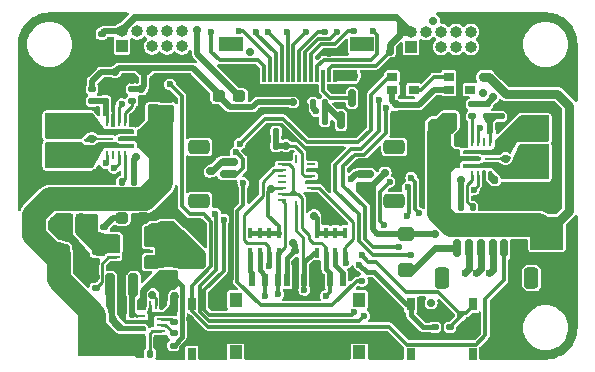
<source format=gbr>
%TF.GenerationSoftware,KiCad,Pcbnew,7.0.5*%
%TF.CreationDate,2023-06-28T21:22:15+09:00*%
%TF.ProjectId,robotrace_v2_main,726f626f-7472-4616-9365-5f76325f6d61,rev?*%
%TF.SameCoordinates,Original*%
%TF.FileFunction,Copper,L1,Top*%
%TF.FilePolarity,Positive*%
%FSLAX46Y46*%
G04 Gerber Fmt 4.6, Leading zero omitted, Abs format (unit mm)*
G04 Created by KiCad (PCBNEW 7.0.5) date 2023-06-28 21:22:15*
%MOMM*%
%LPD*%
G01*
G04 APERTURE LIST*
G04 Aperture macros list*
%AMRoundRect*
0 Rectangle with rounded corners*
0 $1 Rounding radius*
0 $2 $3 $4 $5 $6 $7 $8 $9 X,Y pos of 4 corners*
0 Add a 4 corners polygon primitive as box body*
4,1,4,$2,$3,$4,$5,$6,$7,$8,$9,$2,$3,0*
0 Add four circle primitives for the rounded corners*
1,1,$1+$1,$2,$3*
1,1,$1+$1,$4,$5*
1,1,$1+$1,$6,$7*
1,1,$1+$1,$8,$9*
0 Add four rect primitives between the rounded corners*
20,1,$1+$1,$2,$3,$4,$5,0*
20,1,$1+$1,$4,$5,$6,$7,0*
20,1,$1+$1,$6,$7,$8,$9,0*
20,1,$1+$1,$8,$9,$2,$3,0*%
G04 Aperture macros list end*
%TA.AperFunction,SMDPad,CuDef*%
%ADD10RoundRect,0.140000X0.170000X-0.140000X0.170000X0.140000X-0.170000X0.140000X-0.170000X-0.140000X0*%
%TD*%
%TA.AperFunction,SMDPad,CuDef*%
%ADD11RoundRect,0.140000X0.140000X0.170000X-0.140000X0.170000X-0.140000X-0.170000X0.140000X-0.170000X0*%
%TD*%
%TA.AperFunction,SMDPad,CuDef*%
%ADD12RoundRect,0.135000X0.185000X-0.135000X0.185000X0.135000X-0.185000X0.135000X-0.185000X-0.135000X0*%
%TD*%
%TA.AperFunction,SMDPad,CuDef*%
%ADD13R,0.700000X1.050000*%
%TD*%
%TA.AperFunction,SMDPad,CuDef*%
%ADD14RoundRect,0.225000X0.250000X-0.225000X0.250000X0.225000X-0.250000X0.225000X-0.250000X-0.225000X0*%
%TD*%
%TA.AperFunction,SMDPad,CuDef*%
%ADD15RoundRect,0.135000X-0.185000X0.135000X-0.185000X-0.135000X0.185000X-0.135000X0.185000X0.135000X0*%
%TD*%
%TA.AperFunction,SMDPad,CuDef*%
%ADD16RoundRect,0.250000X0.300000X-0.300000X0.300000X0.300000X-0.300000X0.300000X-0.300000X-0.300000X0*%
%TD*%
%TA.AperFunction,SMDPad,CuDef*%
%ADD17R,0.800000X0.250000*%
%TD*%
%TA.AperFunction,SMDPad,CuDef*%
%ADD18R,0.250000X0.800000*%
%TD*%
%TA.AperFunction,SMDPad,CuDef*%
%ADD19RoundRect,0.237500X0.287500X0.237500X-0.287500X0.237500X-0.287500X-0.237500X0.287500X-0.237500X0*%
%TD*%
%TA.AperFunction,SMDPad,CuDef*%
%ADD20RoundRect,0.135000X-0.135000X-0.185000X0.135000X-0.185000X0.135000X0.185000X-0.135000X0.185000X0*%
%TD*%
%TA.AperFunction,SMDPad,CuDef*%
%ADD21R,1.300000X0.200000*%
%TD*%
%TA.AperFunction,ComponentPad*%
%ADD22RoundRect,0.250000X-0.675000X0.600000X-0.675000X-0.600000X0.675000X-0.600000X0.675000X0.600000X0*%
%TD*%
%TA.AperFunction,ComponentPad*%
%ADD23O,1.850000X1.700000*%
%TD*%
%TA.AperFunction,SMDPad,CuDef*%
%ADD24RoundRect,0.300000X-0.400000X0.300000X-0.400000X-0.300000X0.400000X-0.300000X0.400000X0.300000X0*%
%TD*%
%TA.AperFunction,ComponentPad*%
%ADD25R,1.000000X1.000000*%
%TD*%
%TA.AperFunction,ComponentPad*%
%ADD26O,1.000000X1.000000*%
%TD*%
%TA.AperFunction,SMDPad,CuDef*%
%ADD27R,0.400000X0.900000*%
%TD*%
%TA.AperFunction,SMDPad,CuDef*%
%ADD28RoundRect,0.140000X-0.170000X0.140000X-0.170000X-0.140000X0.170000X-0.140000X0.170000X0.140000X0*%
%TD*%
%TA.AperFunction,SMDPad,CuDef*%
%ADD29RoundRect,0.135000X0.135000X0.185000X-0.135000X0.185000X-0.135000X-0.185000X0.135000X-0.185000X0*%
%TD*%
%TA.AperFunction,SMDPad,CuDef*%
%ADD30R,0.665000X0.280000*%
%TD*%
%TA.AperFunction,SMDPad,CuDef*%
%ADD31R,1.650000X2.450000*%
%TD*%
%TA.AperFunction,SMDPad,CuDef*%
%ADD32RoundRect,0.200000X0.200000X0.800000X-0.200000X0.800000X-0.200000X-0.800000X0.200000X-0.800000X0*%
%TD*%
%TA.AperFunction,SMDPad,CuDef*%
%ADD33R,0.900000X0.700000*%
%TD*%
%TA.AperFunction,SMDPad,CuDef*%
%ADD34R,0.300000X1.000000*%
%TD*%
%TA.AperFunction,SMDPad,CuDef*%
%ADD35R,2.000000X1.300000*%
%TD*%
%TA.AperFunction,SMDPad,CuDef*%
%ADD36R,0.700000X0.250000*%
%TD*%
%TA.AperFunction,SMDPad,CuDef*%
%ADD37R,0.250000X0.700000*%
%TD*%
%TA.AperFunction,SMDPad,CuDef*%
%ADD38R,1.450000X0.250000*%
%TD*%
%TA.AperFunction,SMDPad,CuDef*%
%ADD39R,1.850000X0.250000*%
%TD*%
%TA.AperFunction,ComponentPad*%
%ADD40RoundRect,0.250000X0.675000X-0.600000X0.675000X0.600000X-0.675000X0.600000X-0.675000X-0.600000X0*%
%TD*%
%TA.AperFunction,SMDPad,CuDef*%
%ADD41RoundRect,0.140000X-0.140000X-0.170000X0.140000X-0.170000X0.140000X0.170000X-0.140000X0.170000X0*%
%TD*%
%TA.AperFunction,SMDPad,CuDef*%
%ADD42RoundRect,0.150000X0.150000X0.625000X-0.150000X0.625000X-0.150000X-0.625000X0.150000X-0.625000X0*%
%TD*%
%TA.AperFunction,SMDPad,CuDef*%
%ADD43RoundRect,0.250000X0.350000X0.650000X-0.350000X0.650000X-0.350000X-0.650000X0.350000X-0.650000X0*%
%TD*%
%TA.AperFunction,SMDPad,CuDef*%
%ADD44RoundRect,0.150000X0.625000X-0.150000X0.625000X0.150000X-0.625000X0.150000X-0.625000X-0.150000X0*%
%TD*%
%TA.AperFunction,SMDPad,CuDef*%
%ADD45RoundRect,0.250000X0.650000X-0.350000X0.650000X0.350000X-0.650000X0.350000X-0.650000X-0.350000X0*%
%TD*%
%TA.AperFunction,SMDPad,CuDef*%
%ADD46RoundRect,0.150000X-0.625000X0.150000X-0.625000X-0.150000X0.625000X-0.150000X0.625000X0.150000X0*%
%TD*%
%TA.AperFunction,SMDPad,CuDef*%
%ADD47RoundRect,0.250000X-0.650000X0.350000X-0.650000X-0.350000X0.650000X-0.350000X0.650000X0.350000X0*%
%TD*%
%TA.AperFunction,SMDPad,CuDef*%
%ADD48R,0.500000X1.080000*%
%TD*%
%TA.AperFunction,SMDPad,CuDef*%
%ADD49R,1.050000X1.200000*%
%TD*%
%TA.AperFunction,SMDPad,CuDef*%
%ADD50RoundRect,0.150000X0.150000X-0.587500X0.150000X0.587500X-0.150000X0.587500X-0.150000X-0.587500X0*%
%TD*%
%TA.AperFunction,ViaPad*%
%ADD51C,0.700000*%
%TD*%
%TA.AperFunction,ViaPad*%
%ADD52C,0.600000*%
%TD*%
%TA.AperFunction,Conductor*%
%ADD53C,0.400000*%
%TD*%
%TA.AperFunction,Conductor*%
%ADD54C,0.300000*%
%TD*%
%TA.AperFunction,Conductor*%
%ADD55C,0.500000*%
%TD*%
%TA.AperFunction,Conductor*%
%ADD56C,0.250000*%
%TD*%
%TA.AperFunction,Conductor*%
%ADD57C,1.000000*%
%TD*%
%TA.AperFunction,Conductor*%
%ADD58C,0.600000*%
%TD*%
%TA.AperFunction,Conductor*%
%ADD59C,0.800000*%
%TD*%
%TA.AperFunction,Conductor*%
%ADD60C,0.200000*%
%TD*%
%TA.AperFunction,Conductor*%
%ADD61C,2.000000*%
%TD*%
G04 APERTURE END LIST*
D10*
%TO.P,C17,1*%
%TO.N,+5V*%
X152600000Y-89880000D03*
%TO.P,C17,2*%
%TO.N,GND*%
X152600000Y-88920000D03*
%TD*%
D11*
%TO.P,C33,1*%
%TO.N,+3V3*%
X162380000Y-82000000D03*
%TO.P,C33,2*%
%TO.N,GND*%
X161420000Y-82000000D03*
%TD*%
D12*
%TO.P,R4,1*%
%TO.N,+3V3*%
X147800000Y-91075000D03*
%TO.P,R4,2*%
%TO.N,Net-(D1-A)*%
X147800000Y-90055000D03*
%TD*%
D13*
%TO.P,SW1,2,2*%
%TO.N,GND*%
X157400000Y-96600000D03*
X157400000Y-100800000D03*
%TO.P,SW1,1,1*%
%TO.N,Net-(J13-Pin_2)*%
X155250000Y-96600000D03*
%TO.N,N/C*%
X155250000Y-100800000D03*
%TD*%
D14*
%TO.P,C28,1*%
%TO.N,+BATT*%
X175800000Y-81475000D03*
%TO.P,C28,2*%
%TO.N,GND*%
X175800000Y-79925000D03*
%TD*%
D15*
%TO.P,R11,1*%
%TO.N,+3V3*%
X179000000Y-79690000D03*
%TO.P,R11,2*%
%TO.N,Net-(U5-EN1)*%
X179000000Y-80710000D03*
%TD*%
D16*
%TO.P,D4,1,K*%
%TO.N,+5V*%
X155800000Y-92800000D03*
%TO.P,D4,2,A*%
%TO.N,GND*%
X155800000Y-90000000D03*
%TD*%
D15*
%TO.P,R7,1*%
%TO.N,+3V3*%
X180200000Y-79690000D03*
%TO.P,R7,2*%
%TO.N,MOTOR_CM2*%
X180200000Y-80710000D03*
%TD*%
D17*
%TO.P,U8,1,INT2*%
%TO.N,unconnected-(U8-INT2-Pad1)*%
X165299167Y-84774167D03*
%TO.P,U8,2,NC*%
%TO.N,GND*%
X165299167Y-85274167D03*
%TO.P,U8,3,VDD*%
%TO.N,+3V3*%
X165299167Y-85774167D03*
%TO.P,U8,4,GND*%
%TO.N,GND*%
X165299167Y-86274167D03*
%TO.P,U8,5,CSB2*%
%TO.N,CS_IMU_CSB2*%
X165299167Y-86774167D03*
%TO.P,U8,6,GNDIO*%
%TO.N,GND*%
X165299167Y-87274167D03*
%TO.P,U8,7,PS*%
X165299167Y-87774167D03*
D18*
%TO.P,U8,8,SCK*%
%TO.N,SPI3_SCK*%
X164099167Y-88187167D03*
D17*
%TO.P,U8,9,SDI*%
%TO.N,SPI3_MOSI*%
X162899167Y-87774167D03*
%TO.P,U8,10,SDO2*%
%TO.N,SPI3_MISO*%
X162899167Y-87274167D03*
%TO.P,U8,11,VDDIO*%
%TO.N,+3V3*%
X162899167Y-86774167D03*
%TO.P,U8,12,INT3*%
%TO.N,unconnected-(U8-INT3-Pad12)*%
X162899167Y-86274167D03*
%TO.P,U8,13,INT4*%
%TO.N,unconnected-(U8-INT4-Pad13)*%
X162899167Y-85774167D03*
%TO.P,U8,14,CSB1*%
%TO.N,CS_IMU_CSB1*%
X162899167Y-85274167D03*
%TO.P,U8,15,SDO1*%
%TO.N,SPI3_MISO*%
X162899167Y-84774167D03*
D18*
%TO.P,U8,16,INT1*%
%TO.N,unconnected-(U8-INT1-Pad16)*%
X164099167Y-84357167D03*
%TD*%
D19*
%TO.P,D1,1,K*%
%TO.N,GND*%
X151075000Y-89300000D03*
%TO.P,D1,2,A*%
%TO.N,Net-(D1-A)*%
X149325000Y-89300000D03*
%TD*%
D20*
%TO.P,R2,1*%
%TO.N,+BATT*%
X150690000Y-100800000D03*
%TO.P,R2,2*%
%TO.N,Net-(U2-EN)*%
X151710000Y-100800000D03*
%TD*%
D15*
%TO.P,R14,1*%
%TO.N,+3V3*%
X146800000Y-78390000D03*
%TO.P,R14,2*%
%TO.N,MOTOR_CM1*%
X146800000Y-79410000D03*
%TD*%
D10*
%TO.P,C18,1*%
%TO.N,Net-(U3-SS)*%
X147100000Y-95280000D03*
%TO.P,C18,2*%
%TO.N,GND*%
X147100000Y-94320000D03*
%TD*%
D21*
%TO.P,U7,1,OUT1*%
%TO.N,Net-(J1-Pin_1)*%
X149733042Y-83100000D03*
%TO.P,U7,2,VIN*%
%TO.N,+BATT*%
X149733043Y-82600000D03*
%TO.P,U7,3,OUT2*%
%TO.N,Net-(J1-Pin_2)*%
X149733043Y-82099874D03*
D18*
%TO.P,U7,4,EN2*%
%TO.N,Net-(U7-EN2)*%
X149583231Y-81200000D03*
%TO.P,U7,5,IN2*%
%TO.N,Net-(U10-Y0)*%
X149083105Y-81200000D03*
%TO.P,U7,6,SR*%
%TO.N,GND*%
X148582979Y-81200000D03*
%TO.P,U7,7,CM2*%
%TO.N,MOTOR_CM1*%
X148082853Y-81200000D03*
D21*
%TO.P,U7,8,OUT2*%
%TO.N,Net-(J1-Pin_2)*%
X147933041Y-82099874D03*
%TO.P,U7,9,GND*%
%TO.N,GND*%
X147933041Y-82600000D03*
%TO.P,U7,10,OUT1*%
%TO.N,Net-(J1-Pin_1)*%
X147933041Y-83100126D03*
D18*
%TO.P,U7,11,CM1*%
%TO.N,MOTOR_CM1*%
X148082853Y-84000000D03*
%TO.P,U7,12,NFAULT*%
%TO.N,unconnected-(U7-NFAULT-Pad12)*%
X148582979Y-84000000D03*
%TO.P,U7,13,IN1*%
%TO.N,Net-(U10-Y1)*%
X149083105Y-84000000D03*
%TO.P,U7,14,EN1*%
%TO.N,Net-(U7-EN1)*%
X149583231Y-84000000D03*
%TD*%
D22*
%TO.P,J3,1,Pin_1*%
%TO.N,Net-(J3-Pin_1)*%
X184350000Y-81500000D03*
D23*
%TO.P,J3,2,Pin_2*%
%TO.N,Net-(J3-Pin_2)*%
X184350000Y-84000000D03*
%TD*%
D14*
%TO.P,C29,1*%
%TO.N,+BATT*%
X152000000Y-80175000D03*
%TO.P,C29,2*%
%TO.N,GND*%
X152000000Y-78625000D03*
%TD*%
D21*
%TO.P,U5,1,OUT1*%
%TO.N,Net-(J3-Pin_1)*%
X178825249Y-83800000D03*
%TO.P,U5,2,VIN*%
%TO.N,+BATT*%
X178825248Y-84300000D03*
%TO.P,U5,3,OUT2*%
%TO.N,Net-(J3-Pin_2)*%
X178825248Y-84800126D03*
D18*
%TO.P,U5,4,EN2*%
%TO.N,Net-(U5-EN2)*%
X178975060Y-85700000D03*
%TO.P,U5,5,IN2*%
%TO.N,Net-(U5-IN2)*%
X179475186Y-85700000D03*
%TO.P,U5,6,SR*%
%TO.N,GND*%
X179975312Y-85700000D03*
%TO.P,U5,7,CM2*%
%TO.N,MOTOR_CM2*%
X180475438Y-85700000D03*
D21*
%TO.P,U5,8,OUT2*%
%TO.N,Net-(J3-Pin_2)*%
X180625250Y-84800126D03*
%TO.P,U5,9,GND*%
%TO.N,GND*%
X180625250Y-84300000D03*
%TO.P,U5,10,OUT1*%
%TO.N,Net-(J3-Pin_1)*%
X180625250Y-83799874D03*
D18*
%TO.P,U5,11,CM1*%
%TO.N,MOTOR_CM2*%
X180475438Y-82900000D03*
%TO.P,U5,12,NFAULT*%
%TO.N,unconnected-(U5-NFAULT-Pad12)*%
X179975312Y-82900000D03*
%TO.P,U5,13,IN1*%
%TO.N,Net-(U5-IN1)*%
X179475186Y-82900000D03*
%TO.P,U5,14,EN1*%
%TO.N,Net-(U5-EN1)*%
X178975060Y-82900000D03*
%TD*%
D11*
%TO.P,C32,1*%
%TO.N,+3V3*%
X162380000Y-83200000D03*
%TO.P,C32,2*%
%TO.N,GND*%
X161420000Y-83200000D03*
%TD*%
D10*
%TO.P,C35,1*%
%TO.N,GND*%
X173100000Y-80680000D03*
%TO.P,C35,2*%
%TO.N,+5V*%
X173100000Y-79720000D03*
%TD*%
D24*
%TO.P,D7,1,K*%
%TO.N,+5V*%
X173400000Y-90650000D03*
%TO.P,D7,2,A*%
%TO.N,U5V*%
X173400000Y-93750000D03*
%TD*%
D25*
%TO.P,J5,1,Pin_1*%
%TO.N,unconnected-(J5-Pin_1-Pad1)*%
X149320000Y-74775000D03*
D26*
%TO.P,J5,2,Pin_2*%
%TO.N,+5V*%
X149320000Y-73505000D03*
%TO.P,J5,3,Pin_3*%
%TO.N,GND*%
X150590000Y-74775000D03*
%TO.P,J5,4,Pin_4*%
%TO.N,unconnected-(J5-Pin_4-Pad4)*%
X150590000Y-73505000D03*
%TO.P,J5,5,Pin_5*%
%TO.N,unconnected-(J5-Pin_5-Pad5)*%
X151860000Y-74775000D03*
%TO.P,J5,6,Pin_6*%
%TO.N,TIM3_CH2*%
X151860000Y-73505000D03*
%TO.P,J5,7,Pin_7*%
%TO.N,unconnected-(J5-Pin_7-Pad7)*%
X153130000Y-74775000D03*
%TO.P,J5,8,Pin_8*%
%TO.N,TIM3_CH1*%
X153130000Y-73505000D03*
%TO.P,J5,9,Pin_9*%
%TO.N,unconnected-(J5-Pin_9-Pad9)*%
X154400000Y-74775000D03*
%TO.P,J5,10,Pin_10*%
%TO.N,unconnected-(J5-Pin_10-Pad10)*%
X154400000Y-73505000D03*
%TD*%
D24*
%TO.P,D8,1,K*%
%TO.N,+5V*%
X153300000Y-91300000D03*
%TO.P,D8,2,A*%
%TO.N,Net-(D8-A)*%
X153300000Y-94400000D03*
%TD*%
D27*
%TO.P,RN1,1,R1.1*%
%TO.N,Net-(J9-DAT2)*%
X160200000Y-92250000D03*
%TO.P,RN1,2,R2.1*%
%TO.N,CS_MSD*%
X161000000Y-92250000D03*
%TO.P,RN1,3,R3.1*%
%TO.N,CS_IMU_CSB1*%
X161800000Y-92250000D03*
%TO.P,RN1,4,R4.1*%
%TO.N,SPI3_MOSI*%
X162600000Y-92250000D03*
%TO.P,RN1,5,R4.2*%
%TO.N,+3V3*%
X162600000Y-90550000D03*
%TO.P,RN1,6,R3.2*%
X161800000Y-90550000D03*
%TO.P,RN1,7,R2.2*%
X161000000Y-90550000D03*
%TO.P,RN1,8,R1.2*%
X160200000Y-90550000D03*
%TD*%
D28*
%TO.P,C24,1*%
%TO.N,GND*%
X177100000Y-97620000D03*
%TO.P,C24,2*%
%TO.N,Button1*%
X177100000Y-98580000D03*
%TD*%
D29*
%TO.P,R12,1*%
%TO.N,+3V3*%
X150310000Y-86300000D03*
%TO.P,R12,2*%
%TO.N,Net-(U7-EN1)*%
X149290000Y-86300000D03*
%TD*%
D15*
%TO.P,R10,1*%
%TO.N,+3V3*%
X150200000Y-78380000D03*
%TO.P,R10,2*%
%TO.N,Net-(U7-EN2)*%
X150200000Y-79400000D03*
%TD*%
D30*
%TO.P,U3,1,OUT*%
%TO.N,+3V3*%
X148793000Y-91125000D03*
%TO.P,U3,2,OUT*%
X148793000Y-91625000D03*
%TO.P,U3,3,SENSE*%
X148793000Y-92125000D03*
%TO.P,U3,4,SS*%
%TO.N,Net-(U3-SS)*%
X148793000Y-92625000D03*
%TO.P,U3,5,EN*%
%TO.N,+5V*%
X151607000Y-92625000D03*
D31*
%TO.P,U3,6,GND*%
%TO.N,GND*%
X150200000Y-91875000D03*
D30*
X151607000Y-92125000D03*
%TO.P,U3,7,VIN*%
%TO.N,+5V*%
X151607000Y-91625000D03*
%TO.P,U3,8,VIN*%
X151607000Y-91125000D03*
%TD*%
D12*
%TO.P,R3,1*%
%TO.N,Net-(D8-A)*%
X153700000Y-100110000D03*
%TO.P,R3,2*%
%TO.N,Net-(U2-PG)*%
X153700000Y-99090000D03*
%TD*%
D32*
%TO.P,L1,1,1*%
%TO.N,Net-(U2-L2)*%
X150300000Y-95000000D03*
%TO.P,L1,2,2*%
%TO.N,Net-(U2-L1)*%
X148300000Y-95000000D03*
%TD*%
D10*
%TO.P,C30,1*%
%TO.N,+BATT*%
X153400000Y-80180000D03*
%TO.P,C30,2*%
%TO.N,GND*%
X153400000Y-79220000D03*
%TD*%
D33*
%TO.P,D3,1,DOUT*%
%TO.N,unconnected-(D3-DOUT-Pad1)*%
X178815000Y-78450000D03*
%TO.P,D3,2,VSS*%
%TO.N,GND*%
X178815000Y-77350000D03*
%TO.P,D3,3,DIN*%
%TO.N,Net-(D3-DIN)*%
X176985000Y-77350000D03*
%TO.P,D3,4,VDD*%
%TO.N,+5V*%
X176985000Y-78450000D03*
%TD*%
D19*
%TO.P,FB1,1*%
%TO.N,VDDA*%
X159275000Y-79000000D03*
%TO.P,FB1,2*%
%TO.N,+3V3*%
X157525000Y-79000000D03*
%TD*%
D13*
%TO.P,SW2,1,1*%
%TO.N,GND*%
X171625000Y-100800000D03*
X171625000Y-96600000D03*
%TO.P,SW2,2,2*%
%TO.N,N/C*%
X173775000Y-100800000D03*
X173775000Y-96600000D03*
%TD*%
D34*
%TO.P,J4,1,Pin_1*%
%TO.N,VDDA*%
X167349167Y-77250000D03*
%TO.P,J4,2,Pin_2*%
%TO.N,+5V*%
X166849167Y-77250000D03*
%TO.P,J4,3,Pin_3*%
%TO.N,Net-(J4-Pin_3)*%
X166349167Y-77250000D03*
%TO.P,J4,4,Pin_4*%
%TO.N,ADC_IN7*%
X165849167Y-77250000D03*
%TO.P,J4,5,Pin_5*%
%TO.N,ADC_IN5*%
X165349167Y-77250000D03*
%TO.P,J4,6,Pin_6*%
%TO.N,ADC_IN4*%
X164849167Y-77250000D03*
%TO.P,J4,7,Pin_7*%
%TO.N,ADC_IN3*%
X164349167Y-77250000D03*
%TO.P,J4,8,Pin_8*%
%TO.N,ADC_IN2*%
X163849167Y-77250000D03*
%TO.P,J4,9,Pin_9*%
%TO.N,ADC_IN1*%
X163349167Y-77250000D03*
%TO.P,J4,10,Pin_10*%
%TO.N,ADC_IN0*%
X162849167Y-77250000D03*
%TO.P,J4,11,Pin_11*%
%TO.N,ADC_IN13*%
X162349167Y-77250000D03*
%TO.P,J4,12,Pin_12*%
%TO.N,ADC_IN12*%
X161849167Y-77250000D03*
%TO.P,J4,13,Pin_13*%
%TO.N,ADC_IN11*%
X161349167Y-77250000D03*
%TO.P,J4,14,Pin_14*%
%TO.N,GND*%
X160849167Y-77250000D03*
D35*
%TO.P,J4,MP*%
%TO.N,N/C*%
X169649167Y-74550000D03*
X158549167Y-74550000D03*
%TD*%
D12*
%TO.P,R15,1*%
%TO.N,MOTOR_CM1*%
X147900000Y-79410000D03*
%TO.P,R15,2*%
%TO.N,GND*%
X147900000Y-78390000D03*
%TD*%
D28*
%TO.P,C21,1*%
%TO.N,+5V*%
X172000000Y-75220000D03*
%TO.P,C21,2*%
%TO.N,GND*%
X172000000Y-76180000D03*
%TD*%
D36*
%TO.P,U2,1,PS/SYNC*%
%TO.N,Net-(U2-EN)*%
X152616000Y-98900000D03*
%TO.P,U2,2,PG*%
%TO.N,Net-(U2-PG)*%
X152616000Y-98400000D03*
%TO.P,U2,3,VAUX*%
%TO.N,Net-(U2-VAUX)*%
X152616000Y-97900000D03*
%TO.P,U2,4,GND*%
%TO.N,GND*%
X152616000Y-97400000D03*
D37*
%TO.P,U2,5,FB*%
%TO.N,+5V*%
X152166000Y-96700000D03*
%TO.P,U2,6,FB2*%
%TO.N,GND*%
X151666000Y-96700000D03*
%TO.P,U2,7,VOUT*%
%TO.N,Net-(D8-A)*%
X150666000Y-96700000D03*
X151166000Y-96700000D03*
D38*
%TO.P,U2,9,L2*%
%TO.N,Net-(U2-L2)*%
X150584000Y-97650000D03*
D39*
%TO.P,U2,10,PGND*%
%TO.N,GND*%
X150784000Y-98150000D03*
D38*
%TO.P,U2,11,L1*%
%TO.N,Net-(U2-L1)*%
X150584000Y-98650000D03*
D37*
%TO.P,U2,12,VIN*%
%TO.N,+BATT*%
X150666000Y-99600000D03*
X151166000Y-99600000D03*
%TO.P,U2,14,EN*%
%TO.N,Net-(U2-EN)*%
X151666000Y-99600000D03*
%TO.P,U2,15,VSEL*%
%TO.N,GND*%
X152166000Y-99600000D03*
%TD*%
D12*
%TO.P,R8,1*%
%TO.N,MOTOR_CM2*%
X181400000Y-80710000D03*
%TO.P,R8,2*%
%TO.N,GND*%
X181400000Y-79690000D03*
%TD*%
D13*
%TO.P,SW3,1,1*%
%TO.N,GND*%
X181175000Y-96600000D03*
X181175000Y-100800000D03*
%TO.P,SW3,2,2*%
%TO.N,N/C*%
X179025000Y-96600000D03*
X179025000Y-100800000D03*
%TD*%
D33*
%TO.P,D6,1,DOUT*%
%TO.N,Net-(D3-DIN)*%
X174015000Y-78450000D03*
%TO.P,D6,2,VSS*%
%TO.N,GND*%
X174015000Y-77350000D03*
%TO.P,D6,3,DIN*%
%TO.N,RGBLED*%
X172185000Y-77350000D03*
%TO.P,D6,4,VDD*%
%TO.N,+5V*%
X172185000Y-78450000D03*
%TD*%
D28*
%TO.P,C20,1*%
%TO.N,+5V*%
X147600000Y-73720000D03*
%TO.P,C20,2*%
%TO.N,GND*%
X147600000Y-74680000D03*
%TD*%
D40*
%TO.P,J1,1,Pin_1*%
%TO.N,Net-(J1-Pin_1)*%
X144000000Y-84000000D03*
D23*
%TO.P,J1,2,Pin_2*%
%TO.N,Net-(J1-Pin_2)*%
X144000000Y-81500000D03*
%TD*%
D40*
%TO.P,J2,1,Pin_1*%
%TO.N,+BATT*%
X144000000Y-92400000D03*
D23*
%TO.P,J2,2,Pin_2*%
%TO.N,GND*%
X144000000Y-89900000D03*
%TD*%
D28*
%TO.P,C23,1*%
%TO.N,GND*%
X175800000Y-97620000D03*
%TO.P,C23,2*%
%TO.N,Button2*%
X175800000Y-98580000D03*
%TD*%
D41*
%TO.P,C13,1*%
%TO.N,Net-(D8-A)*%
X152820000Y-95900000D03*
%TO.P,C13,2*%
%TO.N,GND*%
X153780000Y-95900000D03*
%TD*%
D10*
%TO.P,C12,1*%
%TO.N,Net-(U2-VAUX)*%
X153700000Y-98080000D03*
%TO.P,C12,2*%
%TO.N,GND*%
X153700000Y-97120000D03*
%TD*%
D28*
%TO.P,C19,1*%
%TO.N,+3V3*%
X147100000Y-92195000D03*
%TO.P,C19,2*%
%TO.N,GND*%
X147100000Y-93155000D03*
%TD*%
D42*
%TO.P,J13,1,Pin_1*%
%TO.N,GND*%
X182700000Y-91875000D03*
%TO.P,J13,2,Pin_2*%
%TO.N,Net-(J13-Pin_2)*%
X181700000Y-91875000D03*
%TO.P,J13,3,Pin_3*%
%TO.N,SWO*%
X180700000Y-91875000D03*
%TO.P,J13,4,Pin_4*%
%TO.N,SWCLK*%
X179700000Y-91875000D03*
%TO.P,J13,5,Pin_5*%
%TO.N,SWDIO*%
X178700000Y-91875000D03*
%TO.P,J13,6,Pin_6*%
%TO.N,U5V*%
X177700000Y-91875000D03*
D43*
%TO.P,J13,MP*%
%TO.N,N/C*%
X184000000Y-94400000D03*
X176400000Y-94400000D03*
%TD*%
D44*
%TO.P,J10,1,Pin_1*%
%TO.N,GND*%
X158400000Y-86600000D03*
%TO.P,J10,2,Pin_2*%
%TO.N,Sidemarker_L*%
X158400000Y-85600000D03*
%TO.P,J10,3,Pin_3*%
%TO.N,+5V*%
X158400000Y-84600000D03*
D45*
%TO.P,J10,MP*%
%TO.N,N/C*%
X155875000Y-87900000D03*
X155875000Y-83300000D03*
%TD*%
D46*
%TO.P,J11,1,Pin_1*%
%TO.N,GND*%
X169875000Y-84600000D03*
%TO.P,J11,2,Pin_2*%
%TO.N,Sidemarker_R*%
X169875000Y-85600000D03*
%TO.P,J11,3,Pin_3*%
%TO.N,+5V*%
X169875000Y-86600000D03*
D47*
%TO.P,J11,MP*%
%TO.N,N/C*%
X172400000Y-83300000D03*
X172400000Y-87900000D03*
%TD*%
D27*
%TO.P,RN2,1,R1.1*%
%TO.N,SPI3_SCK*%
X165800000Y-92250000D03*
%TO.P,RN2,2,R2.1*%
%TO.N,SPI3_MISO*%
X166600000Y-92250000D03*
%TO.P,RN2,3,R3.1*%
%TO.N,Net-(J9-DAT1)*%
X167400000Y-92250000D03*
%TO.P,RN2,4,R4.1*%
%TO.N,CS_IMU_CSB2*%
X168200000Y-92250000D03*
%TO.P,RN2,5,R4.2*%
%TO.N,+3V3*%
X168200000Y-90550000D03*
%TO.P,RN2,6,R3.2*%
X167400000Y-90550000D03*
%TO.P,RN2,7,R2.2*%
X166600000Y-90550000D03*
%TO.P,RN2,8,R1.2*%
X165800000Y-90550000D03*
%TD*%
D20*
%TO.P,R18,1*%
%TO.N,GND*%
X165490000Y-81100000D03*
%TO.P,R18,2*%
%TO.N,Net-(Q1-G)*%
X166510000Y-81100000D03*
%TD*%
%TO.P,R9,1*%
%TO.N,+3V3*%
X177990000Y-88400000D03*
%TO.P,R9,2*%
%TO.N,Net-(U5-EN2)*%
X179010000Y-88400000D03*
%TD*%
D25*
%TO.P,J6,1,Pin_1*%
%TO.N,unconnected-(J6-Pin_1-Pad1)*%
X173800000Y-74825000D03*
D26*
%TO.P,J6,2,Pin_2*%
%TO.N,+5V*%
X173800000Y-73555000D03*
%TO.P,J6,3,Pin_3*%
%TO.N,GND*%
X175070000Y-74825000D03*
%TO.P,J6,4,Pin_4*%
%TO.N,unconnected-(J6-Pin_4-Pad4)*%
X175070000Y-73555000D03*
%TO.P,J6,5,Pin_5*%
%TO.N,unconnected-(J6-Pin_5-Pad5)*%
X176340000Y-74825000D03*
%TO.P,J6,6,Pin_6*%
%TO.N,TIM8_CH2*%
X176340000Y-73555000D03*
%TO.P,J6,7,Pin_7*%
%TO.N,unconnected-(J6-Pin_7-Pad7)*%
X177610000Y-74825000D03*
%TO.P,J6,8,Pin_8*%
%TO.N,TIM8_CH1*%
X177610000Y-73555000D03*
%TO.P,J6,9,Pin_9*%
%TO.N,unconnected-(J6-Pin_9-Pad9)*%
X178880000Y-74825000D03*
%TO.P,J6,10,Pin_10*%
%TO.N,unconnected-(J6-Pin_10-Pad10)*%
X178880000Y-73555000D03*
%TD*%
D28*
%TO.P,C22,1*%
%TO.N,+3V3*%
X164000000Y-92120000D03*
%TO.P,C22,2*%
%TO.N,GND*%
X164000000Y-93080000D03*
%TD*%
D10*
%TO.P,C27,1*%
%TO.N,+BATT*%
X177300000Y-80680000D03*
%TO.P,C27,2*%
%TO.N,GND*%
X177300000Y-79720000D03*
%TD*%
D48*
%TO.P,J9,1,DAT2*%
%TO.N,Net-(J9-DAT2)*%
X160350000Y-94577500D03*
%TO.P,J9,2,DAT3/CD*%
%TO.N,CS_MSD*%
X161450000Y-94577500D03*
%TO.P,J9,3,CMD*%
%TO.N,SPI3_MOSI*%
X162550000Y-94577500D03*
%TO.P,J9,4,VDD*%
%TO.N,+3V3*%
X163300000Y-94577500D03*
%TO.P,J9,5,CLK*%
%TO.N,SPI3_SCK*%
X164750000Y-94577500D03*
%TO.P,J9,6,VSS*%
%TO.N,GND*%
X165850000Y-94577500D03*
%TO.P,J9,7,DAT0*%
%TO.N,SPI3_MISO*%
X166950000Y-94577500D03*
%TO.P,J9,8,DAT1*%
%TO.N,Net-(J9-DAT1)*%
X168050000Y-94577500D03*
D49*
%TO.P,J9,10*%
%TO.N,N/C*%
X169425000Y-96217500D03*
%TO.P,J9,11*%
X169425000Y-100667500D03*
%TO.P,J9,12*%
X158975000Y-100667500D03*
%TO.P,J9,13*%
X158975000Y-96217500D03*
D48*
%TO.P,J9,G,SW*%
%TO.N,GND*%
X164000000Y-94577500D03*
%TD*%
D20*
%TO.P,R17,1*%
%TO.N,TIM13_CH1*%
X165490000Y-79600000D03*
%TO.P,R17,2*%
%TO.N,Net-(Q1-G)*%
X166510000Y-79600000D03*
%TD*%
D10*
%TO.P,C34,1*%
%TO.N,GND*%
X174300000Y-80680000D03*
%TO.P,C34,2*%
%TO.N,+5V*%
X174300000Y-79720000D03*
%TD*%
D50*
%TO.P,Q1,1,G*%
%TO.N,Net-(Q1-G)*%
X167850000Y-81037500D03*
%TO.P,Q1,2,S*%
%TO.N,GND*%
X169750000Y-81037500D03*
%TO.P,Q1,3,D*%
%TO.N,Net-(J4-Pin_3)*%
X168800000Y-79162500D03*
%TD*%
D51*
%TO.N,+3V3*%
X150971488Y-78380000D03*
X177990000Y-86107742D03*
X146900000Y-90400000D03*
X145900000Y-90400000D03*
X148739693Y-76939693D03*
X165600000Y-89100000D03*
X163200000Y-83200000D03*
X146900000Y-89400000D03*
X161966933Y-86873253D03*
X163799500Y-91400000D03*
X150477273Y-84155715D03*
X175500000Y-96500000D03*
X145900000Y-89400000D03*
X180715978Y-79100000D03*
X163800000Y-79481025D03*
%TO.N,GND*%
X141500000Y-79600000D03*
X141500000Y-80600000D03*
X168899502Y-94000000D03*
X141500000Y-85600000D03*
X146800000Y-82600000D03*
X165549500Y-93563409D03*
X141500000Y-78600000D03*
X142400000Y-77500000D03*
X185000000Y-95900000D03*
X158950000Y-77000000D03*
X143400000Y-78600000D03*
X141500000Y-82600000D03*
X184000000Y-95900000D03*
X166821178Y-75300000D03*
X147074750Y-85525250D03*
X181800000Y-72700000D03*
X141500000Y-83600000D03*
X174807794Y-97188750D03*
X141500000Y-84600000D03*
X181512500Y-86737500D03*
X142400000Y-79600000D03*
X141500000Y-77500000D03*
X152001390Y-77600000D03*
X186000000Y-95900000D03*
X155100000Y-97900000D03*
X143400000Y-79600000D03*
X187000000Y-95900000D03*
X141500000Y-81600000D03*
X181800000Y-73600000D03*
X174300000Y-82100000D03*
X142400000Y-78600000D03*
X150200000Y-93384641D03*
X143400000Y-77500000D03*
X166350000Y-88150000D03*
X182700000Y-73600000D03*
X181800000Y-84300000D03*
X161400000Y-83900000D03*
X153700000Y-96500000D03*
X182700000Y-72700000D03*
X150200000Y-77600000D03*
%TO.N,VDDA*%
X175700000Y-72600000D03*
X160150000Y-75250000D03*
X179900000Y-78700000D03*
X155700000Y-73400000D03*
X169000000Y-77250000D03*
D52*
%TO.N,Net-(J13-Pin_2)*%
X153400000Y-78000000D03*
D51*
%TO.N,+BATT*%
X185300000Y-91600000D03*
X186300000Y-89600000D03*
X147000000Y-99600000D03*
X146000000Y-99600000D03*
X148000000Y-100600000D03*
X147000000Y-100600000D03*
X184300000Y-89600000D03*
X148000000Y-99600000D03*
X146000000Y-98600000D03*
X185300000Y-89600000D03*
X186300000Y-91600000D03*
X184300000Y-91600000D03*
X185300000Y-90600000D03*
X184300000Y-90600000D03*
X146000000Y-100600000D03*
X179900000Y-77400000D03*
X147000000Y-98600000D03*
X186300000Y-90600000D03*
X148000000Y-98600000D03*
%TO.N,+5V*%
X152700000Y-93200000D03*
X171600000Y-85500000D03*
X151900000Y-95800000D03*
X156747224Y-85337737D03*
X172500000Y-79700000D03*
X153900000Y-93200000D03*
X175850000Y-90650000D03*
X153300000Y-92500000D03*
D52*
%TO.N,Button2*%
X169431410Y-93275672D03*
%TO.N,Button1*%
X169633436Y-92454089D03*
%TO.N,SWDIO*%
X178400000Y-94000000D03*
%TO.N,SWCLK*%
X179300000Y-94000000D03*
%TO.N,SWO*%
X180400000Y-94000000D03*
%TO.N,SPI3_MISO*%
X166581583Y-95912903D03*
%TO.N,SPI3_MOSI*%
X162550000Y-95774021D03*
%TO.N,SPI3_SCK*%
X164771952Y-95412403D03*
%TO.N,PB7*%
X157200000Y-88949500D03*
X169800000Y-97600000D03*
%TO.N,ADC_IN7*%
X170549469Y-73442706D03*
%TO.N,ADC_IN11*%
X156900000Y-73599500D03*
%TO.N,ADC_IN12*%
X159237125Y-73452412D03*
%TO.N,ADC_IN13*%
X160705804Y-73527853D03*
%TO.N,ADC_IN0*%
X161702733Y-73599534D03*
%TO.N,ADC_IN1*%
X163300000Y-73599500D03*
%TO.N,ADC_IN2*%
X164900000Y-73599500D03*
%TO.N,ADC_IN3*%
X166500000Y-73599500D03*
%TO.N,ADC_IN4*%
X167572740Y-73558661D03*
%TO.N,ADC_IN5*%
X168962875Y-73452412D03*
%TO.N,RGBLED*%
X159300000Y-83012348D03*
%TO.N,CS_MSD*%
X161428468Y-95912903D03*
%TO.N,Sidemarker_L*%
X158951000Y-83761848D03*
%TO.N,Sidemarker_R*%
X168720023Y-85979977D03*
%TO.N,PB6*%
X157938762Y-89449500D03*
X169000000Y-97300000D03*
%TO.N,PB15*%
X173509266Y-86709266D03*
X173425638Y-89125638D03*
%TO.N,PB14*%
X173820250Y-85900000D03*
X174489693Y-88910307D03*
%TO.N,PB13*%
X171500000Y-89900000D03*
X171978312Y-86261734D03*
%TO.N,CS_IMU_CSB1*%
X161800000Y-93400000D03*
%TO.N,PB1*%
X171700000Y-80001886D03*
X172800000Y-91800000D03*
%TO.N,PB0*%
X171049500Y-79352386D03*
X173799500Y-92455955D03*
%TO.N,Net-(U5-IN1)*%
X179610250Y-81710250D03*
%TO.N,Net-(U5-IN2)*%
X179100000Y-86900000D03*
%TO.N,MOTOR_CM2*%
X180475438Y-81975438D03*
X180900000Y-86038000D03*
%TO.N,MOTOR_CM1*%
X147950000Y-80400000D03*
X147938379Y-84658699D03*
%TO.N,CS_IMU_CSB2*%
X168318250Y-93081750D03*
%TO.N,PB8*%
X159600000Y-86363567D03*
X169650000Y-94650000D03*
%TO.N,TIM13_CH1*%
X165760500Y-80272782D03*
%TO.N,Net-(U10-Y1)*%
X148633837Y-85053088D03*
%TO.N,Net-(U10-Y0)*%
X149307479Y-79679060D03*
%TD*%
D53*
%TO.N,GND*%
X154675000Y-99900000D02*
X156500000Y-99900000D01*
X154350000Y-100225000D02*
X154675000Y-99900000D01*
X154350000Y-100800000D02*
X154350000Y-100225000D01*
X153400000Y-100800000D02*
X154350000Y-100800000D01*
D54*
%TO.N,PB6*%
X156300000Y-97068628D02*
X156300000Y-95400000D01*
X157938762Y-93761238D02*
X157938762Y-89449500D01*
X156731372Y-97500000D02*
X156300000Y-97068628D01*
X156300000Y-95400000D02*
X157938762Y-93761238D01*
X168800000Y-97500000D02*
X156731372Y-97500000D01*
X169000000Y-97300000D02*
X168800000Y-97500000D01*
%TO.N,PB7*%
X157300000Y-93700000D02*
X157300000Y-89049500D01*
X156665686Y-98000000D02*
X155900000Y-97234314D01*
X155900000Y-95100000D02*
X157300000Y-93700000D01*
X169400000Y-98000000D02*
X156665686Y-98000000D01*
X155900000Y-97234314D02*
X155900000Y-95100000D01*
X157300000Y-89049500D02*
X157200000Y-88949500D01*
X169800000Y-97600000D02*
X169400000Y-98000000D01*
%TO.N,Net-(J13-Pin_2)*%
X155250000Y-97150000D02*
X155250000Y-96600000D01*
X156600000Y-98500000D02*
X155250000Y-97150000D01*
X171975000Y-98500000D02*
X156600000Y-98500000D01*
X180100000Y-96200000D02*
X180100000Y-99250000D01*
X180100000Y-99250000D02*
X179325000Y-100025000D01*
X179325000Y-100025000D02*
X173500000Y-100025000D01*
X181700000Y-94600000D02*
X180100000Y-96200000D01*
X181700000Y-91875000D02*
X181700000Y-94600000D01*
X173500000Y-100025000D02*
X171975000Y-98500000D01*
D55*
%TO.N,+3V3*%
X180715978Y-79126707D02*
X180200000Y-79642685D01*
X149079386Y-76600000D02*
X150600000Y-76600000D01*
X163799500Y-91400000D02*
X164000000Y-91600500D01*
D53*
X163886325Y-92120000D02*
X163290000Y-92716325D01*
D55*
X157525000Y-79000000D02*
X157525000Y-78825000D01*
X151300000Y-76600000D02*
X151000000Y-76600000D01*
X151201890Y-76698110D02*
X151300000Y-76600000D01*
D56*
X162066019Y-86774167D02*
X162899167Y-86774167D01*
D53*
X164000000Y-92120000D02*
X163886325Y-92120000D01*
D54*
X148793000Y-91625000D02*
X148160500Y-91625000D01*
X147100000Y-92195000D02*
X147590500Y-92195000D01*
D55*
X157525000Y-78825000D02*
X155300000Y-76600000D01*
X179000000Y-79690000D02*
X180200000Y-79690000D01*
D56*
X164000000Y-83200000D02*
X163200000Y-83200000D01*
D53*
X165600000Y-89100000D02*
X165800000Y-89300000D01*
D54*
X147840500Y-92125000D02*
X147280500Y-92125000D01*
D55*
X160365812Y-79925000D02*
X158450000Y-79925000D01*
X158450000Y-79925000D02*
X157525000Y-79000000D01*
X151800000Y-76600000D02*
X151300000Y-76600000D01*
X150310000Y-84322988D02*
X150310000Y-86300000D01*
D57*
X148160500Y-91625000D02*
X147125000Y-91625000D01*
D54*
X161725000Y-87115186D02*
X161966933Y-86873253D01*
X147800000Y-91075000D02*
X147800000Y-91264500D01*
D55*
X151201890Y-78149598D02*
X151201890Y-77000000D01*
D56*
X164600000Y-83800000D02*
X164000000Y-83200000D01*
D55*
X155300000Y-76600000D02*
X151800000Y-76600000D01*
X150477273Y-84155715D02*
X150310000Y-84322988D01*
X163200000Y-83200000D02*
X162380000Y-83200000D01*
D54*
X147800000Y-91264500D02*
X148160500Y-91625000D01*
X161725000Y-89125000D02*
X161725000Y-87115186D01*
X147910500Y-92195000D02*
X147840500Y-92125000D01*
D53*
X165800000Y-90550000D02*
X168100000Y-90550000D01*
D56*
X161966933Y-86873253D02*
X162066019Y-86774167D01*
D57*
X147125000Y-91625000D02*
X145900000Y-90400000D01*
D55*
X151400000Y-77000000D02*
X151800000Y-76600000D01*
D53*
X163290000Y-92716325D02*
X163290000Y-94567500D01*
D56*
X164824167Y-85774167D02*
X164600000Y-85550000D01*
X164600000Y-85550000D02*
X164600000Y-83800000D01*
D54*
X147910500Y-92195000D02*
X148230500Y-91875000D01*
D55*
X160809787Y-79481025D02*
X160365812Y-79925000D01*
X150971488Y-78380000D02*
X150200000Y-78380000D01*
X163800000Y-79481025D02*
X160809787Y-79481025D01*
D53*
X165800000Y-89300000D02*
X165800000Y-90550000D01*
D54*
X147590500Y-92195000D02*
X148160500Y-91625000D01*
D56*
X165299167Y-85774167D02*
X164824167Y-85774167D01*
D55*
X148739693Y-76939693D02*
X149079386Y-76600000D01*
X148739693Y-76939693D02*
X147560307Y-76939693D01*
D54*
X162600000Y-90550000D02*
X162600000Y-90000000D01*
X148793000Y-91125000D02*
X148793000Y-92125000D01*
X162600000Y-90000000D02*
X161725000Y-89125000D01*
X147910500Y-91075000D02*
X147800000Y-91075000D01*
D55*
X151201890Y-77000000D02*
X151201890Y-76698110D01*
X151000000Y-76600000D02*
X150600000Y-76600000D01*
X177990000Y-86107742D02*
X177990000Y-88400000D01*
D54*
X147100000Y-92195000D02*
X147910500Y-92195000D01*
D55*
X150971488Y-78380000D02*
X151201890Y-78149598D01*
X146800000Y-77700000D02*
X146800000Y-78390000D01*
D54*
X147960500Y-91125000D02*
X147910500Y-91075000D01*
D55*
X147560307Y-76939693D02*
X146800000Y-77700000D01*
X180715978Y-79100000D02*
X180715978Y-79126707D01*
D54*
X150648959Y-76648959D02*
X150600000Y-76600000D01*
D55*
X164000000Y-91600500D02*
X164000000Y-92120000D01*
D53*
X163290000Y-94567500D02*
X163300000Y-94577500D01*
D55*
X151201890Y-77000000D02*
X151000000Y-77000000D01*
X151201890Y-77000000D02*
X151400000Y-77000000D01*
D57*
X145900000Y-90400000D02*
X145900000Y-89400000D01*
D54*
X147910500Y-91075000D02*
X148210500Y-91375000D01*
D53*
X162600000Y-90550000D02*
X160200000Y-90550000D01*
D55*
X151000000Y-77000000D02*
X150600000Y-76600000D01*
X162380000Y-83200000D02*
X162380000Y-82000000D01*
%TO.N,GND*%
X153720000Y-88920000D02*
X152600000Y-88920000D01*
X175070000Y-76295000D02*
X175070000Y-74825000D01*
D54*
X160549167Y-77000000D02*
X160824167Y-77275000D01*
D56*
X151666000Y-97325000D02*
X151741000Y-97400000D01*
X162801396Y-81365000D02*
X161947391Y-81365000D01*
D54*
X165337597Y-96162403D02*
X165850000Y-95650000D01*
X172600000Y-84600000D02*
X173100000Y-84600000D01*
D56*
X152616000Y-97400000D02*
X153400000Y-97400000D01*
X166200000Y-86048334D02*
X166200000Y-85500000D01*
D55*
X147900000Y-78390000D02*
X148310000Y-78390000D01*
D53*
X172845000Y-76180000D02*
X174015000Y-77350000D01*
D55*
X147600000Y-74680000D02*
X147600000Y-74955000D01*
X165490000Y-81227315D02*
X166562685Y-82300000D01*
D54*
X165850000Y-94577500D02*
X165749167Y-94577500D01*
D56*
X166200000Y-85500000D02*
X166200000Y-84500000D01*
D58*
X182700000Y-95019239D02*
X183580761Y-95900000D01*
D55*
X157668109Y-80640381D02*
X160640381Y-80640381D01*
D54*
X160849167Y-77275000D02*
X160849167Y-78525000D01*
D59*
X151075000Y-89300000D02*
X150200000Y-90175000D01*
D53*
X157668109Y-83444041D02*
X157668109Y-80640381D01*
D55*
X175045000Y-80680000D02*
X175800000Y-79925000D01*
X154800000Y-90000000D02*
X153720000Y-88920000D01*
D56*
X150200000Y-93384641D02*
X149634000Y-93950641D01*
D55*
X155800000Y-90000000D02*
X154800000Y-90000000D01*
X145450000Y-91350000D02*
X145450000Y-92250000D01*
D54*
X158950000Y-77000000D02*
X160549167Y-77000000D01*
D55*
X185690000Y-80090000D02*
X181800000Y-80090000D01*
X152600000Y-88920000D02*
X152557035Y-88920000D01*
X146355000Y-93155000D02*
X147100000Y-93155000D01*
X144000000Y-89900000D02*
X145450000Y-91350000D01*
D56*
X165299167Y-87274167D02*
X165125833Y-87274167D01*
X165974167Y-85274167D02*
X165299167Y-85274167D01*
D54*
X164970000Y-79770000D02*
X164970000Y-80580000D01*
D56*
X148582979Y-79072979D02*
X148582979Y-81200000D01*
D58*
X182700000Y-91875000D02*
X182700000Y-95019239D01*
D55*
X168487500Y-82300000D02*
X169750000Y-81037500D01*
D54*
X151607000Y-92125000D02*
X150450000Y-92125000D01*
D55*
X147100000Y-93155000D02*
X147100000Y-94320000D01*
X152301390Y-77300000D02*
X154327728Y-77300000D01*
D54*
X161201192Y-78877025D02*
X164077025Y-78877025D01*
D56*
X165173334Y-87774167D02*
X165299167Y-87774167D01*
X153480000Y-97120000D02*
X153200000Y-97400000D01*
D59*
X150200000Y-90175000D02*
X150200000Y-91875000D01*
D54*
X164970000Y-80580000D02*
X165490000Y-81100000D01*
D56*
X161947391Y-81365000D02*
X161420000Y-81892391D01*
D53*
X155997224Y-86297224D02*
X155997224Y-85114926D01*
D55*
X160640381Y-80640381D02*
X161090762Y-80190000D01*
D56*
X181512500Y-86737500D02*
X180537500Y-86737500D01*
X151666000Y-96700000D02*
X151666000Y-97325000D01*
D55*
X174015000Y-77350000D02*
X175070000Y-76295000D01*
D54*
X164077025Y-78877025D02*
X164970000Y-79770000D01*
D58*
X153700000Y-95980000D02*
X153780000Y-95900000D01*
X153700000Y-96500000D02*
X153700000Y-95980000D01*
D54*
X164461291Y-96162403D02*
X165337597Y-96162403D01*
D56*
X149549359Y-93950641D02*
X149200000Y-94300000D01*
D55*
X141500000Y-77500000D02*
X143400000Y-77500000D01*
X174807794Y-97188750D02*
X175239044Y-97620000D01*
D56*
X149634000Y-93950641D02*
X149549359Y-93950641D01*
D55*
X155100000Y-98500000D02*
X156500000Y-99900000D01*
D53*
X165549500Y-93563409D02*
X165850000Y-93863909D01*
D56*
X149200000Y-97700000D02*
X149650000Y-98150000D01*
D53*
X172000000Y-76180000D02*
X169750000Y-78430000D01*
D55*
X186200000Y-80600000D02*
X185690000Y-80090000D01*
D56*
X166350000Y-88150000D02*
X165974167Y-87774167D01*
X165299167Y-86274167D02*
X165974167Y-86274167D01*
D55*
X165490000Y-81100000D02*
X165490000Y-81227315D01*
X152557035Y-88920000D02*
X152177035Y-89300000D01*
X149100000Y-77600000D02*
X150200000Y-77600000D01*
D56*
X149200000Y-94300000D02*
X149200000Y-97700000D01*
D53*
X158400000Y-86600000D02*
X156300000Y-86600000D01*
D55*
X175800000Y-97620000D02*
X177100000Y-97620000D01*
X155100000Y-97900000D02*
X155100000Y-98500000D01*
D54*
X161420000Y-83880000D02*
X161420000Y-83200000D01*
D53*
X158400000Y-86600000D02*
X158542762Y-86742762D01*
D55*
X148370000Y-75725000D02*
X150347106Y-75725000D01*
X150347106Y-75725000D02*
X150590000Y-75482106D01*
D53*
X150200000Y-93384641D02*
X150200000Y-91875000D01*
D55*
X186200000Y-86000000D02*
X186200000Y-80600000D01*
X181800000Y-80090000D02*
X181400000Y-79690000D01*
X182125000Y-87350000D02*
X184850000Y-87350000D01*
X184850000Y-87350000D02*
X186200000Y-86000000D01*
X177300000Y-79720000D02*
X176005000Y-79720000D01*
D56*
X153200000Y-97400000D02*
X152616000Y-97400000D01*
D60*
X181800000Y-84300000D02*
X180625250Y-84300000D01*
D53*
X181175000Y-100800000D02*
X181175000Y-96600000D01*
D54*
X175065000Y-76300000D02*
X177765000Y-76300000D01*
D56*
X153700000Y-97120000D02*
X153480000Y-97120000D01*
D58*
X153700000Y-96500000D02*
X153700000Y-97120000D01*
D56*
X151666000Y-98068000D02*
X151584000Y-98150000D01*
D54*
X174300000Y-83400000D02*
X174300000Y-80680000D01*
D56*
X179975312Y-86175312D02*
X179975312Y-85700000D01*
X152166000Y-99600000D02*
X152166000Y-100166000D01*
D54*
X165850000Y-95650000D02*
X165850000Y-94577500D01*
D56*
X147900000Y-78390000D02*
X148582979Y-79072979D01*
D55*
X174300000Y-80680000D02*
X175045000Y-80680000D01*
D56*
X151666000Y-96700000D02*
X151666000Y-98068000D01*
D55*
X166562685Y-82300000D02*
X168487500Y-82300000D01*
D56*
X152800000Y-100800000D02*
X153400000Y-100800000D01*
X180537500Y-86737500D02*
X179975312Y-86175312D01*
X161420000Y-81892391D02*
X161420000Y-82000000D01*
X166200000Y-85500000D02*
X165974167Y-85274167D01*
X165974167Y-87774167D02*
X165299167Y-87774167D01*
D53*
X157400000Y-95500000D02*
X157400000Y-96600000D01*
D56*
X150710500Y-92839500D02*
X150710500Y-92385500D01*
D55*
X152001390Y-77600000D02*
X152001390Y-78623610D01*
X176005000Y-79720000D02*
X175800000Y-79925000D01*
D54*
X161400000Y-83900000D02*
X161420000Y-83880000D01*
X150450000Y-92125000D02*
X150200000Y-91875000D01*
D55*
X161090762Y-80190000D02*
X163390000Y-80190000D01*
D56*
X165760563Y-84324167D02*
X162801396Y-81365000D01*
D54*
X172810050Y-84600000D02*
X172600000Y-84600000D01*
D55*
X164300000Y-81100000D02*
X165490000Y-81100000D01*
D53*
X165850000Y-93863909D02*
X165850000Y-94577500D01*
X158542762Y-86742762D02*
X158542762Y-94357238D01*
D54*
X172600000Y-84600000D02*
X169875000Y-84600000D01*
D55*
X152177035Y-89300000D02*
X151075000Y-89300000D01*
X148310000Y-78390000D02*
X149100000Y-77600000D01*
X161420000Y-82000000D02*
X161420000Y-83200000D01*
X174300000Y-80680000D02*
X173100000Y-80680000D01*
D53*
X164000000Y-93080000D02*
X164000000Y-94577500D01*
D55*
X157400000Y-100800000D02*
X157400000Y-100400000D01*
D53*
X156500000Y-99900000D02*
X157400000Y-100800000D01*
D55*
X145450000Y-92250000D02*
X146355000Y-93155000D01*
D53*
X158542762Y-94357238D02*
X157400000Y-95500000D01*
D56*
X165299167Y-87274167D02*
X165299167Y-87774167D01*
D53*
X181175000Y-96600000D02*
X183300000Y-96600000D01*
D55*
X150590000Y-75482106D02*
X150590000Y-74775000D01*
D56*
X152166000Y-100166000D02*
X152800000Y-100800000D01*
X151584000Y-98150000D02*
X150784000Y-98150000D01*
X149650000Y-98150000D02*
X150784000Y-98150000D01*
X151741000Y-97400000D02*
X152616000Y-97400000D01*
D55*
X163390000Y-80190000D02*
X164300000Y-81100000D01*
X181512500Y-86737500D02*
X182125000Y-87350000D01*
D53*
X156300000Y-86600000D02*
X155997224Y-86297224D01*
D58*
X153400000Y-79220000D02*
X152595000Y-79220000D01*
D54*
X164000000Y-94577500D02*
X164000000Y-95701112D01*
X174015000Y-77350000D02*
X175065000Y-76300000D01*
D55*
X170525000Y-99700000D02*
X171625000Y-100800000D01*
X154327728Y-77300000D02*
X157668109Y-80640381D01*
D54*
X160849167Y-78525000D02*
X161201192Y-78877025D01*
D55*
X143800000Y-77500000D02*
X144780000Y-77500000D01*
X158100000Y-99700000D02*
X170525000Y-99700000D01*
X147600000Y-74955000D02*
X148370000Y-75725000D01*
D56*
X165974167Y-86274167D02*
X166200000Y-86048334D01*
X150710500Y-92385500D02*
X150200000Y-91875000D01*
D54*
X164000000Y-95701112D02*
X164461291Y-96162403D01*
D55*
X157400000Y-100400000D02*
X158100000Y-99700000D01*
D58*
X152595000Y-79220000D02*
X152000000Y-78625000D01*
D55*
X147543043Y-74680000D02*
X147600000Y-74680000D01*
D53*
X169750000Y-78430000D02*
X169750000Y-81037500D01*
X183300000Y-96600000D02*
X184000000Y-95900000D01*
D54*
X173100000Y-84600000D02*
X174300000Y-83400000D01*
D56*
X166200000Y-84500000D02*
X166024167Y-84324167D01*
D54*
X177765000Y-76300000D02*
X178815000Y-77350000D01*
D56*
X166024167Y-84324167D02*
X165760563Y-84324167D01*
D55*
X152001390Y-78623610D02*
X152000000Y-78625000D01*
X152001390Y-77600000D02*
X152301390Y-77300000D01*
X144780000Y-77500000D02*
X147600000Y-74680000D01*
D60*
X146800000Y-82600000D02*
X147933041Y-82600000D01*
D53*
X155997224Y-85114926D02*
X157668109Y-83444041D01*
D55*
X175239044Y-97620000D02*
X175800000Y-97620000D01*
D58*
X183580761Y-95900000D02*
X184000000Y-95900000D01*
D53*
X172000000Y-76180000D02*
X172845000Y-76180000D01*
D55*
%TO.N,VDDA*%
X155700000Y-75425000D02*
X155700000Y-73400000D01*
D54*
X169000000Y-77250000D02*
X167349167Y-77250000D01*
D55*
X159275000Y-79000000D02*
X155700000Y-75425000D01*
D54*
%TO.N,Net-(J13-Pin_2)*%
X153400000Y-78000000D02*
X154400000Y-79000000D01*
X156888762Y-89640234D02*
X156888762Y-90254447D01*
X155250000Y-95050000D02*
X155250000Y-96600000D01*
X156888762Y-90254447D02*
X156900000Y-90265685D01*
X156900000Y-93400000D02*
X155250000Y-95050000D01*
X154400000Y-79000000D02*
X154400000Y-88300000D01*
X156248528Y-89000000D02*
X156888762Y-89640234D01*
X156900000Y-90265685D02*
X156900000Y-93400000D01*
X154400000Y-88300000D02*
X155100000Y-89000000D01*
X155100000Y-89000000D02*
X156248528Y-89000000D01*
D59*
%TO.N,+BATT*%
X186200000Y-78800000D02*
X187200000Y-79800000D01*
D61*
X176200000Y-82200000D02*
X176200000Y-88900000D01*
D56*
X146000000Y-98600000D02*
X146000000Y-100600000D01*
D59*
X187200000Y-79800000D02*
X187200000Y-88700000D01*
D61*
X184600000Y-89900000D02*
X185300000Y-90600000D01*
X144000000Y-92400000D02*
X144000000Y-94500000D01*
D55*
X184300000Y-89600000D02*
X186300000Y-89600000D01*
D56*
X150941000Y-99600000D02*
X151166000Y-99600000D01*
D61*
X143525862Y-92400000D02*
X144000000Y-92400000D01*
D59*
X181800000Y-78800000D02*
X186200000Y-78800000D01*
D61*
X151234404Y-87725000D02*
X143200862Y-87725000D01*
D55*
X184300000Y-89600000D02*
X184300000Y-91600000D01*
D61*
X141875000Y-90749138D02*
X143525862Y-92400000D01*
X147000000Y-97500000D02*
X147000000Y-99600000D01*
D55*
X185300000Y-89600000D02*
X185300000Y-91600000D01*
D59*
X187200000Y-88700000D02*
X186300000Y-89600000D01*
D61*
X143200862Y-87725000D02*
X141875000Y-89050862D01*
D55*
X186300000Y-89600000D02*
X186300000Y-91600000D01*
D59*
X180400000Y-77400000D02*
X181800000Y-78800000D01*
D56*
X150666000Y-99600000D02*
X150941000Y-99600000D01*
D61*
X144000000Y-94500000D02*
X147000000Y-97500000D01*
X152633500Y-86325904D02*
X151234404Y-87725000D01*
D55*
X176595000Y-80680000D02*
X175800000Y-81475000D01*
D61*
X141875000Y-89050862D02*
X141875000Y-90749138D01*
D55*
X150690000Y-100800000D02*
X150690000Y-99624000D01*
D56*
X146000000Y-100600000D02*
X148000000Y-100600000D01*
D61*
X147000000Y-99600000D02*
X147300000Y-99900000D01*
X177200000Y-89900000D02*
X184600000Y-89900000D01*
D56*
X148000000Y-98600000D02*
X148000000Y-100600000D01*
D61*
X152633500Y-80933500D02*
X152633500Y-86325904D01*
D60*
X150900000Y-82600000D02*
X149733043Y-82600000D01*
X152600000Y-80900000D02*
X150900000Y-82600000D01*
D59*
X179900000Y-77400000D02*
X180400000Y-77400000D01*
D60*
X176200000Y-83750000D02*
X176750000Y-84300000D01*
D55*
X177300000Y-80680000D02*
X176595000Y-80680000D01*
X148000000Y-99600000D02*
X150666000Y-99600000D01*
D61*
X176200000Y-88900000D02*
X177200000Y-89900000D01*
D60*
X176200000Y-82200000D02*
X176200000Y-83750000D01*
X176750000Y-84300000D02*
X178825248Y-84300000D01*
D56*
%TO.N,Net-(U2-VAUX)*%
X153520000Y-97900000D02*
X153700000Y-98080000D01*
X152616000Y-97900000D02*
X153520000Y-97900000D01*
D55*
%TO.N,+5V*%
X172520000Y-79720000D02*
X173100000Y-79720000D01*
X153300000Y-91300000D02*
X153300000Y-90580000D01*
D58*
X156968024Y-85337737D02*
X157705761Y-84600000D01*
D54*
X152279500Y-91625000D02*
X151607000Y-91625000D01*
D55*
X155800000Y-92800000D02*
X154300000Y-92800000D01*
D54*
X170820000Y-76400000D02*
X172000000Y-75220000D01*
D58*
X172862500Y-73762500D02*
X172000000Y-74625000D01*
X172545000Y-72300000D02*
X150380786Y-72300000D01*
D55*
X176985000Y-78450000D02*
X175750000Y-78450000D01*
D58*
X172872500Y-73752500D02*
X172872500Y-72627500D01*
X173070000Y-73555000D02*
X172862500Y-73762500D01*
X157705761Y-84600000D02*
X158400000Y-84600000D01*
D55*
X172500000Y-79700000D02*
X172520000Y-79720000D01*
X153300000Y-92500000D02*
X153300000Y-91300000D01*
D58*
X173800000Y-73555000D02*
X173070000Y-73555000D01*
D55*
X149320000Y-73505000D02*
X147815000Y-73505000D01*
D58*
X156747224Y-85337737D02*
X156968024Y-85337737D01*
D55*
X171600000Y-85500000D02*
X170500000Y-86600000D01*
X153300000Y-92600000D02*
X152700000Y-93200000D01*
X169875000Y-86600000D02*
X169900000Y-86600000D01*
D58*
X150380786Y-72300000D02*
X149320000Y-73360786D01*
D55*
X152700000Y-93200000D02*
X153900000Y-93200000D01*
D54*
X153125000Y-91125000D02*
X153300000Y-91300000D01*
D55*
X170550000Y-90250000D02*
X170950000Y-90650000D01*
X153300000Y-92500000D02*
X153300000Y-92600000D01*
D54*
X152125000Y-92625000D02*
X152289500Y-92460500D01*
D55*
X170500000Y-86600000D02*
X169875000Y-86600000D01*
X170550000Y-87250000D02*
X170550000Y-90250000D01*
D56*
X152166000Y-96066000D02*
X152166000Y-96700000D01*
D58*
X172000000Y-74625000D02*
X172000000Y-75220000D01*
D54*
X151607000Y-92625000D02*
X152125000Y-92625000D01*
D58*
X173800000Y-73555000D02*
X172872500Y-72627500D01*
D55*
X175850000Y-90650000D02*
X173400000Y-90650000D01*
X147815000Y-73505000D02*
X147600000Y-73720000D01*
X154300000Y-92800000D02*
X153900000Y-93200000D01*
X169900000Y-86600000D02*
X170550000Y-87250000D01*
D54*
X166849167Y-77250000D02*
X166849167Y-76700833D01*
D55*
X174480000Y-79720000D02*
X174300000Y-79720000D01*
X174300000Y-79720000D02*
X173100000Y-79720000D01*
D54*
X152289500Y-92460500D02*
X152289500Y-91635000D01*
X166849167Y-76700833D02*
X167150000Y-76400000D01*
D58*
X172862500Y-73762500D02*
X172872500Y-73752500D01*
D55*
X172185000Y-79385000D02*
X172185000Y-78450000D01*
X175750000Y-78450000D02*
X174480000Y-79720000D01*
D58*
X172872500Y-72627500D02*
X172545000Y-72300000D01*
D55*
X170950000Y-90650000D02*
X173400000Y-90650000D01*
D54*
X151607000Y-91125000D02*
X153125000Y-91125000D01*
X152289500Y-91635000D02*
X152279500Y-91625000D01*
X167150000Y-76400000D02*
X170820000Y-76400000D01*
D56*
X151900000Y-95800000D02*
X152166000Y-96066000D01*
D55*
X153300000Y-90580000D02*
X152600000Y-89880000D01*
D58*
X149320000Y-73360786D02*
X149320000Y-73505000D01*
D55*
X172500000Y-79700000D02*
X172185000Y-79385000D01*
D56*
X151607000Y-91125000D02*
X151607000Y-91625000D01*
%TO.N,Net-(U3-SS)*%
X147635000Y-94745000D02*
X147635000Y-93165000D01*
X147635000Y-93165000D02*
X148175000Y-92625000D01*
X147100000Y-95280000D02*
X147635000Y-94745000D01*
X148175000Y-92625000D02*
X148793000Y-92625000D01*
D53*
%TO.N,Button2*%
X173775000Y-96600000D02*
X173400000Y-96600000D01*
X175800000Y-98580000D02*
X174830000Y-98580000D01*
X173775000Y-97525000D02*
X173775000Y-96600000D01*
X173400000Y-96600000D02*
X170700000Y-93900000D01*
X170055738Y-93900000D02*
X169431410Y-93275672D01*
X174830000Y-98580000D02*
X173775000Y-97525000D01*
X170700000Y-93900000D02*
X170055738Y-93900000D01*
D54*
%TO.N,Button1*%
X176120772Y-95600000D02*
X177900000Y-97379228D01*
X170179347Y-93000000D02*
X170800000Y-93000000D01*
X177900000Y-97379228D02*
X178300000Y-97379228D01*
X170800000Y-93000000D02*
X173400000Y-95600000D01*
X177900000Y-97780000D02*
X177100000Y-98580000D01*
X169633436Y-92454089D02*
X170179347Y-93000000D01*
X177900000Y-97379228D02*
X177900000Y-97780000D01*
X173400000Y-95600000D02*
X176120772Y-95600000D01*
X177900000Y-97779228D02*
X178300000Y-97379228D01*
D55*
X177142965Y-98580000D02*
X177100000Y-98580000D01*
D54*
X178420772Y-97379228D02*
X179025000Y-96775000D01*
X178300000Y-97379228D02*
X178420772Y-97379228D01*
X179025000Y-96775000D02*
X179025000Y-96600000D01*
X177900000Y-97780000D02*
X177900000Y-97779228D01*
D55*
%TO.N,Net-(D1-A)*%
X149325000Y-89300000D02*
X148555000Y-89300000D01*
X148555000Y-89300000D02*
X147800000Y-90055000D01*
D60*
%TO.N,Net-(J1-Pin_1)*%
X149733042Y-83100000D02*
X147933167Y-83100000D01*
X146400000Y-84000000D02*
X144000000Y-84000000D01*
X147933167Y-83100000D02*
X147933041Y-83100126D01*
X147933041Y-83100126D02*
X147299874Y-83100126D01*
X147299874Y-83100126D02*
X146400000Y-84000000D01*
%TO.N,Net-(J1-Pin_2)*%
X147933041Y-82099874D02*
X147299874Y-82099874D01*
X146700000Y-81500000D02*
X144000000Y-81500000D01*
X147933041Y-82099874D02*
X149733043Y-82099874D01*
X147299874Y-82099874D02*
X146700000Y-81500000D01*
%TO.N,Net-(J3-Pin_1)*%
X183700000Y-81500000D02*
X184350000Y-81500000D01*
X178825375Y-83799874D02*
X178825249Y-83800000D01*
X180625250Y-83799874D02*
X181400126Y-83799874D01*
X181400126Y-83799874D02*
X183700000Y-81500000D01*
X180625250Y-83799874D02*
X178825375Y-83799874D01*
%TO.N,Net-(J3-Pin_2)*%
X181808263Y-85300000D02*
X183050000Y-85300000D01*
X180625250Y-84800126D02*
X181308389Y-84800126D01*
X181308389Y-84800126D02*
X181808263Y-85300000D01*
X180625250Y-84800126D02*
X178825248Y-84800126D01*
X183050000Y-85300000D02*
X184350000Y-84000000D01*
D58*
%TO.N,SWDIO*%
X178700000Y-93604393D02*
X178700000Y-91875000D01*
X178400000Y-94000000D02*
X178400000Y-93904393D01*
X178400000Y-93904393D02*
X178700000Y-93604393D01*
%TO.N,SWCLK*%
X179700000Y-93600000D02*
X179700000Y-91875000D01*
X179300000Y-94000000D02*
X179700000Y-93600000D01*
%TO.N,SWO*%
X180700000Y-93700000D02*
X180700000Y-91875000D01*
X180400000Y-94000000D02*
X180700000Y-93700000D01*
D54*
%TO.N,Net-(D3-DIN)*%
X174650000Y-78450000D02*
X175750000Y-77350000D01*
X174015000Y-78450000D02*
X174650000Y-78450000D01*
X175750000Y-77350000D02*
X176985000Y-77350000D01*
D56*
%TO.N,SPI3_MISO*%
X164235334Y-87274167D02*
X164549167Y-87588000D01*
X165200000Y-91100000D02*
X165500000Y-91400000D01*
X166600000Y-91800000D02*
X166600000Y-92250000D01*
X164235334Y-87274167D02*
X162899167Y-87274167D01*
D54*
X166950000Y-95544486D02*
X166950000Y-94577500D01*
D56*
X164025833Y-87274167D02*
X163800000Y-87048334D01*
X163800000Y-87048334D02*
X163574167Y-87274167D01*
X164235334Y-87274167D02*
X164025833Y-87274167D01*
X165500000Y-91400000D02*
X166200000Y-91400000D01*
X164549167Y-87588000D02*
X164549167Y-90141629D01*
X166200000Y-91400000D02*
X166600000Y-91800000D01*
X163800000Y-85082167D02*
X163800000Y-87048334D01*
D53*
X166950000Y-93950000D02*
X166950000Y-94577500D01*
D56*
X163574167Y-87274167D02*
X162899167Y-87274167D01*
X162899167Y-84774167D02*
X163492000Y-84774167D01*
D53*
X166600000Y-92250000D02*
X166600000Y-93600000D01*
D56*
X164549167Y-90141629D02*
X165200000Y-90792462D01*
X165200000Y-90792462D02*
X165200000Y-91100000D01*
D54*
X166581583Y-95912903D02*
X166950000Y-95544486D01*
D53*
X166600000Y-93600000D02*
X166950000Y-93950000D01*
D56*
X163492000Y-84774167D02*
X163800000Y-85082167D01*
%TO.N,SPI3_MOSI*%
X162899167Y-87774167D02*
X163125000Y-88000000D01*
X163125000Y-88000000D02*
X163125000Y-91725000D01*
X163125000Y-91725000D02*
X162600000Y-92250000D01*
D53*
X162600000Y-92250000D02*
X162550000Y-92300000D01*
D54*
X162550000Y-95774021D02*
X162550000Y-94577500D01*
D53*
X162550000Y-92300000D02*
X162550000Y-94577500D01*
D56*
%TO.N,SPI3_SCK*%
X164635000Y-90935000D02*
X164635000Y-94462500D01*
X164635000Y-94462500D02*
X164750000Y-94577500D01*
X164099167Y-90399167D02*
X164635000Y-90935000D01*
D53*
X165700000Y-92250000D02*
X165550000Y-92250000D01*
D56*
X164099167Y-88187167D02*
X164099167Y-90399167D01*
D53*
X165550000Y-92250000D02*
X164750000Y-93050000D01*
D54*
X164771952Y-95412403D02*
X164750000Y-95390451D01*
D53*
X164750000Y-93050000D02*
X164750000Y-94577500D01*
D54*
X164750000Y-95390451D02*
X164750000Y-94577500D01*
%TO.N,Net-(J4-Pin_3)*%
X166349167Y-78549167D02*
X166962500Y-79162500D01*
X166349167Y-77250000D02*
X166349167Y-78549167D01*
X166962500Y-79162500D02*
X168800000Y-79162500D01*
%TO.N,ADC_IN7*%
X166395167Y-75904000D02*
X165849167Y-76450000D01*
X170445167Y-75904000D02*
X166395167Y-75904000D01*
X165849167Y-76450000D02*
X165849167Y-77250000D01*
X170899167Y-73792404D02*
X170899167Y-75450000D01*
X170549469Y-73442706D02*
X170899167Y-73792404D01*
X170899167Y-75450000D02*
X170445167Y-75904000D01*
%TO.N,ADC_IN11*%
X161349167Y-76450000D02*
X161349167Y-77250000D01*
X160849167Y-75950000D02*
X161349167Y-76450000D01*
X156900000Y-73599500D02*
X156900000Y-75250000D01*
X157600000Y-75950000D02*
X160849167Y-75950000D01*
X156900000Y-75250000D02*
X157600000Y-75950000D01*
%TO.N,ADC_IN12*%
X159549650Y-73452412D02*
X161849167Y-75751929D01*
X159237125Y-73452412D02*
X159549650Y-73452412D01*
X161849167Y-75751929D02*
X161849167Y-77250000D01*
%TO.N,ADC_IN13*%
X160705804Y-73702668D02*
X162349167Y-75346031D01*
X162349167Y-75346031D02*
X162349167Y-77250000D01*
X160705804Y-73527853D02*
X160705804Y-73702668D01*
%TO.N,ADC_IN0*%
X161702733Y-73599534D02*
X162849167Y-74745968D01*
X162849167Y-74745968D02*
X162849167Y-77250000D01*
%TO.N,ADC_IN1*%
X163300000Y-73599500D02*
X163349167Y-73648667D01*
X163349167Y-73648667D02*
X163349167Y-77250000D01*
%TO.N,ADC_IN2*%
X164900000Y-73599500D02*
X163849167Y-74650333D01*
X163849167Y-74650333D02*
X163849167Y-77250000D01*
%TO.N,ADC_IN3*%
X166500000Y-73599500D02*
X165950500Y-73599500D01*
X164349167Y-75200833D02*
X164349167Y-77250000D01*
X165950500Y-73599500D02*
X164349167Y-75200833D01*
%TO.N,ADC_IN4*%
X164849167Y-75266519D02*
X164849167Y-77250000D01*
X167572740Y-73558661D02*
X166977901Y-74153500D01*
X166977901Y-74153500D02*
X165962186Y-74153500D01*
X165962186Y-74153500D02*
X164849167Y-75266519D01*
%TO.N,ADC_IN5*%
X165349167Y-75400833D02*
X166196500Y-74553500D01*
X165349167Y-77250000D02*
X165349167Y-75400833D01*
X167361376Y-74553500D02*
X168462464Y-73452412D01*
X168462464Y-73452412D02*
X168962875Y-73452412D01*
X166196500Y-74553500D02*
X167361376Y-74553500D01*
%TO.N,RGBLED*%
X169332107Y-82900000D02*
X170400000Y-81832107D01*
X162998147Y-80890000D02*
X165008147Y-82900000D01*
X170400000Y-81832107D02*
X170400000Y-78857818D01*
X161422348Y-80890000D02*
X162998147Y-80890000D01*
X171907818Y-77350000D02*
X172185000Y-77350000D01*
X165008147Y-82900000D02*
X169332107Y-82900000D01*
X170400000Y-78857818D02*
X171907818Y-77350000D01*
X159300000Y-83012348D02*
X161422348Y-80890000D01*
D53*
%TO.N,Net-(J9-DAT2)*%
X160350000Y-93950000D02*
X160350000Y-94577500D01*
X160200000Y-92250000D02*
X160200000Y-93800000D01*
X160200000Y-93800000D02*
X160350000Y-93950000D01*
%TO.N,CS_MSD*%
X161000000Y-92250000D02*
X161000000Y-93731371D01*
X161000000Y-93731371D02*
X161450000Y-94181371D01*
X161450000Y-94181371D02*
X161450000Y-94577500D01*
D54*
X161450000Y-95891371D02*
X161450000Y-94577500D01*
X161428468Y-95912903D02*
X161450000Y-95891371D01*
D53*
%TO.N,Net-(J9-DAT1)*%
X168050000Y-93950000D02*
X168050000Y-94577500D01*
X168050000Y-93950000D02*
X167400000Y-93300000D01*
X167400000Y-93300000D02*
X167400000Y-92250000D01*
D54*
%TO.N,Sidemarker_L*%
X159600000Y-85100000D02*
X159100000Y-85600000D01*
X159043955Y-83761848D02*
X159600000Y-84317893D01*
X159100000Y-85600000D02*
X158400000Y-85600000D01*
X159600000Y-84317893D02*
X159600000Y-85100000D01*
X158951000Y-83761848D02*
X159043955Y-83761848D01*
D55*
%TO.N,Sidemarker_R*%
X169100000Y-85600000D02*
X169875000Y-85600000D01*
X168720023Y-85979977D02*
X169100000Y-85600000D01*
D54*
%TO.N,PB15*%
X173650000Y-88901276D02*
X173650000Y-86850000D01*
X173650000Y-86850000D02*
X173509266Y-86709266D01*
X173425638Y-89125638D02*
X173650000Y-88901276D01*
%TO.N,PB14*%
X174489693Y-88910307D02*
X174165250Y-88585864D01*
X174165250Y-88585864D02*
X174165250Y-86245000D01*
X174165250Y-86245000D02*
X173820250Y-85900000D01*
%TO.N,PB13*%
X171500000Y-89900000D02*
X171150000Y-89550000D01*
X171150000Y-89550000D02*
X171150000Y-87090046D01*
X171150000Y-87090046D02*
X171978312Y-86261734D01*
D56*
%TO.N,CS_IMU_CSB1*%
X161250000Y-86248334D02*
X161250000Y-87450000D01*
X161800000Y-91800000D02*
X161800000Y-92250000D01*
X161250000Y-87450000D02*
X159675000Y-89025000D01*
X159675000Y-91150000D02*
X159925000Y-91400000D01*
X161400000Y-91400000D02*
X161800000Y-91800000D01*
D53*
X161800000Y-92250000D02*
X161800000Y-93400000D01*
D56*
X159925000Y-91400000D02*
X161400000Y-91400000D01*
X162224167Y-85274167D02*
X161250000Y-86248334D01*
X162899167Y-85274167D02*
X162224167Y-85274167D01*
X159675000Y-89025000D02*
X159675000Y-91150000D01*
D54*
%TO.N,PB1*%
X169875000Y-88375000D02*
X169875000Y-91067894D01*
X169875000Y-91067894D02*
X170607106Y-91800000D01*
X169042893Y-83950000D02*
X168070023Y-84922870D01*
X170607106Y-91800000D02*
X172800000Y-91800000D01*
X171700000Y-80001886D02*
X171700000Y-82100000D01*
X169850000Y-83950000D02*
X169042893Y-83950000D01*
X171700000Y-82100000D02*
X169850000Y-83950000D01*
X168070023Y-86570023D02*
X169875000Y-88375000D01*
X168070023Y-84922870D02*
X168070023Y-86570023D01*
%TO.N,PB0*%
X167400000Y-87000000D02*
X169375000Y-88975000D01*
X171049500Y-79352386D02*
X171049500Y-81950500D01*
X169375000Y-88975000D02*
X169375000Y-91275000D01*
X167400000Y-84800000D02*
X167400000Y-87000000D01*
X173793545Y-92450000D02*
X173799500Y-92455955D01*
X169375000Y-91275000D02*
X170550000Y-92450000D01*
X169550000Y-83450000D02*
X168750000Y-83450000D01*
X171049500Y-81950500D02*
X169550000Y-83450000D01*
X170550000Y-92450000D02*
X173793545Y-92450000D01*
X168750000Y-83450000D02*
X167400000Y-84800000D01*
D56*
%TO.N,Net-(U2-L2)*%
X150300000Y-97366000D02*
X150300000Y-95000000D01*
X150584000Y-97650000D02*
X150300000Y-97366000D01*
%TO.N,Net-(U2-L1)*%
X149350000Y-98650000D02*
X148300000Y-97600000D01*
X148300000Y-97600000D02*
X148300000Y-95000000D01*
X150584000Y-98650000D02*
X149350000Y-98650000D01*
D55*
%TO.N,Net-(Q1-G)*%
X166510000Y-79600000D02*
X166510000Y-81100000D01*
X166510000Y-79697500D02*
X167850000Y-81037500D01*
X166510000Y-79600000D02*
X166510000Y-79697500D01*
D56*
%TO.N,Net-(U2-EN)*%
X151710000Y-100800000D02*
X151666000Y-100756000D01*
X151666000Y-99600000D02*
X151666000Y-99134000D01*
X151666000Y-100756000D02*
X151666000Y-99600000D01*
X151666000Y-99134000D02*
X151900000Y-98900000D01*
X151900000Y-98900000D02*
X152616000Y-98900000D01*
%TO.N,Net-(U2-PG)*%
X152616000Y-98400000D02*
X153010000Y-98400000D01*
X153010000Y-98400000D02*
X153700000Y-99090000D01*
%TO.N,Net-(U5-IN1)*%
X179610250Y-81710250D02*
X179475186Y-81845314D01*
X179475186Y-81845314D02*
X179475186Y-82900000D01*
%TO.N,Net-(U5-IN2)*%
X179475186Y-86524814D02*
X179475186Y-85700000D01*
X179100000Y-86900000D02*
X179475186Y-86524814D01*
D55*
%TO.N,MOTOR_CM2*%
X180475438Y-81975438D02*
X180475438Y-81175438D01*
X180200000Y-80710000D02*
X180900000Y-80710000D01*
X180475438Y-81175438D02*
X180200000Y-80900000D01*
D56*
X180900000Y-86038000D02*
X180562000Y-85700000D01*
D55*
X180475438Y-81175438D02*
X180475438Y-81134562D01*
X180200000Y-80900000D02*
X180200000Y-80710000D01*
D56*
X180562000Y-85700000D02*
X180475438Y-85700000D01*
X180475438Y-81975438D02*
X180475438Y-82900000D01*
D55*
X180475438Y-81134562D02*
X180900000Y-80710000D01*
X180900000Y-80710000D02*
X181400000Y-80710000D01*
D56*
%TO.N,Net-(U5-EN2)*%
X178571000Y-86529000D02*
X178571000Y-87961000D01*
X178975060Y-85700000D02*
X178975060Y-86124940D01*
X178975060Y-86124940D02*
X178571000Y-86529000D01*
X178571000Y-87961000D02*
X179010000Y-88400000D01*
%TO.N,MOTOR_CM1*%
X148082853Y-79592853D02*
X147900000Y-79410000D01*
X148082853Y-84514225D02*
X148082853Y-84000000D01*
D55*
X147950000Y-80400000D02*
X147950000Y-79460000D01*
D56*
X147938379Y-84658699D02*
X148082853Y-84514225D01*
X148082853Y-81200000D02*
X148082853Y-79592853D01*
D55*
X146800000Y-79410000D02*
X147900000Y-79410000D01*
X147950000Y-79460000D02*
X147900000Y-79410000D01*
D56*
%TO.N,Net-(U7-EN2)*%
X150200000Y-79800000D02*
X150200000Y-79400000D01*
X149583231Y-81200000D02*
X149583231Y-80416769D01*
X149583231Y-80416769D02*
X150200000Y-79800000D01*
%TO.N,CS_IMU_CSB2*%
X168900000Y-91100000D02*
X168200000Y-91800000D01*
D53*
X168200000Y-92963500D02*
X168200000Y-92250000D01*
D56*
X168200000Y-91800000D02*
X168200000Y-92250000D01*
X165299167Y-86774167D02*
X165999472Y-86774167D01*
D53*
X168318250Y-93081750D02*
X168200000Y-92963500D01*
D56*
X165999472Y-86774167D02*
X168900000Y-89674695D01*
X168900000Y-89674695D02*
X168900000Y-91100000D01*
D54*
%TO.N,PB8*%
X159100000Y-94700000D02*
X159100000Y-88700000D01*
X161100000Y-96700000D02*
X159100000Y-94700000D01*
X169200000Y-94650000D02*
X167150000Y-96700000D01*
X159100000Y-88700000D02*
X159600000Y-88200000D01*
X169650000Y-94650000D02*
X169200000Y-94650000D01*
X159600000Y-88200000D02*
X159600000Y-86363567D01*
X167150000Y-96700000D02*
X161100000Y-96700000D01*
D55*
%TO.N,TIM13_CH1*%
X165760500Y-80272782D02*
X165490000Y-80002282D01*
X165490000Y-80002282D02*
X165490000Y-79600000D01*
D56*
%TO.N,Net-(U5-EN1)*%
X178975060Y-82900000D02*
X178975060Y-80734940D01*
X178975060Y-80734940D02*
X179000000Y-80710000D01*
%TO.N,Net-(U7-EN1)*%
X149583231Y-84000000D02*
X149583231Y-86006769D01*
X149583231Y-86006769D02*
X149290000Y-86300000D01*
%TO.N,Net-(U10-Y1)*%
X148633837Y-85053088D02*
X148704891Y-85053088D01*
X149083105Y-84674874D02*
X149083105Y-84000000D01*
X148704891Y-85053088D02*
X149083105Y-84674874D01*
%TO.N,Net-(U10-Y0)*%
X149307479Y-79679060D02*
X149083105Y-79903434D01*
X149083105Y-79903434D02*
X149083105Y-81200000D01*
D58*
%TO.N,U5V*%
X177700000Y-91875000D02*
X175864340Y-91875000D01*
X175864340Y-91875000D02*
X173989340Y-93750000D01*
X173989340Y-93750000D02*
X173400000Y-93750000D01*
D53*
%TO.N,Net-(D8-A)*%
X154400000Y-95100000D02*
X153700000Y-94400000D01*
D55*
X152820000Y-94880000D02*
X152820000Y-95900000D01*
D58*
X152200000Y-94400000D02*
X151141000Y-95459000D01*
D55*
X153300000Y-94400000D02*
X152820000Y-94880000D01*
D58*
X151141000Y-95459000D02*
X151141000Y-96700000D01*
D53*
X154400000Y-99410000D02*
X154400000Y-95100000D01*
X153700000Y-100110000D02*
X154400000Y-99410000D01*
D56*
X150666000Y-96700000D02*
X151166000Y-96700000D01*
D55*
X153300000Y-94400000D02*
X152468629Y-94400000D01*
D53*
X153700000Y-94400000D02*
X153300000Y-94400000D01*
D58*
X152468629Y-94400000D02*
X152200000Y-94400000D01*
%TD*%
%TA.AperFunction,Conductor*%
%TO.N,+5V*%
G36*
X170743039Y-86319685D02*
G01*
X170788794Y-86372489D01*
X170800000Y-86424000D01*
X170800000Y-87018289D01*
X170799500Y-87024325D01*
X170799500Y-87025255D01*
X170799023Y-87032932D01*
X170798319Y-87038573D01*
X170798310Y-87038693D01*
X170798290Y-87038811D01*
X170797382Y-87046092D01*
X170799447Y-87095994D01*
X170799500Y-87098556D01*
X170799500Y-88076000D01*
X170779815Y-88143039D01*
X170727011Y-88188794D01*
X170675500Y-88200000D01*
X170351362Y-88200000D01*
X170284323Y-88180315D01*
X170263681Y-88163681D01*
X169136318Y-87036318D01*
X169102833Y-86974995D01*
X169100000Y-86948646D01*
X169100000Y-86423996D01*
X169119684Y-86356961D01*
X169172488Y-86311206D01*
X169223999Y-86300000D01*
X170676000Y-86300000D01*
X170743039Y-86319685D01*
G37*
%TD.AperFunction*%
%TD*%
%TA.AperFunction,Conductor*%
%TO.N,+3V3*%
G36*
X147243829Y-88965185D02*
G01*
X147289584Y-89017989D01*
X147300790Y-89069614D01*
X147300186Y-89725954D01*
X147287586Y-89780300D01*
X147269568Y-89817155D01*
X147269567Y-89817159D01*
X147269567Y-89817160D01*
X147259500Y-89886258D01*
X147259500Y-90223742D01*
X147267050Y-90275565D01*
X147269567Y-90292842D01*
X147321676Y-90399430D01*
X147405569Y-90483323D01*
X147512157Y-90535432D01*
X147512158Y-90535432D01*
X147512160Y-90535433D01*
X147581258Y-90545500D01*
X147581264Y-90545500D01*
X147719188Y-90545500D01*
X147786227Y-90565185D01*
X147817068Y-90593372D01*
X147900000Y-90700000D01*
X149030500Y-90700000D01*
X149097539Y-90719685D01*
X149143294Y-90772489D01*
X149154500Y-90824000D01*
X149154500Y-92140500D01*
X149134815Y-92207539D01*
X149082011Y-92253294D01*
X149030500Y-92264500D01*
X148438783Y-92264500D01*
X148397195Y-92272772D01*
X148375342Y-92277118D01*
X148351158Y-92279500D01*
X148192785Y-92279500D01*
X148187385Y-92279264D01*
X148178006Y-92278443D01*
X148144423Y-92275505D01*
X148144422Y-92275505D01*
X148102765Y-92286666D01*
X148097487Y-92287836D01*
X148055013Y-92295326D01*
X148052513Y-92296236D01*
X148029131Y-92305921D01*
X148026733Y-92307039D01*
X147991399Y-92331779D01*
X147986838Y-92334685D01*
X147949495Y-92356245D01*
X147949488Y-92356251D01*
X147921768Y-92389286D01*
X147918113Y-92393274D01*
X147855346Y-92456040D01*
X147794022Y-92489524D01*
X147767175Y-92492357D01*
X147179972Y-92490036D01*
X147113011Y-92470087D01*
X147090433Y-92451306D01*
X145907656Y-91202497D01*
X145881504Y-91160563D01*
X145867194Y-91122195D01*
X145867192Y-91122192D01*
X145864957Y-91119206D01*
X145851428Y-91096404D01*
X145849880Y-91093013D01*
X145849877Y-91093009D01*
X145818034Y-91056260D01*
X145815256Y-91052813D01*
X145806494Y-91041108D01*
X145806491Y-91041105D01*
X145806487Y-91041099D01*
X145796124Y-91030736D01*
X145793122Y-91027511D01*
X145761281Y-90990764D01*
X145758137Y-90988744D01*
X145737501Y-90972113D01*
X145436319Y-90670930D01*
X145402834Y-90609607D01*
X145400000Y-90583249D01*
X145400000Y-89069500D01*
X145419685Y-89002461D01*
X145472489Y-88956706D01*
X145524000Y-88945500D01*
X147176790Y-88945500D01*
X147243829Y-88965185D01*
G37*
%TD.AperFunction*%
%TD*%
%TA.AperFunction,Conductor*%
%TO.N,+BATT*%
G36*
X151500000Y-81200000D02*
G01*
X152000000Y-81200000D01*
X152000000Y-84300638D01*
X151980315Y-84367677D01*
X151927511Y-84413432D01*
X151858353Y-84423376D01*
X151794797Y-84394351D01*
X151788319Y-84388319D01*
X150800000Y-83400000D01*
X150698782Y-83400000D01*
X150631743Y-83380315D01*
X150585988Y-83327511D01*
X150576044Y-83258353D01*
X150577165Y-83251808D01*
X150583542Y-83219750D01*
X150583542Y-82980249D01*
X150583541Y-82980247D01*
X150571910Y-82921770D01*
X150571909Y-82921769D01*
X150527594Y-82855447D01*
X150461272Y-82811132D01*
X150461271Y-82811131D01*
X150402794Y-82799500D01*
X150402790Y-82799500D01*
X149789215Y-82799500D01*
X149124000Y-82799500D01*
X149056961Y-82779815D01*
X149011206Y-82727011D01*
X149000000Y-82675500D01*
X149000000Y-82524374D01*
X149019685Y-82457335D01*
X149072489Y-82411580D01*
X149124000Y-82400374D01*
X150402793Y-82400374D01*
X150402794Y-82400373D01*
X150417611Y-82397426D01*
X150461272Y-82388742D01*
X150461272Y-82388741D01*
X150461274Y-82388741D01*
X150527595Y-82344426D01*
X150571910Y-82278105D01*
X150571910Y-82278103D01*
X150571911Y-82278103D01*
X150583542Y-82219626D01*
X150583543Y-82219624D01*
X150583543Y-81980124D01*
X150577191Y-81948193D01*
X150583418Y-81878601D01*
X150626280Y-81823423D01*
X150692170Y-81800178D01*
X150698808Y-81800000D01*
X150800000Y-81800000D01*
X151500000Y-81100000D01*
X151500000Y-81200000D01*
G37*
%TD.AperFunction*%
%TD*%
%TA.AperFunction,Conductor*%
%TO.N,Net-(D8-A)*%
G36*
X153691369Y-93709439D02*
G01*
X153756291Y-93736330D01*
X153883280Y-93753048D01*
X153899999Y-93755250D01*
X153900000Y-93755250D01*
X153900001Y-93755250D01*
X153924382Y-93752039D01*
X153959814Y-93747375D01*
X154028849Y-93758140D01*
X154081105Y-93804520D01*
X154100000Y-93870314D01*
X154100000Y-95048637D01*
X154080315Y-95115676D01*
X154063681Y-95136318D01*
X153846817Y-95353181D01*
X153785494Y-95386666D01*
X153759137Y-95389500D01*
X153600105Y-95389500D01*
X153584386Y-95391569D01*
X153550513Y-95396028D01*
X153550511Y-95396029D01*
X153550509Y-95396029D01*
X153441683Y-95446776D01*
X153356776Y-95531683D01*
X153306027Y-95640515D01*
X153303372Y-95649624D01*
X153301695Y-95649135D01*
X153277971Y-95702748D01*
X153277028Y-95703849D01*
X153274626Y-95706621D01*
X153274624Y-95706623D01*
X153272617Y-95711019D01*
X153259100Y-95733800D01*
X153256204Y-95737668D01*
X153256200Y-95737675D01*
X153238078Y-95786264D01*
X153236385Y-95790353D01*
X153214835Y-95837543D01*
X153214833Y-95837550D01*
X153214146Y-95842327D01*
X153207598Y-95867986D01*
X153205910Y-95872513D01*
X153205909Y-95872517D01*
X153202207Y-95924260D01*
X153201734Y-95928656D01*
X153199500Y-95944199D01*
X153199500Y-95959904D01*
X153199342Y-95964329D01*
X153195641Y-96016069D01*
X153195641Y-96016073D01*
X153196666Y-96020785D01*
X153199500Y-96047143D01*
X153199500Y-96245124D01*
X153190062Y-96292572D01*
X153170453Y-96339912D01*
X153163669Y-96356293D01*
X153144750Y-96499999D01*
X153144750Y-96500001D01*
X153154829Y-96576561D01*
X153144063Y-96645596D01*
X153119571Y-96680427D01*
X152761819Y-97038181D01*
X152700496Y-97071666D01*
X152674138Y-97074500D01*
X152615500Y-97074500D01*
X152548461Y-97054815D01*
X152502706Y-97002011D01*
X152491500Y-96950500D01*
X152491500Y-96082920D01*
X152491736Y-96077513D01*
X152491920Y-96075417D01*
X152495264Y-96037193D01*
X152484782Y-95998076D01*
X152483616Y-95992818D01*
X152476588Y-95952955D01*
X152476586Y-95952952D01*
X152476586Y-95952950D01*
X152474760Y-95947933D01*
X152467820Y-95931177D01*
X152465554Y-95926318D01*
X152465554Y-95926316D01*
X152465552Y-95926313D01*
X152460968Y-95916482D01*
X152464299Y-95914928D01*
X152448213Y-95867238D01*
X152449175Y-95846137D01*
X152455250Y-95800000D01*
X152436330Y-95656291D01*
X152384717Y-95531684D01*
X152380862Y-95522377D01*
X152380861Y-95522376D01*
X152380861Y-95522375D01*
X152292621Y-95407379D01*
X152177625Y-95319139D01*
X152177624Y-95319138D01*
X152177622Y-95319137D01*
X152043712Y-95263671D01*
X152043710Y-95263670D01*
X152043709Y-95263670D01*
X151971854Y-95254210D01*
X151900001Y-95244750D01*
X151899999Y-95244750D01*
X151756291Y-95263670D01*
X151756287Y-95263671D01*
X151622377Y-95319137D01*
X151507379Y-95407379D01*
X151419137Y-95522377D01*
X151363671Y-95656287D01*
X151363670Y-95656291D01*
X151353466Y-95733800D01*
X151344750Y-95800000D01*
X151361246Y-95925301D01*
X151363670Y-95943708D01*
X151363671Y-95943712D01*
X151418224Y-96075417D01*
X151425693Y-96144886D01*
X151401155Y-96193904D01*
X151403233Y-96195293D01*
X151352132Y-96271769D01*
X151352131Y-96271770D01*
X151340500Y-96330247D01*
X151340500Y-96976000D01*
X151320815Y-97043039D01*
X151268011Y-97088794D01*
X151216500Y-97100000D01*
X150749500Y-97100000D01*
X150682461Y-97080315D01*
X150636706Y-97027511D01*
X150625500Y-96976000D01*
X150625500Y-96261533D01*
X150645185Y-96194494D01*
X150693203Y-96151049D01*
X150738342Y-96128050D01*
X150828050Y-96038342D01*
X150885646Y-95925304D01*
X150885646Y-95925302D01*
X150885647Y-95925301D01*
X150900499Y-95831524D01*
X150900500Y-95831519D01*
X150900499Y-95350858D01*
X150920183Y-95283822D01*
X150936809Y-95263190D01*
X152432623Y-93767376D01*
X152493942Y-93733894D01*
X152552395Y-93735286D01*
X152556287Y-93736328D01*
X152556291Y-93736330D01*
X152678210Y-93752381D01*
X152699999Y-93755250D01*
X152700000Y-93755250D01*
X152700001Y-93755250D01*
X152714977Y-93753278D01*
X152843709Y-93736330D01*
X152908630Y-93709439D01*
X152956083Y-93700000D01*
X153643917Y-93700000D01*
X153691369Y-93709439D01*
G37*
%TD.AperFunction*%
%TD*%
%TA.AperFunction,Conductor*%
%TO.N,+BATT*%
G36*
X152452058Y-79705022D02*
G01*
X152452538Y-79705163D01*
X152452543Y-79705165D01*
X152457314Y-79705850D01*
X152483002Y-79712407D01*
X152487517Y-79714091D01*
X152539258Y-79717791D01*
X152543657Y-79718264D01*
X152559201Y-79720500D01*
X152574906Y-79720500D01*
X152579328Y-79720657D01*
X152631073Y-79724359D01*
X152635784Y-79723334D01*
X152662143Y-79720500D01*
X153435796Y-79720500D01*
X153435799Y-79720500D01*
X153512323Y-79709497D01*
X153551238Y-79703903D01*
X153551478Y-79705575D01*
X153610926Y-79705571D01*
X153669707Y-79743342D01*
X153698737Y-79806895D01*
X153700000Y-79824551D01*
X153700000Y-81076000D01*
X153680315Y-81143039D01*
X153627511Y-81188794D01*
X153576000Y-81200000D01*
X151500000Y-81200000D01*
X151500000Y-79824000D01*
X151519685Y-79756961D01*
X151572489Y-79711206D01*
X151624000Y-79700000D01*
X152417125Y-79700000D01*
X152452058Y-79705022D01*
G37*
%TD.AperFunction*%
%TD*%
%TA.AperFunction,Conductor*%
%TO.N,+5V*%
G36*
X153778573Y-89619685D02*
G01*
X153799215Y-89636319D01*
X154461090Y-90298193D01*
X154465726Y-90303380D01*
X154490121Y-90333970D01*
X154490123Y-90333972D01*
X154538321Y-90366833D01*
X154540212Y-90368175D01*
X154587118Y-90402793D01*
X154594675Y-90406786D01*
X154599057Y-90408897D01*
X154604240Y-90412575D01*
X154608758Y-90414855D01*
X154610049Y-90415736D01*
X154609607Y-90416383D01*
X154632936Y-90432936D01*
X156363681Y-92163681D01*
X156397166Y-92225004D01*
X156400000Y-92251362D01*
X156400000Y-93352955D01*
X156380315Y-93419994D01*
X156363681Y-93440636D01*
X156240636Y-93563681D01*
X156179313Y-93597166D01*
X156152955Y-93600000D01*
X154197030Y-93600000D01*
X154151141Y-93591196D01*
X154060515Y-93555095D01*
X154060512Y-93555094D01*
X154060511Y-93555094D01*
X154036109Y-93551288D01*
X153991474Y-93544328D01*
X153932995Y-93543632D01*
X153927702Y-93544329D01*
X153916178Y-93545845D01*
X153883813Y-93545845D01*
X153826119Y-93538249D01*
X153794854Y-93529872D01*
X153794786Y-93529844D01*
X153770009Y-93519581D01*
X153731461Y-93507888D01*
X153715354Y-93504684D01*
X153684021Y-93498451D01*
X153684011Y-93498449D01*
X153673986Y-93497461D01*
X153643917Y-93494500D01*
X152956083Y-93494500D01*
X152931026Y-93496968D01*
X152915989Y-93498449D01*
X152868546Y-93507886D01*
X152829984Y-93519583D01*
X152805142Y-93529873D01*
X152773876Y-93538250D01*
X152716183Y-93545845D01*
X152683814Y-93545845D01*
X152555618Y-93528968D01*
X152555295Y-93529093D01*
X152542106Y-93529482D01*
X152498840Y-93528452D01*
X152498836Y-93528452D01*
X152498834Y-93528452D01*
X152491151Y-93528556D01*
X152483462Y-93528661D01*
X152395465Y-93553527D01*
X152395450Y-93553533D01*
X152338131Y-93584832D01*
X152278705Y-93600000D01*
X151324000Y-93600000D01*
X151256961Y-93580315D01*
X151211206Y-93527511D01*
X151200000Y-93476000D01*
X151200000Y-93236374D01*
X151209440Y-93188919D01*
X151213868Y-93178229D01*
X151225499Y-93119752D01*
X151225500Y-93119750D01*
X151225500Y-92599500D01*
X151245185Y-92532461D01*
X151297989Y-92486706D01*
X151349500Y-92475500D01*
X151636039Y-92475500D01*
X151636040Y-92475500D01*
X151685833Y-92467190D01*
X151706242Y-92465500D01*
X151959250Y-92465500D01*
X151959251Y-92465499D01*
X151974068Y-92462552D01*
X152017729Y-92453868D01*
X152017729Y-92453867D01*
X152017731Y-92453867D01*
X152084052Y-92409552D01*
X152128367Y-92343231D01*
X152128367Y-92343229D01*
X152128368Y-92343229D01*
X152139999Y-92284752D01*
X152140000Y-92284750D01*
X152140000Y-91965249D01*
X152139999Y-91965247D01*
X152128368Y-91906770D01*
X152128367Y-91906769D01*
X152084052Y-91840447D01*
X152017730Y-91796132D01*
X152017729Y-91796131D01*
X151959252Y-91784500D01*
X151959248Y-91784500D01*
X151715308Y-91784500D01*
X151675049Y-91777782D01*
X151665488Y-91774500D01*
X151665486Y-91774500D01*
X151349500Y-91774500D01*
X151282461Y-91754815D01*
X151236706Y-91702011D01*
X151225500Y-91650500D01*
X151225500Y-90630249D01*
X151225499Y-90630247D01*
X151213868Y-90571771D01*
X151209438Y-90561076D01*
X151200000Y-90513625D01*
X151200000Y-90099500D01*
X151219685Y-90032461D01*
X151272489Y-89986706D01*
X151324000Y-89975500D01*
X151415260Y-89975500D01*
X151444849Y-89972725D01*
X151444849Y-89972724D01*
X151569475Y-89929116D01*
X151675711Y-89850711D01*
X151712497Y-89800866D01*
X151768146Y-89758615D01*
X151812268Y-89750500D01*
X152148252Y-89750500D01*
X152155190Y-89750889D01*
X152187085Y-89754483D01*
X152194069Y-89755270D01*
X152194069Y-89755269D01*
X152194070Y-89755270D01*
X152251417Y-89744418D01*
X152253612Y-89744045D01*
X152311322Y-89735348D01*
X152311326Y-89735345D01*
X152319482Y-89732830D01*
X152327504Y-89730024D01*
X152327505Y-89730023D01*
X152327507Y-89730023D01*
X152379158Y-89702723D01*
X152381073Y-89701756D01*
X152433677Y-89676425D01*
X152433678Y-89676423D01*
X152433680Y-89676423D01*
X152440730Y-89671616D01*
X152447569Y-89666569D01*
X152447570Y-89666567D01*
X152447573Y-89666566D01*
X152477818Y-89636319D01*
X152539139Y-89602835D01*
X152565500Y-89600000D01*
X153711534Y-89600000D01*
X153778573Y-89619685D01*
G37*
%TD.AperFunction*%
%TD*%
%TA.AperFunction,Conductor*%
%TO.N,Net-(J3-Pin_2)*%
G36*
X185443039Y-83069685D02*
G01*
X185488794Y-83122489D01*
X185500000Y-83174000D01*
X185500000Y-85926000D01*
X185480315Y-85993039D01*
X185427511Y-86038794D01*
X185376000Y-86050000D01*
X181601362Y-86050000D01*
X181534323Y-86030315D01*
X181513681Y-86013681D01*
X181392260Y-85892260D01*
X181367147Y-85856090D01*
X181325379Y-85764630D01*
X181325376Y-85764626D01*
X181282480Y-85715121D01*
X181231128Y-85655857D01*
X181110053Y-85578047D01*
X181106801Y-85577092D01*
X181095104Y-85573657D01*
X181042362Y-85542362D01*
X180832672Y-85332672D01*
X180799187Y-85271349D01*
X180798753Y-85269268D01*
X180789305Y-85221769D01*
X180774600Y-85199762D01*
X180744990Y-85155447D01*
X180678668Y-85111132D01*
X180678667Y-85111131D01*
X180631255Y-85101701D01*
X180569344Y-85069316D01*
X180567765Y-85067765D01*
X180550000Y-85050000D01*
X178307595Y-85050000D01*
X178240556Y-85030315D01*
X178194801Y-84977511D01*
X178183773Y-84932639D01*
X178182651Y-84911722D01*
X178182651Y-84911714D01*
X178182629Y-84911607D01*
X178182603Y-84911342D01*
X178182099Y-84907325D01*
X178182206Y-84907311D01*
X178180248Y-84887422D01*
X178180248Y-84829126D01*
X178199933Y-84762087D01*
X178252737Y-84716332D01*
X178304248Y-84705126D01*
X179575991Y-84705126D01*
X179576000Y-84705126D01*
X179619684Y-84700429D01*
X179671195Y-84689223D01*
X179681373Y-84686736D01*
X179762085Y-84643726D01*
X179792899Y-84617024D01*
X179856452Y-84588000D01*
X179898292Y-84589121D01*
X179955497Y-84600499D01*
X179955500Y-84600500D01*
X179955502Y-84600500D01*
X180569077Y-84600500D01*
X181275542Y-84600500D01*
X181342581Y-84620185D01*
X181373917Y-84649013D01*
X181380279Y-84657304D01*
X181407379Y-84692621D01*
X181522375Y-84780861D01*
X181656291Y-84836330D01*
X181783280Y-84853048D01*
X181799999Y-84855250D01*
X181800000Y-84855250D01*
X181800001Y-84855250D01*
X181814977Y-84853278D01*
X181943709Y-84836330D01*
X182077625Y-84780861D01*
X182192621Y-84692621D01*
X182192620Y-84692621D01*
X182198364Y-84686878D01*
X182200755Y-84689269D01*
X182244545Y-84657304D01*
X182286475Y-84650000D01*
X182299999Y-84650000D01*
X182300000Y-84650000D01*
X182967718Y-83128860D01*
X183012687Y-83075390D01*
X183079428Y-83054718D01*
X183080123Y-83054710D01*
X183700000Y-83050000D01*
X185376000Y-83050000D01*
X185443039Y-83069685D01*
G37*
%TD.AperFunction*%
%TD*%
%TA.AperFunction,Conductor*%
%TO.N,MOTOR_CM2*%
G36*
X180574274Y-85319685D02*
G01*
X180615023Y-85366712D01*
X180616638Y-85365831D01*
X180618823Y-85369832D01*
X180618824Y-85369835D01*
X180648400Y-85424000D01*
X180652311Y-85431161D01*
X180687351Y-85477968D01*
X180687355Y-85477972D01*
X180687362Y-85477982D01*
X180687369Y-85477989D01*
X180897043Y-85687664D01*
X180897052Y-85687672D01*
X180937497Y-85719092D01*
X180990239Y-85750387D01*
X181005510Y-85757035D01*
X181023041Y-85766406D01*
X181080171Y-85803122D01*
X181106844Y-85826233D01*
X181139045Y-85863395D01*
X181158125Y-85893084D01*
X181180218Y-85941459D01*
X181183752Y-85947665D01*
X181200000Y-86009028D01*
X181200000Y-86222249D01*
X181180315Y-86289288D01*
X181151487Y-86320624D01*
X181119882Y-86344875D01*
X181105600Y-86363488D01*
X181049171Y-86404690D01*
X181007225Y-86412000D01*
X180763362Y-86412000D01*
X180696323Y-86392315D01*
X180675681Y-86375681D01*
X180386319Y-86086319D01*
X180352834Y-86024996D01*
X180350000Y-85998638D01*
X180350000Y-85424000D01*
X180369685Y-85356961D01*
X180422489Y-85311206D01*
X180474000Y-85300000D01*
X180507235Y-85300000D01*
X180574274Y-85319685D01*
G37*
%TD.AperFunction*%
%TD*%
%TA.AperFunction,Conductor*%
%TO.N,Net-(J1-Pin_1)*%
G36*
X148842598Y-82854886D02*
G01*
X148871145Y-82879180D01*
X148901648Y-82914382D01*
X148901655Y-82914389D01*
X148919246Y-82932343D01*
X148919247Y-82932344D01*
X148919249Y-82932345D01*
X148963256Y-82956961D01*
X148999063Y-82976990D01*
X149066102Y-82996675D01*
X149124000Y-83005000D01*
X150254041Y-83005000D01*
X150321080Y-83024685D01*
X150366835Y-83077489D01*
X150378041Y-83129000D01*
X150378041Y-83187300D01*
X150375660Y-83211481D01*
X150375357Y-83213002D01*
X150374845Y-83215767D01*
X150373492Y-83223663D01*
X150372769Y-83277662D01*
X150352187Y-83344432D01*
X150298775Y-83389475D01*
X150248780Y-83400000D01*
X149736103Y-83400000D01*
X149730023Y-83399701D01*
X149727981Y-83399500D01*
X149727979Y-83399500D01*
X149438483Y-83399500D01*
X149438481Y-83399500D01*
X149436439Y-83399701D01*
X149430359Y-83400000D01*
X149235977Y-83400000D01*
X149229897Y-83399701D01*
X149227855Y-83399500D01*
X149227853Y-83399500D01*
X148938357Y-83399500D01*
X148938355Y-83399500D01*
X148936313Y-83399701D01*
X148930233Y-83400000D01*
X148735851Y-83400000D01*
X148729771Y-83399701D01*
X148727729Y-83399500D01*
X148727727Y-83399500D01*
X148438231Y-83399500D01*
X148438229Y-83399500D01*
X148436187Y-83399701D01*
X148430107Y-83400000D01*
X148235725Y-83400000D01*
X148229645Y-83399701D01*
X148227603Y-83399500D01*
X148227601Y-83399500D01*
X147938105Y-83399500D01*
X147938103Y-83399500D01*
X147936061Y-83399701D01*
X147929981Y-83400000D01*
X147799999Y-83400000D01*
X146987494Y-84934731D01*
X146938730Y-84984770D01*
X146925356Y-84991274D01*
X146797126Y-85044387D01*
X146797124Y-85044389D01*
X146758047Y-85074375D01*
X146692878Y-85099570D01*
X146682560Y-85100000D01*
X142924000Y-85100000D01*
X142856961Y-85080315D01*
X142811206Y-85027511D01*
X142800000Y-84976000D01*
X142800000Y-83024000D01*
X142819685Y-82956961D01*
X142872489Y-82911206D01*
X142924000Y-82900000D01*
X145948638Y-82900000D01*
X146015677Y-82919685D01*
X146036319Y-82936319D01*
X146200000Y-83100000D01*
X146543917Y-83100000D01*
X146591369Y-83109439D01*
X146656291Y-83136330D01*
X146783280Y-83153048D01*
X146799999Y-83155250D01*
X146800000Y-83155250D01*
X146800001Y-83155250D01*
X146814977Y-83153278D01*
X146943709Y-83136330D01*
X147077625Y-83080861D01*
X147192621Y-82992621D01*
X147226082Y-82949013D01*
X147282511Y-82907811D01*
X147324458Y-82900500D01*
X148602791Y-82900500D01*
X148602792Y-82900499D01*
X148622459Y-82896587D01*
X148661269Y-82888868D01*
X148661269Y-82888867D01*
X148661272Y-82888867D01*
X148708542Y-82857281D01*
X148775217Y-82836403D01*
X148842598Y-82854886D01*
G37*
%TD.AperFunction*%
%TD*%
%TA.AperFunction,Conductor*%
%TO.N,+BATT*%
G36*
X177199797Y-83203676D02*
G01*
X177205969Y-83209376D01*
X177500000Y-83500000D01*
X177859509Y-83500000D01*
X177926548Y-83519685D01*
X177972303Y-83572489D01*
X177982247Y-83641647D01*
X177981126Y-83648192D01*
X177974749Y-83680249D01*
X177974749Y-83919752D01*
X177986380Y-83978229D01*
X177986381Y-83978230D01*
X178030696Y-84044552D01*
X178097018Y-84088867D01*
X178097019Y-84088868D01*
X178155496Y-84100499D01*
X178155499Y-84100500D01*
X178155501Y-84100500D01*
X178762408Y-84100500D01*
X178770982Y-84101095D01*
X178783010Y-84102772D01*
X178783010Y-84102771D01*
X178783014Y-84102773D01*
X178826169Y-84100778D01*
X178830759Y-84100566D01*
X178833622Y-84100500D01*
X179496759Y-84100500D01*
X179499324Y-84100374D01*
X179576000Y-84100374D01*
X179643039Y-84120059D01*
X179688794Y-84172863D01*
X179700000Y-84224374D01*
X179700000Y-84375626D01*
X179680315Y-84442665D01*
X179627511Y-84488420D01*
X179576000Y-84499626D01*
X178155495Y-84499626D01*
X178097018Y-84511257D01*
X178097017Y-84511258D01*
X178030695Y-84555573D01*
X177986380Y-84621895D01*
X177986379Y-84621896D01*
X177974748Y-84680373D01*
X177974748Y-84919875D01*
X177981100Y-84951807D01*
X177974873Y-85021399D01*
X177932011Y-85076577D01*
X177866121Y-85099822D01*
X177859483Y-85100000D01*
X177499998Y-85100000D01*
X177212555Y-85397955D01*
X177151843Y-85432536D01*
X177082073Y-85428803D01*
X177025397Y-85387942D01*
X176999809Y-85322927D01*
X176999314Y-85312153D01*
X176994804Y-83297846D01*
X177014339Y-83230765D01*
X177067040Y-83184892D01*
X177136176Y-83174794D01*
X177199797Y-83203676D01*
G37*
%TD.AperFunction*%
%TD*%
%TA.AperFunction,Conductor*%
%TO.N,Net-(J1-Pin_2)*%
G36*
X146806771Y-80419685D02*
G01*
X146837235Y-80447390D01*
X147738679Y-81594682D01*
X147762793Y-81647101D01*
X147768984Y-81678229D01*
X147768985Y-81678230D01*
X147813300Y-81744552D01*
X147832789Y-81757574D01*
X147879622Y-81788867D01*
X147879623Y-81788867D01*
X147886368Y-81793374D01*
X147900000Y-81800000D01*
X147929981Y-81800000D01*
X147936061Y-81800299D01*
X147938103Y-81800500D01*
X147938105Y-81800500D01*
X148227603Y-81800500D01*
X148229645Y-81800299D01*
X148235725Y-81800000D01*
X148430107Y-81800000D01*
X148436187Y-81800299D01*
X148438229Y-81800500D01*
X148438231Y-81800500D01*
X148727729Y-81800500D01*
X148729771Y-81800299D01*
X148735851Y-81800000D01*
X148930233Y-81800000D01*
X148936313Y-81800299D01*
X148938355Y-81800500D01*
X148938357Y-81800500D01*
X149227855Y-81800500D01*
X149229897Y-81800299D01*
X149235977Y-81800000D01*
X149430359Y-81800000D01*
X149436439Y-81800299D01*
X149438481Y-81800500D01*
X149438483Y-81800500D01*
X149727981Y-81800500D01*
X149730023Y-81800299D01*
X149736103Y-81800000D01*
X150248594Y-81800000D01*
X150315633Y-81819685D01*
X150361388Y-81872489D01*
X150372574Y-81926206D01*
X150372508Y-81929872D01*
X150375639Y-81988286D01*
X150375659Y-81988383D01*
X150375684Y-81988646D01*
X150376192Y-81992683D01*
X150376083Y-81992696D01*
X150378043Y-82012580D01*
X150378043Y-82070873D01*
X150358358Y-82137912D01*
X150305554Y-82183667D01*
X150254043Y-82194873D01*
X149124008Y-82194873D01*
X149123992Y-82194874D01*
X149080317Y-82199570D01*
X149028802Y-82210777D01*
X149018627Y-82213264D01*
X149018624Y-82213265D01*
X148937916Y-82256273D01*
X148937913Y-82256275D01*
X148885104Y-82302034D01*
X148860823Y-82325826D01*
X148858253Y-82323203D01*
X148815438Y-82354186D01*
X148745675Y-82358040D01*
X148705102Y-82340419D01*
X148661271Y-82311132D01*
X148661270Y-82311131D01*
X148602793Y-82299500D01*
X148602789Y-82299500D01*
X147989214Y-82299500D01*
X147324458Y-82299500D01*
X147257419Y-82279815D01*
X147226083Y-82250987D01*
X147197137Y-82213265D01*
X147192621Y-82207379D01*
X147077625Y-82119139D01*
X147077624Y-82119138D01*
X147077622Y-82119137D01*
X146943712Y-82063671D01*
X146943710Y-82063670D01*
X146943709Y-82063670D01*
X146871854Y-82054210D01*
X146800001Y-82044750D01*
X146799999Y-82044750D01*
X146656291Y-82063670D01*
X146656287Y-82063671D01*
X146591369Y-82090561D01*
X146543917Y-82100000D01*
X146399999Y-82100000D01*
X145936319Y-82563681D01*
X145874996Y-82597166D01*
X145848638Y-82600000D01*
X142924000Y-82600000D01*
X142856961Y-82580315D01*
X142811206Y-82527511D01*
X142800000Y-82476000D01*
X142800000Y-80524000D01*
X142819685Y-80456961D01*
X142872489Y-80411206D01*
X142924000Y-80400000D01*
X146739732Y-80400000D01*
X146806771Y-80419685D01*
G37*
%TD.AperFunction*%
%TD*%
%TA.AperFunction,Conductor*%
%TO.N,Net-(J3-Pin_1)*%
G36*
X185443039Y-80619685D02*
G01*
X185488794Y-80672489D01*
X185500000Y-80724000D01*
X185500000Y-82720500D01*
X185480315Y-82787539D01*
X185427511Y-82833294D01*
X185376000Y-82844500D01*
X183699164Y-82844500D01*
X183078185Y-82849218D01*
X183077062Y-82849232D01*
X183070513Y-82849782D01*
X183065321Y-82850000D01*
X182800000Y-82850000D01*
X182294477Y-83803271D01*
X182245679Y-83853276D01*
X182177592Y-83868960D01*
X182111834Y-83845344D01*
X182109442Y-83843553D01*
X182077625Y-83819139D01*
X182077623Y-83819138D01*
X181943712Y-83763671D01*
X181943710Y-83763670D01*
X181943709Y-83763670D01*
X181871854Y-83754210D01*
X181800001Y-83744750D01*
X181799999Y-83744750D01*
X181656291Y-83763670D01*
X181656287Y-83763671D01*
X181522377Y-83819137D01*
X181490558Y-83843553D01*
X181407379Y-83907379D01*
X181407378Y-83907380D01*
X181407377Y-83907381D01*
X181373917Y-83950987D01*
X181317489Y-83992189D01*
X181275542Y-83999500D01*
X179955502Y-83999500D01*
X179901274Y-84010286D01*
X179831682Y-84004057D01*
X179788514Y-83975451D01*
X179780754Y-83967531D01*
X179780751Y-83967529D01*
X179780750Y-83967528D01*
X179700940Y-83922885D01*
X179700935Y-83922883D01*
X179633903Y-83903200D01*
X179633899Y-83903199D01*
X179633898Y-83903199D01*
X179576000Y-83894874D01*
X179496802Y-83894874D01*
X179493288Y-83894960D01*
X179492446Y-83894981D01*
X179490923Y-83895000D01*
X178832427Y-83895000D01*
X178830074Y-83895026D01*
X178824796Y-83895148D01*
X178822509Y-83895227D01*
X178796262Y-83896440D01*
X178789110Y-83896358D01*
X178773103Y-83895248D01*
X178773081Y-83895246D01*
X178765999Y-83895000D01*
X178765968Y-83895000D01*
X178304249Y-83895000D01*
X178237210Y-83875315D01*
X178191455Y-83822511D01*
X178180249Y-83771000D01*
X178180249Y-83712705D01*
X178182632Y-83688510D01*
X178182945Y-83686939D01*
X178183445Y-83684238D01*
X178184798Y-83676339D01*
X178184797Y-83676339D01*
X178185359Y-83673066D01*
X178216079Y-83610312D01*
X178275849Y-83574128D01*
X178307579Y-83570000D01*
X180579999Y-83570000D01*
X180580000Y-83570000D01*
X180631296Y-83518703D01*
X180671524Y-83491825D01*
X180678660Y-83488868D01*
X180678669Y-83488867D01*
X180744990Y-83444552D01*
X180789305Y-83378231D01*
X180789306Y-83378222D01*
X180792263Y-83371086D01*
X180819143Y-83330856D01*
X180900000Y-83250000D01*
X180900000Y-82801361D01*
X180919685Y-82734323D01*
X180936319Y-82713681D01*
X183013681Y-80636319D01*
X183075004Y-80602834D01*
X183101362Y-80600000D01*
X185376000Y-80600000D01*
X185443039Y-80619685D01*
G37*
%TD.AperFunction*%
%TD*%
%TA.AperFunction,Conductor*%
%TO.N,Net-(U2-L2)*%
G36*
X150343039Y-94019685D02*
G01*
X150388794Y-94072489D01*
X150400000Y-94124000D01*
X150400000Y-96162516D01*
X150380315Y-96229555D01*
X150379102Y-96231407D01*
X150352132Y-96271769D01*
X150352131Y-96271770D01*
X150340500Y-96330247D01*
X150340500Y-97069752D01*
X150352131Y-97128229D01*
X150352132Y-97128231D01*
X150379101Y-97168591D01*
X150399980Y-97235268D01*
X150400000Y-97237483D01*
X150400000Y-97626000D01*
X150380315Y-97693039D01*
X150327511Y-97738794D01*
X150276000Y-97750000D01*
X150074000Y-97750000D01*
X150006961Y-97730315D01*
X149961206Y-97677511D01*
X149950000Y-97626000D01*
X149950000Y-94146328D01*
X149969685Y-94079289D01*
X149986321Y-94058645D01*
X150008650Y-94036317D01*
X150069974Y-94002833D01*
X150096329Y-94000000D01*
X150276000Y-94000000D01*
X150343039Y-94019685D01*
G37*
%TD.AperFunction*%
%TD*%
%TA.AperFunction,Conductor*%
%TO.N,+BATT*%
G36*
X177643039Y-80419685D02*
G01*
X177688794Y-80472489D01*
X177700000Y-80524000D01*
X177700000Y-81648637D01*
X177680315Y-81715676D01*
X177663681Y-81736318D01*
X177236319Y-82163681D01*
X177174996Y-82197166D01*
X177148638Y-82200000D01*
X175324000Y-82200000D01*
X175256961Y-82180315D01*
X175211206Y-82127511D01*
X175200000Y-82076000D01*
X175200000Y-81251362D01*
X175219685Y-81184323D01*
X175236319Y-81163681D01*
X175463681Y-80936319D01*
X175525004Y-80902834D01*
X175551362Y-80900000D01*
X176000000Y-80900000D01*
X176463680Y-80436319D01*
X176525004Y-80402834D01*
X176551362Y-80400000D01*
X177576000Y-80400000D01*
X177643039Y-80419685D01*
G37*
%TD.AperFunction*%
%TD*%
%TA.AperFunction,Conductor*%
%TO.N,VDDA*%
G36*
X169143039Y-76770185D02*
G01*
X169188794Y-76822989D01*
X169200000Y-76874500D01*
X169200000Y-77626000D01*
X169180315Y-77693039D01*
X169127511Y-77738794D01*
X169076000Y-77750000D01*
X167324000Y-77750000D01*
X167256961Y-77730315D01*
X167211206Y-77677511D01*
X167200000Y-77626000D01*
X167200000Y-76897044D01*
X167219685Y-76830005D01*
X167236319Y-76809363D01*
X167258863Y-76786819D01*
X167320186Y-76753334D01*
X167346544Y-76750500D01*
X169076000Y-76750500D01*
X169143039Y-76770185D01*
G37*
%TD.AperFunction*%
%TD*%
%TA.AperFunction,Conductor*%
%TO.N,+BATT*%
G36*
X151300000Y-99213151D02*
G01*
X151317666Y-99245504D01*
X151320500Y-99271862D01*
X151320500Y-100315384D01*
X151300815Y-100382423D01*
X151284186Y-100403061D01*
X151281675Y-100405572D01*
X151229567Y-100512157D01*
X151229567Y-100512160D01*
X151219500Y-100581258D01*
X151219500Y-101018742D01*
X151225238Y-101058124D01*
X151215423Y-101127301D01*
X151169767Y-101180190D01*
X151102764Y-101200000D01*
X150924000Y-101200000D01*
X150856961Y-101180315D01*
X150811206Y-101127511D01*
X150800000Y-101076000D01*
X150800000Y-101000000D01*
X150800000Y-99200000D01*
X151300000Y-99200000D01*
X151300000Y-99213151D01*
G37*
%TD.AperFunction*%
%TD*%
%TA.AperFunction,Conductor*%
%TO.N,Net-(U2-L1)*%
G36*
X148643039Y-95719685D02*
G01*
X148688794Y-95772489D01*
X148700000Y-95824000D01*
X148700000Y-97550000D01*
X148844287Y-97694287D01*
X148876382Y-97749880D01*
X148881213Y-97767911D01*
X148882383Y-97773190D01*
X148889410Y-97813042D01*
X148891235Y-97818055D01*
X148898197Y-97834861D01*
X148900445Y-97839681D01*
X148900446Y-97839684D01*
X148914452Y-97859687D01*
X148923655Y-97872831D01*
X148926561Y-97877392D01*
X148946806Y-97912455D01*
X148977815Y-97938475D01*
X148981805Y-97942131D01*
X149407863Y-98368189D01*
X149411518Y-98372178D01*
X149437541Y-98403190D01*
X149437543Y-98403191D01*
X149437545Y-98403194D01*
X149437547Y-98403195D01*
X149437548Y-98403196D01*
X149472599Y-98423433D01*
X149477162Y-98426339D01*
X149510316Y-98449554D01*
X149510319Y-98449554D01*
X149515176Y-98451820D01*
X149531933Y-98458760D01*
X149536953Y-98460587D01*
X149536955Y-98460588D01*
X149576830Y-98467618D01*
X149582087Y-98468784D01*
X149621193Y-98479263D01*
X149661510Y-98475735D01*
X149666912Y-98475500D01*
X149839252Y-98475500D01*
X150755525Y-98475500D01*
X151226000Y-98475500D01*
X151293039Y-98495185D01*
X151338794Y-98547989D01*
X151350000Y-98599500D01*
X151350000Y-98776000D01*
X151330315Y-98843039D01*
X151277511Y-98888794D01*
X151226000Y-98900000D01*
X149101362Y-98900000D01*
X149034323Y-98880315D01*
X149013681Y-98863681D01*
X148503998Y-98353998D01*
X148484292Y-98328317D01*
X148480861Y-98322374D01*
X148428857Y-98254602D01*
X148392621Y-98207379D01*
X148277625Y-98119139D01*
X148277624Y-98119138D01*
X148271680Y-98115707D01*
X148245997Y-98095997D01*
X148236814Y-98086813D01*
X148203332Y-98025488D01*
X148200500Y-97999137D01*
X148200500Y-97529185D01*
X148200566Y-97526322D01*
X148201540Y-97505252D01*
X148204357Y-97444319D01*
X148193010Y-97362980D01*
X148192689Y-97360214D01*
X148185115Y-97278464D01*
X148178652Y-97255749D01*
X148176882Y-97247362D01*
X148173619Y-97223968D01*
X148147532Y-97146135D01*
X148146699Y-97143446D01*
X148124229Y-97064472D01*
X148113705Y-97043339D01*
X148110420Y-97035408D01*
X148102915Y-97013015D01*
X148062948Y-96941261D01*
X148061642Y-96938781D01*
X148041178Y-96897684D01*
X148025063Y-96865320D01*
X148025057Y-96865309D01*
X148018596Y-96856755D01*
X148010830Y-96846471D01*
X148006140Y-96839272D01*
X147994653Y-96818647D01*
X147978602Y-96799317D01*
X147950918Y-96735165D01*
X147950000Y-96720101D01*
X147950000Y-95824000D01*
X147969685Y-95756961D01*
X148022489Y-95711206D01*
X148074000Y-95700000D01*
X148576000Y-95700000D01*
X148643039Y-95719685D01*
G37*
%TD.AperFunction*%
%TD*%
%TA.AperFunction,Conductor*%
%TO.N,GND*%
G36*
X155005703Y-97401831D02*
G01*
X155012181Y-97407863D01*
X156317362Y-98713044D01*
X156333486Y-98732899D01*
X156338563Y-98740669D01*
X156364508Y-98760862D01*
X156370260Y-98765942D01*
X156372693Y-98768375D01*
X156389435Y-98780328D01*
X156391434Y-98781819D01*
X156430875Y-98812518D01*
X156437321Y-98816006D01*
X156443931Y-98819237D01*
X156443934Y-98819239D01*
X156491820Y-98833494D01*
X156494202Y-98834257D01*
X156541512Y-98850500D01*
X156541516Y-98850500D01*
X156548760Y-98851709D01*
X156556046Y-98852617D01*
X156605950Y-98850552D01*
X156608511Y-98850500D01*
X171778456Y-98850500D01*
X171845495Y-98870185D01*
X171866137Y-98886819D01*
X173188181Y-100208863D01*
X173221666Y-100270186D01*
X173224500Y-100296544D01*
X173224500Y-101175500D01*
X173204815Y-101242539D01*
X173152011Y-101288294D01*
X173100500Y-101299500D01*
X170274500Y-101299500D01*
X170207461Y-101279815D01*
X170161706Y-101227011D01*
X170150500Y-101175500D01*
X170150500Y-100047749D01*
X170150499Y-100047747D01*
X170138868Y-99989270D01*
X170138867Y-99989269D01*
X170094552Y-99922947D01*
X170028230Y-99878632D01*
X170028229Y-99878631D01*
X169969752Y-99867000D01*
X169969748Y-99867000D01*
X168880252Y-99867000D01*
X168880247Y-99867000D01*
X168821770Y-99878631D01*
X168821769Y-99878632D01*
X168755447Y-99922947D01*
X168711132Y-99989269D01*
X168711131Y-99989270D01*
X168699500Y-100047747D01*
X168699500Y-101175500D01*
X168679815Y-101242539D01*
X168627011Y-101288294D01*
X168575500Y-101299500D01*
X159824500Y-101299500D01*
X159757461Y-101279815D01*
X159711706Y-101227011D01*
X159700500Y-101175500D01*
X159700500Y-100047749D01*
X159700499Y-100047747D01*
X159688868Y-99989270D01*
X159688867Y-99989269D01*
X159644552Y-99922947D01*
X159578230Y-99878632D01*
X159578229Y-99878631D01*
X159519752Y-99867000D01*
X159519748Y-99867000D01*
X158430252Y-99867000D01*
X158430247Y-99867000D01*
X158371770Y-99878631D01*
X158371769Y-99878632D01*
X158305447Y-99922947D01*
X158261132Y-99989269D01*
X158261131Y-99989270D01*
X158249500Y-100047747D01*
X158249500Y-101175500D01*
X158229815Y-101242539D01*
X158177011Y-101288294D01*
X158125500Y-101299500D01*
X155924500Y-101299500D01*
X155857461Y-101279815D01*
X155811706Y-101227011D01*
X155800500Y-101175500D01*
X155800500Y-100255249D01*
X155800499Y-100255247D01*
X155788868Y-100196770D01*
X155788867Y-100196769D01*
X155744552Y-100130447D01*
X155678230Y-100086132D01*
X155678229Y-100086131D01*
X155619752Y-100074500D01*
X155619748Y-100074500D01*
X154880252Y-100074500D01*
X154880247Y-100074500D01*
X154821770Y-100086131D01*
X154821769Y-100086132D01*
X154755447Y-100130447D01*
X154711132Y-100196769D01*
X154711131Y-100196770D01*
X154699500Y-100255247D01*
X154699500Y-101175500D01*
X154679815Y-101242539D01*
X154627011Y-101288294D01*
X154575500Y-101299500D01*
X152263171Y-101299500D01*
X152196132Y-101279815D01*
X152150377Y-101227011D01*
X152140433Y-101157853D01*
X152150789Y-101123096D01*
X152174068Y-101073173D01*
X152174068Y-101073172D01*
X152179689Y-101030480D01*
X152180500Y-101024316D01*
X152180500Y-100575684D01*
X152174068Y-100526827D01*
X152124065Y-100419596D01*
X152040404Y-100335935D01*
X152032733Y-100328264D01*
X152034558Y-100326438D01*
X152000744Y-100284120D01*
X151991500Y-100237141D01*
X151991500Y-99349500D01*
X152011185Y-99282461D01*
X152063989Y-99236706D01*
X152115500Y-99225500D01*
X152985749Y-99225500D01*
X153008421Y-99220990D01*
X153039725Y-99214763D01*
X153109316Y-99220990D01*
X153164494Y-99263852D01*
X153180746Y-99304799D01*
X153183276Y-99304062D01*
X153185931Y-99313170D01*
X153185931Y-99313171D01*
X153185932Y-99313173D01*
X153222463Y-99391513D01*
X153235935Y-99420404D01*
X153327267Y-99511736D01*
X153324443Y-99514559D01*
X153355183Y-99553042D01*
X153362352Y-99622542D01*
X153330808Y-99684886D01*
X153327101Y-99688098D01*
X153327267Y-99688264D01*
X153235935Y-99779595D01*
X153185931Y-99886828D01*
X153179500Y-99935683D01*
X153179500Y-100284316D01*
X153185931Y-100333171D01*
X153185932Y-100333173D01*
X153235935Y-100440404D01*
X153319596Y-100524065D01*
X153426827Y-100574068D01*
X153475683Y-100580500D01*
X153475684Y-100580500D01*
X153924317Y-100580500D01*
X153940601Y-100578356D01*
X153973173Y-100574068D01*
X154080404Y-100524065D01*
X154164065Y-100440404D01*
X154214068Y-100333173D01*
X154220500Y-100284316D01*
X154220500Y-100207253D01*
X154240185Y-100140214D01*
X154256814Y-100119577D01*
X154705483Y-99670909D01*
X154705483Y-99670908D01*
X154728050Y-99648342D01*
X154738107Y-99628601D01*
X154748271Y-99612014D01*
X154761296Y-99594090D01*
X154768140Y-99573022D01*
X154775586Y-99555045D01*
X154785646Y-99535304D01*
X154789112Y-99513415D01*
X154793652Y-99494501D01*
X154800499Y-99473433D01*
X154800499Y-99444076D01*
X154800500Y-99444051D01*
X154800500Y-97495544D01*
X154820185Y-97428505D01*
X154872989Y-97382750D01*
X154942147Y-97372806D01*
X155005703Y-97401831D01*
G37*
%TD.AperFunction*%
%TA.AperFunction,Conductor*%
G36*
X187864218Y-89053484D02*
G01*
X187896971Y-89115201D01*
X187899500Y-89140116D01*
X187899500Y-98598258D01*
X187899402Y-98601735D01*
X187882721Y-98898770D01*
X187881942Y-98905684D01*
X187832401Y-99197257D01*
X187830853Y-99204041D01*
X187748976Y-99488242D01*
X187746677Y-99494809D01*
X187633499Y-99768048D01*
X187630480Y-99774317D01*
X187487417Y-100033170D01*
X187483715Y-100039062D01*
X187312570Y-100280268D01*
X187308232Y-100285708D01*
X187111156Y-100506236D01*
X187106236Y-100511156D01*
X186885708Y-100708232D01*
X186880268Y-100712570D01*
X186639062Y-100883715D01*
X186633170Y-100887417D01*
X186374317Y-101030480D01*
X186368048Y-101033499D01*
X186094809Y-101146677D01*
X186088242Y-101148976D01*
X185804041Y-101230853D01*
X185797257Y-101232401D01*
X185505684Y-101281942D01*
X185498770Y-101282721D01*
X185201735Y-101299402D01*
X185198258Y-101299500D01*
X179699500Y-101299500D01*
X179632461Y-101279815D01*
X179586706Y-101227011D01*
X179575500Y-101175500D01*
X179575500Y-100321542D01*
X179595185Y-100254503D01*
X179611814Y-100233866D01*
X180313046Y-99532634D01*
X180332902Y-99516511D01*
X180340669Y-99511437D01*
X180360873Y-99485477D01*
X180365941Y-99479739D01*
X180368376Y-99477306D01*
X180380334Y-99460555D01*
X180381799Y-99458591D01*
X180412517Y-99419126D01*
X180412519Y-99419119D01*
X180416026Y-99412638D01*
X180419236Y-99406070D01*
X180419240Y-99406066D01*
X180433501Y-99358162D01*
X180434275Y-99355747D01*
X180436420Y-99349500D01*
X180450500Y-99308488D01*
X180450499Y-99308480D01*
X180451712Y-99301211D01*
X180452616Y-99293958D01*
X180452618Y-99293953D01*
X180450550Y-99243974D01*
X180450500Y-99241512D01*
X180450500Y-98600001D01*
X183294645Y-98600001D01*
X183314039Y-98871160D01*
X183314040Y-98871167D01*
X183367522Y-99117020D01*
X183371825Y-99136801D01*
X183437609Y-99313173D01*
X183466830Y-99391519D01*
X183597109Y-99630107D01*
X183597110Y-99630108D01*
X183597113Y-99630113D01*
X183760029Y-99847742D01*
X183760033Y-99847746D01*
X183760038Y-99847752D01*
X183952247Y-100039961D01*
X183952253Y-100039966D01*
X183952258Y-100039971D01*
X184169887Y-100202887D01*
X184169891Y-100202889D01*
X184169892Y-100202890D01*
X184408481Y-100333169D01*
X184408480Y-100333169D01*
X184408484Y-100333170D01*
X184408487Y-100333172D01*
X184663199Y-100428175D01*
X184928840Y-100485961D01*
X185180604Y-100503967D01*
X185199999Y-100505355D01*
X185200000Y-100505355D01*
X185200001Y-100505355D01*
X185218100Y-100504060D01*
X185471160Y-100485961D01*
X185736801Y-100428175D01*
X185991513Y-100333172D01*
X185991517Y-100333169D01*
X185991519Y-100333169D01*
X186173388Y-100233861D01*
X186230113Y-100202887D01*
X186447742Y-100039971D01*
X186639971Y-99847742D01*
X186802887Y-99630113D01*
X186880354Y-99488242D01*
X186933169Y-99391519D01*
X186933169Y-99391517D01*
X186933172Y-99391513D01*
X187028175Y-99136801D01*
X187085961Y-98871160D01*
X187105355Y-98600000D01*
X187105230Y-98598258D01*
X187098511Y-98504310D01*
X187085961Y-98328840D01*
X187028175Y-98063199D01*
X186933172Y-97808487D01*
X186933170Y-97808484D01*
X186933169Y-97808480D01*
X186802890Y-97569892D01*
X186802889Y-97569891D01*
X186802887Y-97569887D01*
X186639971Y-97352258D01*
X186639966Y-97352253D01*
X186639961Y-97352247D01*
X186447752Y-97160038D01*
X186447746Y-97160033D01*
X186447742Y-97160029D01*
X186230113Y-96997113D01*
X186230108Y-96997110D01*
X186230107Y-96997109D01*
X185991518Y-96866830D01*
X185991519Y-96866830D01*
X185941920Y-96848330D01*
X185736801Y-96771825D01*
X185736794Y-96771823D01*
X185736793Y-96771823D01*
X185471167Y-96714040D01*
X185471160Y-96714039D01*
X185200001Y-96694645D01*
X185199999Y-96694645D01*
X184928839Y-96714039D01*
X184928832Y-96714040D01*
X184663206Y-96771823D01*
X184663202Y-96771824D01*
X184663199Y-96771825D01*
X184591354Y-96798622D01*
X184408480Y-96866830D01*
X184169892Y-96997109D01*
X184169891Y-96997110D01*
X183952259Y-97160028D01*
X183952247Y-97160038D01*
X183760038Y-97352247D01*
X183760028Y-97352259D01*
X183597110Y-97569891D01*
X183597109Y-97569892D01*
X183466830Y-97808480D01*
X183425403Y-97919552D01*
X183371825Y-98063199D01*
X183371824Y-98063202D01*
X183371823Y-98063206D01*
X183314040Y-98328832D01*
X183314039Y-98328839D01*
X183294645Y-98599998D01*
X183294645Y-98600001D01*
X180450500Y-98600001D01*
X180450499Y-96396542D01*
X180470185Y-96329504D01*
X180486819Y-96308862D01*
X181199138Y-95596543D01*
X181691411Y-95104269D01*
X183199500Y-95104269D01*
X183202353Y-95134699D01*
X183202353Y-95134701D01*
X183246917Y-95262053D01*
X183247207Y-95262882D01*
X183327850Y-95372150D01*
X183437118Y-95452793D01*
X183457432Y-95459901D01*
X183565299Y-95497646D01*
X183595730Y-95500500D01*
X183595734Y-95500500D01*
X184404270Y-95500500D01*
X184434699Y-95497646D01*
X184434701Y-95497646D01*
X184505285Y-95472947D01*
X184562882Y-95452793D01*
X184672150Y-95372150D01*
X184752793Y-95262882D01*
X184779138Y-95187591D01*
X184797646Y-95134701D01*
X184797646Y-95134699D01*
X184800500Y-95104269D01*
X184800500Y-93695730D01*
X184797646Y-93665300D01*
X184797646Y-93665298D01*
X184756966Y-93549043D01*
X184752793Y-93537118D01*
X184672150Y-93427850D01*
X184562882Y-93347207D01*
X184562880Y-93347206D01*
X184434700Y-93302353D01*
X184404270Y-93299500D01*
X184404266Y-93299500D01*
X183595734Y-93299500D01*
X183595730Y-93299500D01*
X183565300Y-93302353D01*
X183565298Y-93302353D01*
X183437119Y-93347206D01*
X183437117Y-93347207D01*
X183327850Y-93427850D01*
X183247207Y-93537117D01*
X183247206Y-93537119D01*
X183202353Y-93665298D01*
X183202353Y-93665300D01*
X183199500Y-93695730D01*
X183199500Y-95104269D01*
X181691411Y-95104269D01*
X181913046Y-94882634D01*
X181932902Y-94866511D01*
X181940669Y-94861437D01*
X181960873Y-94835477D01*
X181965941Y-94829739D01*
X181968376Y-94827306D01*
X181980334Y-94810555D01*
X181981799Y-94808591D01*
X182012517Y-94769126D01*
X182012519Y-94769119D01*
X182016026Y-94762638D01*
X182019241Y-94756063D01*
X182022758Y-94744249D01*
X182033506Y-94708144D01*
X182034264Y-94705777D01*
X182050500Y-94658488D01*
X182050500Y-94658481D01*
X182051706Y-94651258D01*
X182052617Y-94643951D01*
X182050553Y-94594041D01*
X182050500Y-94591478D01*
X182050500Y-92846543D01*
X182070185Y-92779504D01*
X182086814Y-92758866D01*
X182139198Y-92706483D01*
X182190573Y-92601393D01*
X182200500Y-92533260D01*
X182200500Y-91224499D01*
X182220185Y-91157461D01*
X182272989Y-91111706D01*
X182324500Y-91100500D01*
X183570500Y-91100500D01*
X183637539Y-91120185D01*
X183683294Y-91172989D01*
X183694500Y-91224500D01*
X183694500Y-91876007D01*
X183699196Y-91919682D01*
X183710403Y-91971197D01*
X183712890Y-91981372D01*
X183712891Y-91981375D01*
X183755899Y-92062083D01*
X183755901Y-92062086D01*
X183801660Y-92114895D01*
X183814117Y-92127608D01*
X183819246Y-92132843D01*
X183819247Y-92132844D01*
X183819249Y-92132845D01*
X183899059Y-92177488D01*
X183899063Y-92177490D01*
X183966102Y-92197175D01*
X184024000Y-92205500D01*
X184024004Y-92205500D01*
X186575991Y-92205500D01*
X186576000Y-92205500D01*
X186619684Y-92200803D01*
X186671195Y-92189597D01*
X186681373Y-92187110D01*
X186762085Y-92144100D01*
X186814889Y-92098345D01*
X186832843Y-92080754D01*
X186877490Y-92000937D01*
X186897175Y-91933898D01*
X186905500Y-91876000D01*
X186905500Y-89895095D01*
X186925185Y-89828057D01*
X186941815Y-89807419D01*
X187593923Y-89155310D01*
X187599998Y-89149984D01*
X187628282Y-89128282D01*
X187675186Y-89067156D01*
X187677124Y-89064630D01*
X187733552Y-89023427D01*
X187803298Y-89019272D01*
X187864218Y-89053484D01*
G37*
%TD.AperFunction*%
%TA.AperFunction,Conductor*%
G36*
X170549784Y-94320185D02*
G01*
X170570426Y-94336819D01*
X173140986Y-96907380D01*
X173141006Y-96907398D01*
X173161657Y-96928050D01*
X173169552Y-96933786D01*
X173167899Y-96936059D01*
X173207591Y-96973546D01*
X173224500Y-97036057D01*
X173224500Y-97144752D01*
X173236131Y-97203229D01*
X173236132Y-97203230D01*
X173280448Y-97269553D01*
X173319390Y-97295573D01*
X173364196Y-97349185D01*
X173374500Y-97398675D01*
X173374500Y-97588429D01*
X173374501Y-97588439D01*
X173381346Y-97609507D01*
X173385887Y-97628418D01*
X173389354Y-97650304D01*
X173389355Y-97650307D01*
X173399412Y-97670045D01*
X173406857Y-97688018D01*
X173413704Y-97709090D01*
X173426726Y-97727014D01*
X173436890Y-97743600D01*
X173446570Y-97762597D01*
X173446950Y-97763342D01*
X173467864Y-97784256D01*
X173467893Y-97784287D01*
X174244107Y-98560499D01*
X174501950Y-98818342D01*
X174591658Y-98908050D01*
X174611395Y-98918106D01*
X174627981Y-98928269D01*
X174645910Y-98941296D01*
X174645912Y-98941296D01*
X174645913Y-98941297D01*
X174666974Y-98948140D01*
X174684953Y-98955586D01*
X174704696Y-98965646D01*
X174726585Y-98969112D01*
X174745501Y-98973653D01*
X174766567Y-98980499D01*
X174795924Y-98980499D01*
X174795948Y-98980500D01*
X174798481Y-98980500D01*
X175360134Y-98980500D01*
X175427173Y-99000185D01*
X175431257Y-99002925D01*
X175431682Y-99003223D01*
X175431683Y-99003223D01*
X175431684Y-99003224D01*
X175540513Y-99053972D01*
X175590099Y-99060500D01*
X176009900Y-99060499D01*
X176059487Y-99053972D01*
X176168316Y-99003224D01*
X176253224Y-98918316D01*
X176303972Y-98809487D01*
X176310500Y-98759901D01*
X176310499Y-98400100D01*
X176303972Y-98350513D01*
X176253224Y-98241684D01*
X176168316Y-98156776D01*
X176059487Y-98106028D01*
X176059485Y-98106027D01*
X176059486Y-98106027D01*
X176009901Y-98099500D01*
X175590105Y-98099500D01*
X175574386Y-98101569D01*
X175540513Y-98106028D01*
X175540511Y-98106029D01*
X175540509Y-98106029D01*
X175431683Y-98156776D01*
X175431257Y-98157075D01*
X175430484Y-98157335D01*
X175421852Y-98161361D01*
X175421402Y-98160398D01*
X175365051Y-98179402D01*
X175360134Y-98179500D01*
X175047254Y-98179500D01*
X174980215Y-98159815D01*
X174959573Y-98143181D01*
X174589086Y-97772694D01*
X174265427Y-97449035D01*
X174231944Y-97387714D01*
X174236928Y-97318022D01*
X174265432Y-97273671D01*
X174269545Y-97269556D01*
X174269552Y-97269552D01*
X174313867Y-97203231D01*
X174313867Y-97203229D01*
X174313868Y-97203229D01*
X174325499Y-97144752D01*
X174325500Y-97144750D01*
X174325500Y-96074500D01*
X174345185Y-96007461D01*
X174397989Y-95961706D01*
X174449500Y-95950500D01*
X174976309Y-95950500D01*
X175043348Y-95970185D01*
X175089103Y-96022989D01*
X175099047Y-96092147D01*
X175074685Y-96149986D01*
X175019139Y-96222374D01*
X175019138Y-96222376D01*
X174963671Y-96356287D01*
X174963670Y-96356291D01*
X174944750Y-96500000D01*
X174958998Y-96608226D01*
X174963670Y-96643708D01*
X174963671Y-96643712D01*
X175019137Y-96777622D01*
X175019138Y-96777624D01*
X175019139Y-96777625D01*
X175107379Y-96892621D01*
X175222375Y-96980861D01*
X175222376Y-96980861D01*
X175222377Y-96980862D01*
X175250255Y-96992409D01*
X175356291Y-97036330D01*
X175480001Y-97052617D01*
X175499999Y-97055250D01*
X175500000Y-97055250D01*
X175500001Y-97055250D01*
X175519999Y-97052617D01*
X175643709Y-97036330D01*
X175777625Y-96980861D01*
X175892621Y-96892621D01*
X175980861Y-96777625D01*
X176036330Y-96643709D01*
X176055250Y-96500000D01*
X176036330Y-96356291D01*
X176030901Y-96343185D01*
X176023433Y-96273720D01*
X176054707Y-96211240D01*
X176114796Y-96175587D01*
X176184621Y-96178080D01*
X176233144Y-96208054D01*
X177513181Y-97488090D01*
X177546666Y-97549413D01*
X177549500Y-97575771D01*
X177549500Y-97583455D01*
X177529815Y-97650494D01*
X177513181Y-97671136D01*
X177121135Y-98063181D01*
X177059812Y-98096666D01*
X177033455Y-98099500D01*
X176890105Y-98099500D01*
X176874386Y-98101569D01*
X176840513Y-98106028D01*
X176840511Y-98106029D01*
X176840509Y-98106029D01*
X176731683Y-98156776D01*
X176646776Y-98241683D01*
X176596027Y-98350514D01*
X176589500Y-98400097D01*
X176589500Y-98759894D01*
X176590297Y-98765950D01*
X176596028Y-98809487D01*
X176596029Y-98809489D01*
X176596029Y-98809490D01*
X176639283Y-98902248D01*
X176646776Y-98918316D01*
X176731684Y-99003224D01*
X176840513Y-99053972D01*
X176890099Y-99060500D01*
X177309900Y-99060499D01*
X177359487Y-99053972D01*
X177468316Y-99003224D01*
X177553224Y-98918316D01*
X177603972Y-98809487D01*
X177610500Y-98759901D01*
X177610499Y-98616543D01*
X177630183Y-98549504D01*
X177646814Y-98528866D01*
X178113043Y-98062636D01*
X178132894Y-98046516D01*
X178140669Y-98041437D01*
X178160864Y-98015488D01*
X178165942Y-98009737D01*
X178168375Y-98007306D01*
X178168380Y-98007297D01*
X178170978Y-98004231D01*
X178174435Y-98000473D01*
X178415459Y-97759449D01*
X178476781Y-97725966D01*
X178487784Y-97724086D01*
X178522165Y-97719801D01*
X178522170Y-97719798D01*
X178529223Y-97717698D01*
X178536149Y-97715320D01*
X178536153Y-97715320D01*
X178570571Y-97696693D01*
X178580101Y-97691536D01*
X178582362Y-97690371D01*
X178627256Y-97668426D01*
X178627259Y-97668422D01*
X178633225Y-97664163D01*
X178639026Y-97659647D01*
X178639030Y-97659646D01*
X178672873Y-97622881D01*
X178674598Y-97621082D01*
X178933864Y-97361816D01*
X178995186Y-97328334D01*
X179021544Y-97325500D01*
X179394750Y-97325500D01*
X179394751Y-97325499D01*
X179409568Y-97322552D01*
X179453229Y-97313868D01*
X179453229Y-97313867D01*
X179453231Y-97313867D01*
X179519552Y-97269552D01*
X179522397Y-97265293D01*
X179576009Y-97220488D01*
X179645334Y-97211781D01*
X179708362Y-97241935D01*
X179745082Y-97301378D01*
X179749500Y-97334184D01*
X179749499Y-99053456D01*
X179729814Y-99120496D01*
X179713180Y-99141137D01*
X179216137Y-99638181D01*
X179154814Y-99671666D01*
X179128456Y-99674500D01*
X173696543Y-99674500D01*
X173629504Y-99654815D01*
X173608862Y-99638181D01*
X172944336Y-98973655D01*
X172257637Y-98286955D01*
X172241511Y-98267098D01*
X172236437Y-98259331D01*
X172210487Y-98239133D01*
X172204741Y-98234059D01*
X172202307Y-98231625D01*
X172185609Y-98219703D01*
X172183555Y-98218171D01*
X172158275Y-98198496D01*
X172144126Y-98187483D01*
X172144124Y-98187482D01*
X172137648Y-98183977D01*
X172131066Y-98180759D01*
X172083182Y-98166503D01*
X172080743Y-98165722D01*
X172033484Y-98149498D01*
X172026269Y-98148294D01*
X172018953Y-98147382D01*
X171970139Y-98149401D01*
X171969049Y-98149447D01*
X171966489Y-98149500D01*
X170257634Y-98149500D01*
X170190595Y-98129815D01*
X170144840Y-98077011D01*
X170134896Y-98007853D01*
X170163921Y-97944297D01*
X170225377Y-97873373D01*
X170285165Y-97742457D01*
X170305647Y-97600000D01*
X170285165Y-97457543D01*
X170225377Y-97326627D01*
X170131128Y-97217857D01*
X170121674Y-97211781D01*
X170076514Y-97182758D01*
X170030759Y-97129954D01*
X170020816Y-97060795D01*
X170049841Y-96997240D01*
X170074665Y-96975340D01*
X170077391Y-96973519D01*
X170094552Y-96962052D01*
X170138867Y-96895731D01*
X170138867Y-96895729D01*
X170138868Y-96895729D01*
X170150499Y-96837252D01*
X170150500Y-96837250D01*
X170150500Y-95597749D01*
X170150499Y-95597747D01*
X170138868Y-95539270D01*
X170138867Y-95539269D01*
X170094552Y-95472947D01*
X170028230Y-95428632D01*
X170028229Y-95428631D01*
X169969752Y-95417000D01*
X169969748Y-95417000D01*
X169228042Y-95417000D01*
X169161003Y-95397315D01*
X169115248Y-95344511D01*
X169105304Y-95275353D01*
X169134329Y-95211797D01*
X169140340Y-95205340D01*
X169244969Y-95100710D01*
X169306288Y-95067228D01*
X169375980Y-95072212D01*
X169399683Y-95084077D01*
X169431098Y-95104266D01*
X169439949Y-95109954D01*
X169578036Y-95150499D01*
X169578038Y-95150500D01*
X169578039Y-95150500D01*
X169721962Y-95150500D01*
X169721962Y-95150499D01*
X169829245Y-95118999D01*
X169860050Y-95109954D01*
X169860050Y-95109953D01*
X169860053Y-95109953D01*
X169981128Y-95032143D01*
X170075377Y-94923373D01*
X170135165Y-94792457D01*
X170155647Y-94650000D01*
X170135165Y-94507543D01*
X170120764Y-94476011D01*
X170110821Y-94406853D01*
X170139846Y-94343298D01*
X170198624Y-94305523D01*
X170233559Y-94300500D01*
X170482745Y-94300500D01*
X170549784Y-94320185D01*
G37*
%TD.AperFunction*%
%TA.AperFunction,Conductor*%
G36*
X153981238Y-86528161D02*
G01*
X154032275Y-86575880D01*
X154049500Y-86638928D01*
X154049499Y-88250788D01*
X154046862Y-88276226D01*
X154044957Y-88285313D01*
X154044957Y-88285317D01*
X154049023Y-88317937D01*
X154049500Y-88325614D01*
X154049500Y-88329040D01*
X154050444Y-88334699D01*
X154052876Y-88349276D01*
X154053245Y-88351808D01*
X154059427Y-88401393D01*
X154061520Y-88408426D01*
X154063907Y-88415379D01*
X154063908Y-88415381D01*
X154069902Y-88426456D01*
X154087691Y-88459330D01*
X154088864Y-88461608D01*
X154110802Y-88506484D01*
X154110804Y-88506486D01*
X154115071Y-88512464D01*
X154119582Y-88518259D01*
X154156341Y-88552098D01*
X154158190Y-88553872D01*
X154817362Y-89213044D01*
X154833486Y-89232899D01*
X154838374Y-89240380D01*
X154838563Y-89240669D01*
X154838565Y-89240671D01*
X154864505Y-89260860D01*
X154870268Y-89265950D01*
X154872412Y-89268094D01*
X154872695Y-89268377D01*
X154889390Y-89280297D01*
X154891445Y-89281829D01*
X154911339Y-89297313D01*
X154930874Y-89312517D01*
X154930878Y-89312518D01*
X154937346Y-89316018D01*
X154943930Y-89319237D01*
X154943933Y-89319239D01*
X154991842Y-89333502D01*
X154994244Y-89334272D01*
X155041512Y-89350500D01*
X155041514Y-89350500D01*
X155048754Y-89351708D01*
X155056046Y-89352617D01*
X155105950Y-89350552D01*
X155108511Y-89350500D01*
X156051984Y-89350500D01*
X156119023Y-89370185D01*
X156139665Y-89386819D01*
X156501943Y-89749096D01*
X156535428Y-89810419D01*
X156538262Y-89836777D01*
X156538262Y-90205235D01*
X156535623Y-90230679D01*
X156533719Y-90239758D01*
X156533719Y-90239764D01*
X156537785Y-90272384D01*
X156538262Y-90280061D01*
X156538262Y-90283487D01*
X156540699Y-90298096D01*
X156541638Y-90303723D01*
X156542007Y-90306255D01*
X156549023Y-90362531D01*
X156549500Y-90370209D01*
X156549500Y-91759517D01*
X156529815Y-91826556D01*
X156477011Y-91872311D01*
X156407853Y-91882255D01*
X156344297Y-91853230D01*
X156337819Y-91847198D01*
X154778249Y-90287628D01*
X154751866Y-90265347D01*
X154742383Y-90258619D01*
X154734308Y-90252889D01*
X154729726Y-90249303D01*
X154725880Y-90245990D01*
X154719036Y-90241319D01*
X154719018Y-90241308D01*
X154719016Y-90241307D01*
X154719012Y-90241304D01*
X154715122Y-90239008D01*
X154710756Y-90236179D01*
X154695276Y-90225195D01*
X154683006Y-90218155D01*
X154660694Y-90201688D01*
X154655675Y-90198126D01*
X154646403Y-90191804D01*
X154621518Y-90169355D01*
X154620896Y-90168618D01*
X154620872Y-90168591D01*
X154620869Y-90168587D01*
X154616467Y-90163662D01*
X154612397Y-90159107D01*
X154612370Y-90159078D01*
X154608475Y-90154959D01*
X154608465Y-90154949D01*
X154608436Y-90154918D01*
X154280529Y-89827011D01*
X153940646Y-89487128D01*
X153932441Y-89479757D01*
X153907519Y-89459674D01*
X153836471Y-89422509D01*
X153769439Y-89402826D01*
X153768790Y-89402732D01*
X153711534Y-89394500D01*
X152559995Y-89394500D01*
X152559983Y-89394500D01*
X152549005Y-89395089D01*
X152548968Y-89395092D01*
X152511292Y-89399144D01*
X152504659Y-89399500D01*
X152390105Y-89399500D01*
X152372201Y-89401856D01*
X152340513Y-89406028D01*
X152340511Y-89406028D01*
X152340510Y-89406029D01*
X152340509Y-89406029D01*
X152231685Y-89456775D01*
X152179778Y-89508682D01*
X152118454Y-89542166D01*
X152092097Y-89545000D01*
X151812261Y-89545000D01*
X151775099Y-89548389D01*
X151775075Y-89548393D01*
X151730984Y-89556502D01*
X151727204Y-89557234D01*
X151727197Y-89557236D01*
X151643880Y-89594943D01*
X151643879Y-89594944D01*
X151588235Y-89637191D01*
X151588230Y-89637196D01*
X151547146Y-89678842D01*
X151539851Y-89688727D01*
X151513718Y-89714859D01*
X151487403Y-89734280D01*
X151454727Y-89751549D01*
X151421886Y-89763041D01*
X151380933Y-89770000D01*
X151323992Y-89770000D01*
X151280317Y-89774696D01*
X151228802Y-89785903D01*
X151218627Y-89788390D01*
X151218624Y-89788391D01*
X151137916Y-89831399D01*
X151137913Y-89831401D01*
X151085104Y-89877160D01*
X151067160Y-89894742D01*
X151067154Y-89894749D01*
X151022511Y-89974559D01*
X151022509Y-89974564D01*
X151002826Y-90041596D01*
X151002825Y-90041601D01*
X151002825Y-90041602D01*
X150999692Y-90063396D01*
X150994500Y-90099503D01*
X150994500Y-90513624D01*
X150998445Y-90553697D01*
X150998447Y-90553708D01*
X150998448Y-90553714D01*
X151002085Y-90571998D01*
X151007885Y-90601163D01*
X151007886Y-90601166D01*
X151013688Y-90620295D01*
X151015166Y-90626193D01*
X151017614Y-90638496D01*
X151019999Y-90662699D01*
X151019999Y-91650491D01*
X151020000Y-91650507D01*
X151024696Y-91694182D01*
X151035903Y-91745697D01*
X151037561Y-91752480D01*
X151038390Y-91755873D01*
X151074430Y-91823506D01*
X151082221Y-91838125D01*
X151129947Y-91909552D01*
X151196269Y-91953867D01*
X151196270Y-91953868D01*
X151253309Y-91965213D01*
X151254752Y-91965500D01*
X151254757Y-91965500D01*
X151260812Y-91966097D01*
X151260757Y-91966652D01*
X151287680Y-91970524D01*
X151291591Y-91971672D01*
X151291592Y-91971672D01*
X151291602Y-91971675D01*
X151349500Y-91980000D01*
X151628080Y-91980000D01*
X151648485Y-91981690D01*
X151681484Y-91987197D01*
X151681487Y-91987197D01*
X151681492Y-91987198D01*
X151714747Y-91989953D01*
X151715308Y-91990000D01*
X151810499Y-91990000D01*
X151877538Y-92009685D01*
X151923293Y-92062489D01*
X151934499Y-92114000D01*
X151934499Y-92135999D01*
X151914814Y-92203038D01*
X151862010Y-92248793D01*
X151810500Y-92259999D01*
X151701997Y-92259999D01*
X151693502Y-92260351D01*
X151664643Y-92262741D01*
X151656192Y-92263794D01*
X151631060Y-92267988D01*
X151629141Y-92268309D01*
X151608732Y-92270000D01*
X151349492Y-92270000D01*
X151305819Y-92274696D01*
X151269241Y-92282653D01*
X151262138Y-92283772D01*
X151254749Y-92284499D01*
X151196270Y-92296131D01*
X151196268Y-92296132D01*
X151129950Y-92340446D01*
X151129945Y-92340450D01*
X151102711Y-92381208D01*
X151097612Y-92387380D01*
X151098039Y-92387707D01*
X151092655Y-92394749D01*
X151088658Y-92401893D01*
X151086110Y-92406054D01*
X151085296Y-92407272D01*
X151083001Y-92412007D01*
X151048011Y-92474558D01*
X151028326Y-92541596D01*
X151028325Y-92541601D01*
X151028325Y-92541602D01*
X151020157Y-92598412D01*
X151020000Y-92599503D01*
X151020000Y-93087295D01*
X151017616Y-93111493D01*
X151015168Y-93123798D01*
X151013690Y-93129697D01*
X151007889Y-93148823D01*
X150998450Y-93196273D01*
X150998449Y-93196280D01*
X150995699Y-93224207D01*
X150994500Y-93236378D01*
X150994500Y-93476007D01*
X150999196Y-93519682D01*
X151010403Y-93571195D01*
X151012890Y-93581373D01*
X151053825Y-93658192D01*
X151055899Y-93662083D01*
X151055901Y-93662086D01*
X151101660Y-93714895D01*
X151111859Y-93725304D01*
X151119246Y-93732843D01*
X151119247Y-93732844D01*
X151119249Y-93732845D01*
X151199059Y-93777488D01*
X151199063Y-93777490D01*
X151266102Y-93797175D01*
X151324000Y-93805500D01*
X151787395Y-93805500D01*
X151854434Y-93825185D01*
X151900189Y-93877989D01*
X151910133Y-93947147D01*
X151881108Y-94010703D01*
X151874344Y-94017463D01*
X151874533Y-94017652D01*
X151860291Y-94031892D01*
X151857055Y-94034905D01*
X151817861Y-94068867D01*
X151817854Y-94068876D01*
X151815243Y-94072938D01*
X151798616Y-94093568D01*
X151112180Y-94780005D01*
X151050857Y-94813490D01*
X150981166Y-94808506D01*
X150925232Y-94766635D01*
X150900815Y-94701170D01*
X150900499Y-94692324D01*
X150900499Y-94168482D01*
X150895982Y-94139963D01*
X150885646Y-94074696D01*
X150828050Y-93961658D01*
X150828046Y-93961654D01*
X150828045Y-93961652D01*
X150738347Y-93871954D01*
X150738344Y-93871952D01*
X150738342Y-93871950D01*
X150646561Y-93825185D01*
X150625301Y-93814352D01*
X150531524Y-93799500D01*
X150531519Y-93799500D01*
X150319645Y-93799500D01*
X150301999Y-93798238D01*
X150276001Y-93794500D01*
X150276000Y-93794500D01*
X150090826Y-93794500D01*
X150087162Y-93794696D01*
X150079835Y-93795089D01*
X150048013Y-93798509D01*
X150029321Y-93804361D01*
X150011676Y-93808496D01*
X149974698Y-93814352D01*
X149899337Y-93852751D01*
X149861658Y-93871950D01*
X149861657Y-93871951D01*
X149861652Y-93871954D01*
X149771954Y-93961652D01*
X149771951Y-93961657D01*
X149771950Y-93961658D01*
X149761213Y-93982730D01*
X149714352Y-94074698D01*
X149699500Y-94168475D01*
X149699500Y-95831517D01*
X149714354Y-95925304D01*
X149714354Y-95925305D01*
X149716975Y-95930448D01*
X149730911Y-95957799D01*
X149730984Y-95957941D01*
X149744500Y-96014237D01*
X149744500Y-97299033D01*
X149724815Y-97366072D01*
X149720352Y-97371611D01*
X149670132Y-97446768D01*
X149670131Y-97446770D01*
X149658500Y-97505247D01*
X149658500Y-97794752D01*
X149670131Y-97853229D01*
X149670132Y-97853230D01*
X149714447Y-97919552D01*
X149780769Y-97963867D01*
X149780770Y-97963868D01*
X149839247Y-97975499D01*
X149839250Y-97975500D01*
X149839252Y-97975500D01*
X150524822Y-97975500D01*
X150549867Y-97978797D01*
X150555186Y-97979262D01*
X150555193Y-97979264D01*
X150595522Y-97975735D01*
X150600924Y-97975500D01*
X151328750Y-97975500D01*
X151328751Y-97975499D01*
X151343568Y-97972552D01*
X151387229Y-97963868D01*
X151387229Y-97963867D01*
X151387231Y-97963867D01*
X151453552Y-97919552D01*
X151497867Y-97853231D01*
X151497867Y-97853229D01*
X151497868Y-97853229D01*
X151509499Y-97794752D01*
X151509500Y-97794750D01*
X151509500Y-97505249D01*
X151509499Y-97505247D01*
X151497868Y-97446770D01*
X151497867Y-97446769D01*
X151453551Y-97380446D01*
X151450998Y-97377893D01*
X151447210Y-97370956D01*
X151446767Y-97370293D01*
X151446826Y-97370253D01*
X151417513Y-97316570D01*
X151422497Y-97246878D01*
X151454147Y-97199790D01*
X151454033Y-97199674D01*
X151454598Y-97199120D01*
X151454681Y-97198997D01*
X151455380Y-97198352D01*
X151455389Y-97198345D01*
X151473343Y-97180754D01*
X151517990Y-97100937D01*
X151537675Y-97033898D01*
X151537675Y-97033895D01*
X151538616Y-97029572D01*
X151540484Y-97029978D01*
X151562588Y-96981475D01*
X151561584Y-96980830D01*
X151566048Y-96973884D01*
X151566175Y-96973605D01*
X151566377Y-96973373D01*
X151568660Y-96968375D01*
X151603706Y-96891636D01*
X151649461Y-96838832D01*
X151716500Y-96819147D01*
X151783539Y-96838832D01*
X151829294Y-96891636D01*
X151840500Y-96943147D01*
X151840500Y-97069752D01*
X151852131Y-97128229D01*
X151852132Y-97128230D01*
X151896447Y-97194552D01*
X151962769Y-97238867D01*
X151962770Y-97238868D01*
X152021247Y-97250499D01*
X152021250Y-97250500D01*
X152021252Y-97250500D01*
X152310750Y-97250500D01*
X152310751Y-97250499D01*
X152342923Y-97244100D01*
X152369227Y-97238868D01*
X152369227Y-97238867D01*
X152369231Y-97238867D01*
X152369233Y-97238865D01*
X152369924Y-97238580D01*
X152371565Y-97238403D01*
X152381210Y-97236485D01*
X152381381Y-97237347D01*
X152439392Y-97231106D01*
X152477915Y-97244915D01*
X152490563Y-97251990D01*
X152557602Y-97271675D01*
X152615500Y-97280000D01*
X152615504Y-97280000D01*
X152679642Y-97280000D01*
X152690634Y-97279411D01*
X152722465Y-97275988D01*
X152798982Y-97252029D01*
X152860305Y-97218544D01*
X152907130Y-97183491D01*
X153264882Y-96825737D01*
X153287673Y-96798631D01*
X153312165Y-96763800D01*
X153313262Y-96762223D01*
X153347109Y-96677261D01*
X153357875Y-96608226D01*
X153358571Y-96549739D01*
X153354153Y-96516180D01*
X153354153Y-96483820D01*
X153361748Y-96426119D01*
X153370126Y-96394854D01*
X153379920Y-96371211D01*
X153391613Y-96332663D01*
X153401051Y-96285215D01*
X153405000Y-96245124D01*
X153405000Y-96041639D01*
X153404411Y-96030647D01*
X153403322Y-96020528D01*
X153402927Y-95998431D01*
X153404449Y-95977160D01*
X153404646Y-95973496D01*
X153404935Y-95965404D01*
X153404991Y-95962219D01*
X153405463Y-95955605D01*
X153405859Y-95952457D01*
X153406724Y-95944418D01*
X153407052Y-95940758D01*
X153407951Y-95928184D01*
X153418841Y-95885515D01*
X153424082Y-95874040D01*
X153425550Y-95870666D01*
X153428646Y-95863189D01*
X153429984Y-95859788D01*
X153437420Y-95839847D01*
X153446964Y-95819898D01*
X153452160Y-95811143D01*
X153457267Y-95801378D01*
X153458471Y-95798740D01*
X153462418Y-95791417D01*
X153465894Y-95785905D01*
X153472735Y-95770446D01*
X153482986Y-95747281D01*
X153492273Y-95727363D01*
X153498686Y-95713611D01*
X153505209Y-95699620D01*
X153518469Y-95671183D01*
X153543167Y-95635910D01*
X153545911Y-95633166D01*
X153581195Y-95608463D01*
X153585174Y-95606608D01*
X153637558Y-95595000D01*
X153764641Y-95595000D01*
X153775634Y-95594411D01*
X153807463Y-95590988D01*
X153838448Y-95581285D01*
X153908302Y-95580037D01*
X153967746Y-95616755D01*
X153997903Y-95679782D01*
X153999500Y-95699620D01*
X153999500Y-97475500D01*
X153979815Y-97542539D01*
X153927011Y-97588294D01*
X153875500Y-97599500D01*
X153682625Y-97599500D01*
X153640212Y-97592021D01*
X153633041Y-97589410D01*
X153593190Y-97582383D01*
X153587910Y-97581212D01*
X153548808Y-97570735D01*
X153513892Y-97573790D01*
X153508481Y-97574264D01*
X153503078Y-97574500D01*
X152246247Y-97574500D01*
X152187770Y-97586131D01*
X152187769Y-97586132D01*
X152121447Y-97630447D01*
X152077132Y-97696769D01*
X152077131Y-97696770D01*
X152065500Y-97755247D01*
X152065500Y-98044752D01*
X152079515Y-98115209D01*
X152078239Y-98115462D01*
X152084317Y-98172023D01*
X152077303Y-98195910D01*
X152065500Y-98255247D01*
X152065500Y-98450500D01*
X152045815Y-98517539D01*
X151993011Y-98563294D01*
X151941500Y-98574500D01*
X151916922Y-98574500D01*
X151911518Y-98574264D01*
X151906107Y-98573790D01*
X151871192Y-98570735D01*
X151871191Y-98570735D01*
X151832091Y-98581212D01*
X151826811Y-98582383D01*
X151786959Y-98589410D01*
X151781961Y-98591229D01*
X151765117Y-98598206D01*
X151760314Y-98600446D01*
X151739591Y-98614956D01*
X151673384Y-98637282D01*
X151605618Y-98620269D01*
X151557806Y-98569319D01*
X151547305Y-98539738D01*
X151539597Y-98504305D01*
X151537110Y-98494127D01*
X151494100Y-98413415D01*
X151448345Y-98360611D01*
X151448339Y-98360604D01*
X151430757Y-98342660D01*
X151430756Y-98342659D01*
X151430754Y-98342657D01*
X151430752Y-98342656D01*
X151430750Y-98342654D01*
X151350940Y-98298011D01*
X151350935Y-98298009D01*
X151283903Y-98278326D01*
X151283899Y-98278325D01*
X151283898Y-98278325D01*
X151226000Y-98270000D01*
X149664678Y-98270000D01*
X149662546Y-98270046D01*
X149660189Y-98270097D01*
X149660168Y-98270098D01*
X149656882Y-98270241D01*
X149589052Y-98253481D01*
X149560092Y-98230138D01*
X149557870Y-98227714D01*
X149557863Y-98227706D01*
X149554760Y-98224465D01*
X149554738Y-98224442D01*
X149125529Y-97795235D01*
X149122305Y-97792148D01*
X149122289Y-97792133D01*
X149119469Y-97789549D01*
X149083341Y-97729746D01*
X149082180Y-97724959D01*
X149081986Y-97724084D01*
X149081359Y-97721254D01*
X149080869Y-97719252D01*
X149080302Y-97716930D01*
X149080280Y-97716846D01*
X149078202Y-97709090D01*
X149074881Y-97696697D01*
X149054352Y-97647134D01*
X149025225Y-97596682D01*
X149022259Y-97591544D01*
X149020622Y-97589410D01*
X148989597Y-97548977D01*
X148989592Y-97548972D01*
X148989589Y-97548968D01*
X148941819Y-97501198D01*
X148908334Y-97439875D01*
X148905500Y-97413517D01*
X148905500Y-95824008D01*
X148905499Y-95823991D01*
X148900855Y-95780797D01*
X148900499Y-95774164D01*
X148900499Y-94168482D01*
X148895982Y-94139963D01*
X148885646Y-94074696D01*
X148828050Y-93961658D01*
X148828046Y-93961654D01*
X148828045Y-93961652D01*
X148738347Y-93871954D01*
X148738344Y-93871952D01*
X148738342Y-93871950D01*
X148646561Y-93825185D01*
X148625301Y-93814352D01*
X148531524Y-93799500D01*
X148084500Y-93799500D01*
X148017461Y-93779815D01*
X147971706Y-93727011D01*
X147960500Y-93675500D01*
X147960500Y-93351188D01*
X147980185Y-93284149D01*
X147996819Y-93263507D01*
X148133535Y-93126791D01*
X148272171Y-92988154D01*
X148333493Y-92954671D01*
X148384043Y-92954220D01*
X148440749Y-92965500D01*
X148440752Y-92965500D01*
X149145250Y-92965500D01*
X149145251Y-92965499D01*
X149160068Y-92962552D01*
X149203729Y-92953868D01*
X149203729Y-92953867D01*
X149203731Y-92953867D01*
X149270052Y-92909552D01*
X149314367Y-92843231D01*
X149314367Y-92843229D01*
X149314368Y-92843229D01*
X149325999Y-92784752D01*
X149326000Y-92784750D01*
X149326000Y-92465249D01*
X149315409Y-92412007D01*
X149314367Y-92406769D01*
X149314366Y-92406768D01*
X149313266Y-92401235D01*
X149319493Y-92331644D01*
X149325764Y-92318144D01*
X149351180Y-92271071D01*
X149370865Y-92204032D01*
X149380000Y-92140500D01*
X149380000Y-90824000D01*
X149374846Y-90776065D01*
X149366832Y-90739227D01*
X149363644Y-90724570D01*
X149361850Y-90717678D01*
X149359045Y-90706901D01*
X149313715Y-90624818D01*
X149267960Y-90572014D01*
X149243582Y-90547867D01*
X149243581Y-90547866D01*
X149161072Y-90503320D01*
X149161073Y-90503320D01*
X149094035Y-90483636D01*
X149094036Y-90483636D01*
X149094034Y-90483635D01*
X149094032Y-90483635D01*
X149030500Y-90474500D01*
X149030497Y-90474500D01*
X148417160Y-90474500D01*
X148350121Y-90454815D01*
X148304366Y-90402011D01*
X148294422Y-90332853D01*
X148304778Y-90298096D01*
X148314068Y-90278173D01*
X148314068Y-90278172D01*
X148315757Y-90265347D01*
X148320500Y-90229316D01*
X148320500Y-90222964D01*
X148340185Y-90155925D01*
X148356814Y-90135288D01*
X148601139Y-89890963D01*
X148662460Y-89857480D01*
X148732152Y-89862464D01*
X148762451Y-89878876D01*
X148830523Y-89929115D01*
X148830524Y-89929115D01*
X148830525Y-89929116D01*
X148955151Y-89972725D01*
X148955150Y-89972725D01*
X148984740Y-89975500D01*
X148984744Y-89975500D01*
X149665260Y-89975500D01*
X149694849Y-89972725D01*
X149694849Y-89972724D01*
X149819475Y-89929116D01*
X149925711Y-89850711D01*
X150004116Y-89744475D01*
X150047725Y-89619849D01*
X150050500Y-89590260D01*
X150050500Y-89049500D01*
X150070185Y-88982461D01*
X150122989Y-88936706D01*
X150174500Y-88925500D01*
X151205241Y-88925500D01*
X151208104Y-88925566D01*
X151219288Y-88926082D01*
X151290085Y-88929356D01*
X151371406Y-88918011D01*
X151374162Y-88917692D01*
X151455940Y-88910115D01*
X151478663Y-88903648D01*
X151487048Y-88901879D01*
X151510437Y-88898618D01*
X151588284Y-88872525D01*
X151590934Y-88871705D01*
X151669932Y-88849229D01*
X151679037Y-88844695D01*
X151691062Y-88838707D01*
X151699005Y-88835416D01*
X151721389Y-88827915D01*
X151793109Y-88787965D01*
X151795613Y-88786646D01*
X151813256Y-88777861D01*
X151869093Y-88750058D01*
X151887943Y-88735822D01*
X151895114Y-88731149D01*
X151915757Y-88719652D01*
X151978933Y-88667189D01*
X151981126Y-88665452D01*
X152046640Y-88615981D01*
X152101953Y-88555304D01*
X152103900Y-88553265D01*
X153461775Y-87195391D01*
X153463814Y-87193444D01*
X153524481Y-87138140D01*
X153573950Y-87072630D01*
X153575687Y-87070437D01*
X153628153Y-87007257D01*
X153639643Y-86986626D01*
X153644334Y-86979425D01*
X153658558Y-86960593D01*
X153695137Y-86887129D01*
X153696471Y-86884600D01*
X153713060Y-86854818D01*
X153736415Y-86812889D01*
X153743916Y-86790505D01*
X153747207Y-86782562D01*
X153757727Y-86761436D01*
X153757726Y-86761436D01*
X153757729Y-86761432D01*
X153780202Y-86682443D01*
X153781024Y-86679791D01*
X153807119Y-86601936D01*
X153807119Y-86601933D01*
X153807928Y-86599521D01*
X153847898Y-86542213D01*
X153912505Y-86515611D01*
X153981238Y-86528161D01*
G37*
%TD.AperFunction*%
%TA.AperFunction,Conductor*%
G36*
X185231407Y-71900598D02*
G01*
X185362979Y-71907986D01*
X185498965Y-71915623D01*
X185505858Y-71916399D01*
X185797633Y-71965974D01*
X185804408Y-71967521D01*
X186088798Y-72049451D01*
X186095359Y-72051748D01*
X186130848Y-72066448D01*
X186368782Y-72165004D01*
X186375032Y-72168014D01*
X186634071Y-72311179D01*
X186639933Y-72314862D01*
X186881315Y-72486132D01*
X186886737Y-72490456D01*
X186967450Y-72562585D01*
X187107414Y-72687665D01*
X187112334Y-72692585D01*
X187309540Y-72913258D01*
X187313869Y-72918687D01*
X187485134Y-73160062D01*
X187488823Y-73165933D01*
X187626802Y-73415588D01*
X187631981Y-73424959D01*
X187634998Y-73431224D01*
X187652965Y-73474600D01*
X187748251Y-73704640D01*
X187750550Y-73711208D01*
X187832477Y-73995586D01*
X187834025Y-74002369D01*
X187883598Y-74294129D01*
X187884377Y-74301044D01*
X187899402Y-74568597D01*
X187899500Y-74572074D01*
X187899500Y-79359884D01*
X187879815Y-79426923D01*
X187827011Y-79472678D01*
X187757853Y-79482622D01*
X187694297Y-79453597D01*
X187677127Y-79435374D01*
X187628282Y-79371718D01*
X187600005Y-79350020D01*
X187593904Y-79344669D01*
X186655328Y-78406093D01*
X186649974Y-78399988D01*
X186628286Y-78371722D01*
X186628283Y-78371720D01*
X186628282Y-78371718D01*
X186502841Y-78275464D01*
X186403450Y-78234295D01*
X186356762Y-78214956D01*
X186356760Y-78214955D01*
X186239361Y-78199500D01*
X186200000Y-78194318D01*
X186164670Y-78198969D01*
X186156572Y-78199500D01*
X182100097Y-78199500D01*
X182033058Y-78179815D01*
X182012416Y-78163181D01*
X181449300Y-77600065D01*
X180855320Y-77006085D01*
X180849980Y-76999995D01*
X180828282Y-76971718D01*
X180702841Y-76875464D01*
X180699567Y-76874108D01*
X180556762Y-76814956D01*
X180556760Y-76814955D01*
X180463037Y-76802617D01*
X180400000Y-76794318D01*
X180364670Y-76798969D01*
X180356572Y-76799500D01*
X179860639Y-76799500D01*
X179860633Y-76799500D01*
X179860629Y-76799501D01*
X179743239Y-76814955D01*
X179743237Y-76814956D01*
X179597160Y-76875463D01*
X179471718Y-76971718D01*
X179375463Y-77097160D01*
X179314956Y-77243237D01*
X179314955Y-77243239D01*
X179294318Y-77399998D01*
X179294318Y-77400001D01*
X179314955Y-77556760D01*
X179314956Y-77556762D01*
X179356850Y-77657904D01*
X179375465Y-77702843D01*
X179379528Y-77709881D01*
X179377551Y-77711022D01*
X179398489Y-77765193D01*
X179384445Y-77833637D01*
X179335627Y-77883623D01*
X179274918Y-77899500D01*
X178345247Y-77899500D01*
X178286770Y-77911131D01*
X178286769Y-77911132D01*
X178220447Y-77955447D01*
X178176132Y-78021769D01*
X178176131Y-78021770D01*
X178164500Y-78080247D01*
X178164500Y-78819752D01*
X178176131Y-78878229D01*
X178176132Y-78878230D01*
X178220447Y-78944552D01*
X178286769Y-78988867D01*
X178286770Y-78988868D01*
X178345247Y-79000499D01*
X178345250Y-79000500D01*
X178650940Y-79000500D01*
X178717979Y-79020185D01*
X178763734Y-79072989D01*
X178773678Y-79142147D01*
X178744653Y-79205703D01*
X178703345Y-79236882D01*
X178619595Y-79275935D01*
X178535935Y-79359595D01*
X178485931Y-79466828D01*
X178479500Y-79515683D01*
X178479500Y-79864316D01*
X178485931Y-79913171D01*
X178535935Y-80020404D01*
X178627267Y-80111736D01*
X178624443Y-80114559D01*
X178655183Y-80153042D01*
X178662352Y-80222542D01*
X178630808Y-80284886D01*
X178627101Y-80288098D01*
X178627267Y-80288264D01*
X178535935Y-80379595D01*
X178485931Y-80486828D01*
X178479500Y-80535683D01*
X178479500Y-80884316D01*
X178485931Y-80933171D01*
X178535935Y-81040404D01*
X178613241Y-81117710D01*
X178646726Y-81179033D01*
X178649560Y-81205391D01*
X178649560Y-83240500D01*
X178629875Y-83307539D01*
X178577071Y-83353294D01*
X178525560Y-83364500D01*
X178300930Y-83364500D01*
X178292968Y-83365016D01*
X178287655Y-83365360D01*
X178287639Y-83365362D01*
X178249339Y-83370344D01*
X178188263Y-83391734D01*
X178118485Y-83395314D01*
X178073398Y-83369808D01*
X178071307Y-83372544D01*
X178064259Y-83367154D01*
X177984449Y-83322511D01*
X177984444Y-83322509D01*
X177917412Y-83302826D01*
X177917408Y-83302825D01*
X177917407Y-83302825D01*
X177859509Y-83294500D01*
X177859505Y-83294500D01*
X177635360Y-83294500D01*
X177568321Y-83274815D01*
X177548191Y-83258690D01*
X177437331Y-83149114D01*
X177403489Y-83087987D01*
X177400500Y-83060924D01*
X177400500Y-82341482D01*
X177420185Y-82274443D01*
X177436819Y-82253801D01*
X177812871Y-81877749D01*
X177812871Y-81877748D01*
X177812884Y-81877736D01*
X177820240Y-81869547D01*
X177840327Y-81844619D01*
X177877490Y-81773574D01*
X177897175Y-81706535D01*
X177905500Y-81648637D01*
X177905500Y-80524000D01*
X177900803Y-80480316D01*
X177889597Y-80428805D01*
X177887110Y-80418627D01*
X177844100Y-80337915D01*
X177798345Y-80285111D01*
X177798339Y-80285104D01*
X177780757Y-80267160D01*
X177780756Y-80267159D01*
X177780754Y-80267157D01*
X177780752Y-80267156D01*
X177780750Y-80267154D01*
X177700940Y-80222511D01*
X177700935Y-80222509D01*
X177633903Y-80202826D01*
X177633899Y-80202825D01*
X177633898Y-80202825D01*
X177576000Y-80194500D01*
X176545858Y-80194500D01*
X176534863Y-80195089D01*
X176534847Y-80195090D01*
X176503038Y-80198511D01*
X176503032Y-80198512D01*
X176426519Y-80222469D01*
X176365197Y-80255953D01*
X176318370Y-80291008D01*
X176318358Y-80291018D01*
X175951198Y-80658181D01*
X175889875Y-80691666D01*
X175863517Y-80694500D01*
X175545858Y-80694500D01*
X175534863Y-80695089D01*
X175534847Y-80695090D01*
X175503038Y-80698511D01*
X175503029Y-80698513D01*
X175426521Y-80722470D01*
X175426516Y-80722471D01*
X175365188Y-80755960D01*
X175318384Y-80790998D01*
X175318363Y-80791016D01*
X175087123Y-81022256D01*
X175079757Y-81030454D01*
X175079753Y-81030459D01*
X175059674Y-81055376D01*
X175022509Y-81126424D01*
X175002826Y-81193456D01*
X175002825Y-81193464D01*
X174994500Y-81251362D01*
X174994500Y-82076000D01*
X174996263Y-82092393D01*
X174999268Y-82120345D01*
X174999426Y-82141621D01*
X174999632Y-82141631D01*
X174999500Y-82144490D01*
X174999500Y-88415904D01*
X174979815Y-88482943D01*
X174927011Y-88528698D01*
X174857853Y-88538642D01*
X174808461Y-88520220D01*
X174699744Y-88450352D01*
X174604815Y-88422479D01*
X174546037Y-88384705D01*
X174517012Y-88321149D01*
X174515750Y-88303502D01*
X174515750Y-87299756D01*
X174515750Y-86294201D01*
X174518387Y-86268771D01*
X174520293Y-86259685D01*
X174518407Y-86244552D01*
X174516227Y-86227061D01*
X174515750Y-86219385D01*
X174515750Y-86215962D01*
X174515750Y-86215960D01*
X174512368Y-86195699D01*
X174512004Y-86193190D01*
X174505823Y-86143607D01*
X174503728Y-86136574D01*
X174501342Y-86129622D01*
X174501342Y-86129619D01*
X174477562Y-86085677D01*
X174476392Y-86083405D01*
X174473497Y-86077484D01*
X174454448Y-86038517D01*
X174454446Y-86038515D01*
X174450186Y-86032547D01*
X174445667Y-86026741D01*
X174408907Y-85992901D01*
X174407058Y-85991127D01*
X174356752Y-85940819D01*
X174323268Y-85879496D01*
X174321698Y-85870800D01*
X174305415Y-85757543D01*
X174245627Y-85626627D01*
X174151378Y-85517857D01*
X174030303Y-85440047D01*
X174030301Y-85440046D01*
X174030299Y-85440045D01*
X174030300Y-85440045D01*
X173892213Y-85399500D01*
X173892211Y-85399500D01*
X173748289Y-85399500D01*
X173748286Y-85399500D01*
X173610199Y-85440045D01*
X173489123Y-85517856D01*
X173394873Y-85626626D01*
X173394872Y-85626628D01*
X173335084Y-85757543D01*
X173314603Y-85899999D01*
X173335084Y-86042454D01*
X173335084Y-86042455D01*
X173335085Y-86042457D01*
X173354402Y-86084755D01*
X173355549Y-86087266D01*
X173365492Y-86156424D01*
X173336467Y-86219980D01*
X173305706Y-86243014D01*
X173306673Y-86244519D01*
X173299213Y-86249312D01*
X173299213Y-86249313D01*
X173278471Y-86262643D01*
X173178139Y-86327122D01*
X173083889Y-86435892D01*
X173083888Y-86435894D01*
X173024100Y-86566809D01*
X173003619Y-86709266D01*
X173024100Y-86851722D01*
X173039688Y-86885854D01*
X173054786Y-86918914D01*
X173057104Y-86923988D01*
X173067048Y-86993146D01*
X173038023Y-87056702D01*
X172979246Y-87094477D01*
X172944310Y-87099500D01*
X171935590Y-87099500D01*
X171868551Y-87079815D01*
X171822796Y-87027011D01*
X171812852Y-86957853D01*
X171841877Y-86894297D01*
X171847909Y-86887819D01*
X171937175Y-86798553D01*
X171998498Y-86765068D01*
X172024856Y-86762234D01*
X172050274Y-86762234D01*
X172050274Y-86762233D01*
X172188365Y-86721687D01*
X172309440Y-86643877D01*
X172403689Y-86535107D01*
X172463477Y-86404191D01*
X172483959Y-86261734D01*
X172463477Y-86119277D01*
X172403689Y-85988361D01*
X172309440Y-85879591D01*
X172188365Y-85801781D01*
X172188364Y-85801780D01*
X172182738Y-85798165D01*
X172136983Y-85745361D01*
X172127039Y-85676202D01*
X172135219Y-85646390D01*
X172136330Y-85643709D01*
X172155250Y-85500000D01*
X172136330Y-85356291D01*
X172082441Y-85226189D01*
X172080862Y-85222377D01*
X172080861Y-85222376D01*
X172080861Y-85222375D01*
X171992621Y-85107379D01*
X171877625Y-85019139D01*
X171877624Y-85019138D01*
X171877622Y-85019137D01*
X171743712Y-84963671D01*
X171743710Y-84963670D01*
X171743709Y-84963670D01*
X171651901Y-84951583D01*
X171600001Y-84944750D01*
X171599999Y-84944750D01*
X171456291Y-84963670D01*
X171456287Y-84963671D01*
X171322377Y-85019137D01*
X171207379Y-85107379D01*
X171119137Y-85222377D01*
X171068278Y-85345165D01*
X171024437Y-85399569D01*
X170958143Y-85421634D01*
X170890444Y-85404355D01*
X170842833Y-85353218D01*
X170842316Y-85352173D01*
X170835259Y-85337737D01*
X170789198Y-85243517D01*
X170789196Y-85243515D01*
X170789196Y-85243514D01*
X170706485Y-85160803D01*
X170700622Y-85157937D01*
X170601393Y-85109427D01*
X170601391Y-85109426D01*
X170533261Y-85099500D01*
X170533260Y-85099500D01*
X169216740Y-85099500D01*
X169216739Y-85099500D01*
X169148611Y-85109425D01*
X169148607Y-85109427D01*
X169087241Y-85139426D01*
X169055834Y-85149862D01*
X169049484Y-85151064D01*
X169025665Y-85155570D01*
X169023383Y-85155958D01*
X168965715Y-85164651D01*
X168957556Y-85167167D01*
X168949529Y-85169976D01*
X168897940Y-85197241D01*
X168895872Y-85198284D01*
X168843358Y-85223575D01*
X168836308Y-85228380D01*
X168829459Y-85233435D01*
X168788240Y-85274655D01*
X168786571Y-85276263D01*
X168743804Y-85315946D01*
X168738013Y-85323208D01*
X168737362Y-85322689D01*
X168727968Y-85334928D01*
X168632202Y-85430693D01*
X168570882Y-85464177D01*
X168501190Y-85459193D01*
X168445256Y-85417322D01*
X168420839Y-85351858D01*
X168420523Y-85343011D01*
X168420523Y-85119414D01*
X168440208Y-85052375D01*
X168456842Y-85031733D01*
X169151756Y-84336819D01*
X169213079Y-84303334D01*
X169239437Y-84300500D01*
X169800789Y-84300500D01*
X169826234Y-84303138D01*
X169835315Y-84305043D01*
X169851005Y-84303087D01*
X169867939Y-84300977D01*
X169875615Y-84300500D01*
X169879035Y-84300500D01*
X169879040Y-84300500D01*
X169888303Y-84298954D01*
X169899278Y-84297123D01*
X169901811Y-84296753D01*
X169951393Y-84290573D01*
X169951399Y-84290569D01*
X169958451Y-84288470D01*
X169965377Y-84286092D01*
X169965381Y-84286092D01*
X169997192Y-84268876D01*
X170009329Y-84262308D01*
X170011590Y-84261143D01*
X170056484Y-84239198D01*
X170056487Y-84239194D01*
X170062453Y-84234935D01*
X170068254Y-84230419D01*
X170068258Y-84230418D01*
X170102101Y-84193653D01*
X170103826Y-84191854D01*
X171087820Y-83207861D01*
X171149142Y-83174377D01*
X171218834Y-83179361D01*
X171274767Y-83221233D01*
X171299184Y-83286697D01*
X171299500Y-83295543D01*
X171299500Y-83704269D01*
X171302353Y-83734699D01*
X171302353Y-83734701D01*
X171331121Y-83816912D01*
X171347207Y-83862882D01*
X171427850Y-83972150D01*
X171537118Y-84052793D01*
X171571818Y-84064935D01*
X171665299Y-84097646D01*
X171695730Y-84100500D01*
X171695734Y-84100500D01*
X173104270Y-84100500D01*
X173134699Y-84097646D01*
X173134701Y-84097646D01*
X173198790Y-84075219D01*
X173262882Y-84052793D01*
X173372150Y-83972150D01*
X173452793Y-83862882D01*
X173475219Y-83798790D01*
X173497646Y-83734701D01*
X173497646Y-83734699D01*
X173500500Y-83704269D01*
X173500500Y-82895730D01*
X173497646Y-82865300D01*
X173497646Y-82865298D01*
X173459365Y-82755900D01*
X173452793Y-82737118D01*
X173372150Y-82627850D01*
X173262882Y-82547207D01*
X173262880Y-82547206D01*
X173134700Y-82502353D01*
X173104270Y-82499500D01*
X173104266Y-82499500D01*
X172086855Y-82499500D01*
X172019816Y-82479815D01*
X171974061Y-82427011D01*
X171964117Y-82357853D01*
X171989002Y-82299337D01*
X171994407Y-82292393D01*
X172012517Y-82269126D01*
X172012518Y-82269120D01*
X172016017Y-82262655D01*
X172019241Y-82256063D01*
X172021400Y-82248811D01*
X172033506Y-82208144D01*
X172034264Y-82205777D01*
X172050500Y-82158488D01*
X172050500Y-82158481D01*
X172051706Y-82151256D01*
X172052617Y-82143952D01*
X172050553Y-82094051D01*
X172050500Y-82091489D01*
X172050500Y-80407921D01*
X172070185Y-80340882D01*
X172080784Y-80326722D01*
X172125377Y-80275259D01*
X172127354Y-80270929D01*
X172173107Y-80218126D01*
X172240145Y-80198439D01*
X172287600Y-80207877D01*
X172356291Y-80236330D01*
X172483280Y-80253048D01*
X172499999Y-80255250D01*
X172500000Y-80255250D01*
X172500001Y-80255250D01*
X172514977Y-80253278D01*
X172643709Y-80236330D01*
X172745635Y-80194111D01*
X172815099Y-80186643D01*
X172831273Y-80191779D01*
X172831408Y-80191318D01*
X172840513Y-80193972D01*
X172890099Y-80200500D01*
X173309900Y-80200499D01*
X173359487Y-80193972D01*
X173384908Y-80182117D01*
X173437313Y-80170500D01*
X173962687Y-80170500D01*
X174015091Y-80182117D01*
X174040513Y-80193972D01*
X174090099Y-80200500D01*
X174509900Y-80200499D01*
X174559487Y-80193972D01*
X174668316Y-80143224D01*
X174680219Y-80131321D01*
X174714103Y-80107279D01*
X174736642Y-80096425D01*
X174743695Y-80091616D01*
X174750537Y-80086567D01*
X174750538Y-80086566D01*
X174791821Y-80045281D01*
X174793420Y-80043741D01*
X174836194Y-80004055D01*
X174836196Y-80004050D01*
X174841987Y-79996790D01*
X174842643Y-79997313D01*
X174852032Y-79985070D01*
X175900284Y-78936819D01*
X175961607Y-78903334D01*
X175987965Y-78900500D01*
X176295033Y-78900500D01*
X176362072Y-78920185D01*
X176382714Y-78936819D01*
X176390446Y-78944551D01*
X176456769Y-78988867D01*
X176456770Y-78988868D01*
X176515247Y-79000499D01*
X176515250Y-79000500D01*
X176515252Y-79000500D01*
X177454750Y-79000500D01*
X177454751Y-79000499D01*
X177477698Y-78995935D01*
X177513229Y-78988868D01*
X177513229Y-78988867D01*
X177513231Y-78988867D01*
X177579552Y-78944552D01*
X177623867Y-78878231D01*
X177623867Y-78878229D01*
X177623868Y-78878229D01*
X177634269Y-78825938D01*
X177635500Y-78819748D01*
X177635500Y-78080252D01*
X177635500Y-78080249D01*
X177635499Y-78080247D01*
X177623868Y-78021770D01*
X177623867Y-78021769D01*
X177588534Y-77968890D01*
X177567656Y-77902213D01*
X177586140Y-77834833D01*
X177588497Y-77831163D01*
X177623867Y-77778231D01*
X177624104Y-77777043D01*
X177635499Y-77719752D01*
X177635500Y-77719750D01*
X177635500Y-76980249D01*
X177635499Y-76980247D01*
X177623868Y-76921770D01*
X177623867Y-76921769D01*
X177579552Y-76855447D01*
X177513230Y-76811132D01*
X177513229Y-76811131D01*
X177454752Y-76799500D01*
X177454748Y-76799500D01*
X176515252Y-76799500D01*
X176515247Y-76799500D01*
X176456770Y-76811131D01*
X176456769Y-76811132D01*
X176390447Y-76855447D01*
X176346131Y-76921771D01*
X176345640Y-76922957D01*
X176343878Y-76925142D01*
X176339348Y-76931923D01*
X176338741Y-76931517D01*
X176301797Y-76977359D01*
X176235502Y-76999421D01*
X176231081Y-76999500D01*
X175799211Y-76999500D01*
X175773765Y-76996861D01*
X175764685Y-76994957D01*
X175764684Y-76994957D01*
X175764682Y-76994957D01*
X175732061Y-76999023D01*
X175724385Y-76999500D01*
X175720960Y-76999500D01*
X175715754Y-77000368D01*
X175700700Y-77002879D01*
X175698171Y-77003247D01*
X175648608Y-77009426D01*
X175641570Y-77011521D01*
X175634617Y-77013908D01*
X175590687Y-77037682D01*
X175588411Y-77038853D01*
X175543513Y-77060803D01*
X175537566Y-77065048D01*
X175531739Y-77069584D01*
X175497913Y-77106329D01*
X175496139Y-77108177D01*
X174705079Y-77899237D01*
X174643756Y-77932722D01*
X174574064Y-77927738D01*
X174548507Y-77914658D01*
X174543230Y-77911132D01*
X174543229Y-77911131D01*
X174484752Y-77899500D01*
X174484748Y-77899500D01*
X173545252Y-77899500D01*
X173545247Y-77899500D01*
X173486770Y-77911131D01*
X173486769Y-77911132D01*
X173420447Y-77955447D01*
X173376132Y-78021769D01*
X173376131Y-78021770D01*
X173364500Y-78080247D01*
X173364500Y-78819752D01*
X173376131Y-78878229D01*
X173376132Y-78878230D01*
X173420447Y-78944552D01*
X173486769Y-78988867D01*
X173486770Y-78988868D01*
X173545247Y-79000499D01*
X173545250Y-79000500D01*
X174014330Y-79000500D01*
X174081369Y-79020185D01*
X174127124Y-79072989D01*
X174137068Y-79142147D01*
X174108043Y-79205703D01*
X174049265Y-79243477D01*
X174049025Y-79243547D01*
X174040513Y-79246027D01*
X174015092Y-79257882D01*
X173962687Y-79269500D01*
X173437313Y-79269500D01*
X173384908Y-79257882D01*
X173359489Y-79246029D01*
X173359487Y-79246028D01*
X173359485Y-79246027D01*
X173359483Y-79246027D01*
X173309901Y-79239500D01*
X172890101Y-79239500D01*
X172867662Y-79242454D01*
X172798627Y-79231685D01*
X172784676Y-79223180D01*
X172784664Y-79223203D01*
X172777623Y-79219137D01*
X172739459Y-79203330D01*
X172685055Y-79159489D01*
X172662990Y-79093195D01*
X172680269Y-79025496D01*
X172718020Y-78985667D01*
X172779552Y-78944552D01*
X172785767Y-78935250D01*
X172823867Y-78878231D01*
X172823867Y-78878229D01*
X172823868Y-78878229D01*
X172834269Y-78825938D01*
X172835500Y-78819748D01*
X172835500Y-78080252D01*
X172835500Y-78080249D01*
X172835499Y-78080247D01*
X172823868Y-78021770D01*
X172823867Y-78021769D01*
X172788534Y-77968890D01*
X172767656Y-77902213D01*
X172786140Y-77834833D01*
X172788497Y-77831163D01*
X172823867Y-77778231D01*
X172824104Y-77777043D01*
X172835499Y-77719752D01*
X172835500Y-77719750D01*
X172835500Y-76980249D01*
X172835499Y-76980247D01*
X172823868Y-76921770D01*
X172823867Y-76921769D01*
X172779552Y-76855447D01*
X172713230Y-76811132D01*
X172713229Y-76811131D01*
X172654752Y-76799500D01*
X172654748Y-76799500D01*
X171715252Y-76799500D01*
X171715247Y-76799500D01*
X171656770Y-76811131D01*
X171656769Y-76811132D01*
X171590447Y-76855447D01*
X171546132Y-76921769D01*
X171546131Y-76921770D01*
X171534500Y-76980247D01*
X171534500Y-77176273D01*
X171514815Y-77243312D01*
X171498181Y-77263954D01*
X170186955Y-78575179D01*
X170167106Y-78591300D01*
X170159331Y-78596380D01*
X170139143Y-78622316D01*
X170134067Y-78628066D01*
X170131634Y-78630499D01*
X170131624Y-78630512D01*
X170119695Y-78647219D01*
X170118164Y-78649271D01*
X170087483Y-78688690D01*
X170083975Y-78695171D01*
X170080761Y-78701749D01*
X170066506Y-78749627D01*
X170065725Y-78752064D01*
X170049499Y-78799330D01*
X170048294Y-78806551D01*
X170047382Y-78813864D01*
X170049447Y-78863766D01*
X170049500Y-78866328D01*
X170049500Y-81635563D01*
X170029815Y-81702602D01*
X170013181Y-81723244D01*
X169223244Y-82513181D01*
X169161921Y-82546666D01*
X169135563Y-82549500D01*
X165204691Y-82549500D01*
X165137652Y-82529815D01*
X165117010Y-82513181D01*
X163280784Y-80676955D01*
X163264658Y-80657098D01*
X163259584Y-80649331D01*
X163233634Y-80629133D01*
X163227888Y-80624059D01*
X163225454Y-80621625D01*
X163208756Y-80609703D01*
X163206702Y-80608171D01*
X163168316Y-80578295D01*
X163167273Y-80577483D01*
X163167271Y-80577482D01*
X163160795Y-80573977D01*
X163154213Y-80570759D01*
X163106329Y-80556503D01*
X163103890Y-80555722D01*
X163056631Y-80539498D01*
X163049416Y-80538294D01*
X163042100Y-80537382D01*
X162993286Y-80539401D01*
X162992196Y-80539447D01*
X162989636Y-80539500D01*
X161471554Y-80539500D01*
X161446109Y-80536861D01*
X161437033Y-80534958D01*
X161437030Y-80534958D01*
X161404416Y-80539023D01*
X161396740Y-80539500D01*
X161393308Y-80539500D01*
X161373064Y-80542877D01*
X161370541Y-80543245D01*
X161320954Y-80549426D01*
X161313923Y-80551519D01*
X161306966Y-80553907D01*
X161263035Y-80577682D01*
X161260759Y-80578853D01*
X161215861Y-80600803D01*
X161209914Y-80605048D01*
X161204087Y-80609584D01*
X161170261Y-80646329D01*
X161168487Y-80648177D01*
X159341137Y-82475529D01*
X159279814Y-82509014D01*
X159253456Y-82511848D01*
X159228036Y-82511848D01*
X159089949Y-82552393D01*
X158968873Y-82630204D01*
X158874623Y-82738974D01*
X158874622Y-82738976D01*
X158814834Y-82869891D01*
X158794353Y-83012348D01*
X158816097Y-83163583D01*
X158813908Y-83163897D01*
X158813913Y-83221515D01*
X158776143Y-83280296D01*
X158746452Y-83299380D01*
X158740951Y-83301892D01*
X158619873Y-83379704D01*
X158525623Y-83488474D01*
X158525622Y-83488476D01*
X158465834Y-83619391D01*
X158445353Y-83761848D01*
X158465834Y-83904305D01*
X158465835Y-83904306D01*
X158474824Y-83923989D01*
X158484768Y-83993147D01*
X158455743Y-84056703D01*
X158396965Y-84094477D01*
X158362030Y-84099500D01*
X157772904Y-84099500D01*
X157746546Y-84096666D01*
X157741835Y-84095641D01*
X157741831Y-84095641D01*
X157713802Y-84097646D01*
X157690089Y-84099342D01*
X157685667Y-84099500D01*
X157669960Y-84099500D01*
X157654417Y-84101734D01*
X157650021Y-84102207D01*
X157598278Y-84105909D01*
X157598274Y-84105910D01*
X157593747Y-84107598D01*
X157568088Y-84114146D01*
X157563311Y-84114833D01*
X157563304Y-84114835D01*
X157516114Y-84136385D01*
X157512025Y-84138078D01*
X157463436Y-84156200D01*
X157463425Y-84156206D01*
X157459560Y-84159100D01*
X157436781Y-84172615D01*
X157432397Y-84174617D01*
X157432387Y-84174623D01*
X157418937Y-84186278D01*
X157393189Y-84208587D01*
X157389757Y-84211354D01*
X157377163Y-84220781D01*
X157366052Y-84231892D01*
X157362816Y-84234905D01*
X157323622Y-84268867D01*
X157323615Y-84268876D01*
X157321004Y-84272938D01*
X157304377Y-84293568D01*
X156850760Y-84747185D01*
X156789437Y-84780670D01*
X156755351Y-84782091D01*
X156755351Y-84782487D01*
X156747223Y-84782487D01*
X156603515Y-84801407D01*
X156603511Y-84801408D01*
X156469601Y-84856874D01*
X156354603Y-84945116D01*
X156266361Y-85060114D01*
X156210895Y-85194024D01*
X156210894Y-85194028D01*
X156193459Y-85326461D01*
X156191974Y-85337737D01*
X156208620Y-85464177D01*
X156210894Y-85481445D01*
X156210895Y-85481449D01*
X156266361Y-85615359D01*
X156266362Y-85615361D01*
X156266363Y-85615362D01*
X156354603Y-85730358D01*
X156469599Y-85818598D01*
X156469600Y-85818598D01*
X156469601Y-85818599D01*
X156505591Y-85833506D01*
X156603515Y-85874067D01*
X156730504Y-85890785D01*
X156747223Y-85892987D01*
X156747224Y-85892987D01*
X156747225Y-85892987D01*
X156762201Y-85891015D01*
X156890933Y-85874067D01*
X156954648Y-85847675D01*
X156999421Y-85838769D01*
X156999406Y-85838553D01*
X157001130Y-85838429D01*
X157002099Y-85838237D01*
X157003823Y-85838237D01*
X157019366Y-85836001D01*
X157023764Y-85835528D01*
X157075507Y-85831828D01*
X157080016Y-85830145D01*
X157105709Y-85823587D01*
X157110481Y-85822902D01*
X157157670Y-85801350D01*
X157161752Y-85799659D01*
X157191742Y-85788475D01*
X157210353Y-85781534D01*
X157210353Y-85781533D01*
X157210355Y-85781533D01*
X157214213Y-85778644D01*
X157237019Y-85765112D01*
X157241397Y-85763114D01*
X157241407Y-85763105D01*
X157244146Y-85761346D01*
X157247291Y-85760422D01*
X157249473Y-85759426D01*
X157249616Y-85759739D01*
X157311183Y-85741655D01*
X157378225Y-85761333D01*
X157423985Y-85814133D01*
X157433898Y-85847770D01*
X157434425Y-85851389D01*
X157434425Y-85851390D01*
X157485803Y-85956485D01*
X157568514Y-86039196D01*
X157568515Y-86039196D01*
X157568517Y-86039198D01*
X157673607Y-86090573D01*
X157707673Y-86095536D01*
X157741739Y-86100500D01*
X158989072Y-86100500D01*
X159056111Y-86120185D01*
X159101866Y-86172989D01*
X159111810Y-86242146D01*
X159094353Y-86363566D01*
X159114834Y-86506023D01*
X159164412Y-86614582D01*
X159174623Y-86636940D01*
X159219213Y-86688400D01*
X159248238Y-86751955D01*
X159249500Y-86769602D01*
X159249500Y-88003455D01*
X159229815Y-88070494D01*
X159213181Y-88091136D01*
X158886955Y-88417361D01*
X158867106Y-88433482D01*
X158859331Y-88438562D01*
X158839143Y-88464498D01*
X158834067Y-88470248D01*
X158831634Y-88472681D01*
X158831624Y-88472694D01*
X158819695Y-88489401D01*
X158818164Y-88491453D01*
X158787483Y-88530872D01*
X158783975Y-88537353D01*
X158780761Y-88543931D01*
X158780760Y-88543933D01*
X158780760Y-88543934D01*
X158773786Y-88567357D01*
X158766506Y-88591809D01*
X158765725Y-88594246D01*
X158749499Y-88641512D01*
X158748294Y-88648733D01*
X158747382Y-88656046D01*
X158749447Y-88705948D01*
X158749500Y-88708510D01*
X158749500Y-94650788D01*
X158746861Y-94676232D01*
X158744957Y-94685311D01*
X158744957Y-94685317D01*
X158749023Y-94717937D01*
X158749500Y-94725614D01*
X158749500Y-94729040D01*
X158752037Y-94744249D01*
X158752876Y-94749276D01*
X158753245Y-94751808D01*
X158759427Y-94801393D01*
X158761520Y-94808426D01*
X158763907Y-94815379D01*
X158763908Y-94815381D01*
X158766542Y-94820248D01*
X158787691Y-94859330D01*
X158788864Y-94861608D01*
X158810802Y-94906484D01*
X158810804Y-94906486D01*
X158815071Y-94912464D01*
X158819582Y-94918259D01*
X158856341Y-94952098D01*
X158858190Y-94953872D01*
X159109637Y-95205319D01*
X159143122Y-95266642D01*
X159138138Y-95336334D01*
X159096266Y-95392267D01*
X159030802Y-95416684D01*
X159021956Y-95417000D01*
X158430247Y-95417000D01*
X158371770Y-95428631D01*
X158371769Y-95428632D01*
X158305447Y-95472947D01*
X158261132Y-95539269D01*
X158261131Y-95539270D01*
X158249500Y-95597747D01*
X158249500Y-96837252D01*
X158261131Y-96895728D01*
X158261132Y-96895730D01*
X158261133Y-96895731D01*
X158301811Y-96956609D01*
X158322689Y-97023286D01*
X158304205Y-97090666D01*
X158252227Y-97137356D01*
X158198709Y-97149500D01*
X156927916Y-97149500D01*
X156860877Y-97129815D01*
X156840239Y-97113185D01*
X156686816Y-96959762D01*
X156653334Y-96898441D01*
X156650500Y-96872083D01*
X156650500Y-95596543D01*
X156670185Y-95529504D01*
X156686814Y-95508867D01*
X158151808Y-94043872D01*
X158171664Y-94027749D01*
X158179431Y-94022675D01*
X158199635Y-93996715D01*
X158204703Y-93990977D01*
X158207137Y-93988545D01*
X158219075Y-93971823D01*
X158220571Y-93969816D01*
X158251279Y-93930364D01*
X158251280Y-93930358D01*
X158254779Y-93923894D01*
X158257997Y-93917309D01*
X158258001Y-93917305D01*
X158272262Y-93869401D01*
X158273032Y-93867001D01*
X158279331Y-93848653D01*
X158289262Y-93819726D01*
X158289262Y-93819721D01*
X158290468Y-93812494D01*
X158291379Y-93805190D01*
X158289315Y-93755289D01*
X158289262Y-93752727D01*
X158289262Y-89855535D01*
X158308947Y-89788496D01*
X158319544Y-89774337D01*
X158364139Y-89722873D01*
X158423927Y-89591957D01*
X158444409Y-89449500D01*
X158423927Y-89307043D01*
X158364139Y-89176127D01*
X158269890Y-89067357D01*
X158148815Y-88989547D01*
X158148813Y-88989546D01*
X158148811Y-88989545D01*
X158148812Y-88989545D01*
X158010725Y-88949000D01*
X158010723Y-88949000D01*
X157866801Y-88949000D01*
X157849411Y-88954106D01*
X157779542Y-88954105D01*
X157720764Y-88916330D01*
X157691740Y-88852774D01*
X157685165Y-88807043D01*
X157677013Y-88789192D01*
X157625377Y-88676127D01*
X157531128Y-88567357D01*
X157410053Y-88489547D01*
X157410051Y-88489546D01*
X157410049Y-88489545D01*
X157410050Y-88489545D01*
X157271963Y-88449000D01*
X157271961Y-88449000D01*
X157128039Y-88449000D01*
X157128038Y-88449000D01*
X157119260Y-88450262D01*
X157118882Y-88447637D01*
X157062798Y-88447626D01*
X157004027Y-88409841D01*
X156975015Y-88346279D01*
X156974298Y-88317080D01*
X156975500Y-88304266D01*
X156975500Y-87495734D01*
X156973780Y-87477398D01*
X156972646Y-87465300D01*
X156972646Y-87465298D01*
X156939006Y-87369163D01*
X156927793Y-87337118D01*
X156847150Y-87227850D01*
X156737882Y-87147207D01*
X156737880Y-87147206D01*
X156609700Y-87102353D01*
X156579270Y-87099500D01*
X156579266Y-87099500D01*
X155170734Y-87099500D01*
X155170730Y-87099500D01*
X155140300Y-87102353D01*
X155140298Y-87102353D01*
X155012119Y-87147206D01*
X155012118Y-87147207D01*
X154949483Y-87193434D01*
X154948133Y-87194430D01*
X154882504Y-87218400D01*
X154814334Y-87203084D01*
X154765266Y-87153344D01*
X154750500Y-87094659D01*
X154750500Y-84105340D01*
X154770185Y-84038301D01*
X154822989Y-83992546D01*
X154892147Y-83982602D01*
X154948131Y-84005568D01*
X155012118Y-84052793D01*
X155046818Y-84064935D01*
X155140299Y-84097646D01*
X155170730Y-84100500D01*
X155170734Y-84100500D01*
X156579270Y-84100500D01*
X156609699Y-84097646D01*
X156609701Y-84097646D01*
X156673790Y-84075219D01*
X156737882Y-84052793D01*
X156847150Y-83972150D01*
X156927793Y-83862882D01*
X156950219Y-83798790D01*
X156972646Y-83734701D01*
X156972646Y-83734699D01*
X156975500Y-83704269D01*
X156975500Y-82895730D01*
X156972646Y-82865300D01*
X156972646Y-82865298D01*
X156934365Y-82755900D01*
X156927793Y-82737118D01*
X156847150Y-82627850D01*
X156737882Y-82547207D01*
X156737880Y-82547206D01*
X156609700Y-82502353D01*
X156579270Y-82499500D01*
X156579266Y-82499500D01*
X155170734Y-82499500D01*
X155170730Y-82499500D01*
X155140300Y-82502353D01*
X155140298Y-82502353D01*
X155012119Y-82547206D01*
X155012118Y-82547207D01*
X154965825Y-82581373D01*
X154948133Y-82594430D01*
X154882504Y-82618400D01*
X154814334Y-82603084D01*
X154765266Y-82553344D01*
X154750500Y-82494659D01*
X154750500Y-79049212D01*
X154753139Y-79023765D01*
X154755043Y-79014686D01*
X154751825Y-78988868D01*
X154750977Y-78982062D01*
X154750500Y-78974386D01*
X154750500Y-78970962D01*
X154750499Y-78970954D01*
X154749896Y-78967341D01*
X154747115Y-78950680D01*
X154746753Y-78948191D01*
X154740573Y-78898608D01*
X154740570Y-78898603D01*
X154738477Y-78891572D01*
X154736093Y-78884628D01*
X154736092Y-78884619D01*
X154712312Y-78840678D01*
X154711139Y-78838398D01*
X154689199Y-78793518D01*
X154684928Y-78787538D01*
X154680420Y-78781747D01*
X154680418Y-78781742D01*
X154652076Y-78755651D01*
X154643645Y-78747889D01*
X154641796Y-78746115D01*
X153936503Y-78040821D01*
X153903018Y-77979498D01*
X153901449Y-77970805D01*
X153885165Y-77857543D01*
X153825377Y-77726627D01*
X153731128Y-77617857D01*
X153610053Y-77540047D01*
X153610051Y-77540046D01*
X153610049Y-77540045D01*
X153610050Y-77540045D01*
X153471963Y-77499500D01*
X153471961Y-77499500D01*
X153328039Y-77499500D01*
X153328036Y-77499500D01*
X153189949Y-77540045D01*
X153068873Y-77617856D01*
X152974623Y-77726626D01*
X152974622Y-77726628D01*
X152914834Y-77857543D01*
X152894353Y-78000000D01*
X152914834Y-78142456D01*
X152948277Y-78215684D01*
X152974623Y-78273373D01*
X153068872Y-78382143D01*
X153189947Y-78459953D01*
X153189950Y-78459954D01*
X153189949Y-78459954D01*
X153328036Y-78500499D01*
X153328038Y-78500500D01*
X153328039Y-78500500D01*
X153353456Y-78500500D01*
X153420495Y-78520185D01*
X153441137Y-78536819D01*
X154013181Y-79108863D01*
X154046666Y-79170186D01*
X154049500Y-79196544D01*
X154049500Y-79540956D01*
X154029815Y-79607995D01*
X153977011Y-79653750D01*
X153907853Y-79663694D01*
X153844297Y-79634669D01*
X153836934Y-79627744D01*
X153780798Y-79570457D01*
X153722017Y-79532686D01*
X153722012Y-79532683D01*
X153700078Y-79520416D01*
X153610912Y-79500071D01*
X153522904Y-79500076D01*
X153515069Y-79501490D01*
X153464292Y-79508790D01*
X153429880Y-79513738D01*
X153412237Y-79515000D01*
X152656639Y-79515000D01*
X152653249Y-79515181D01*
X152645650Y-79515588D01*
X152645644Y-79515589D01*
X152635516Y-79516677D01*
X152613430Y-79517070D01*
X152592146Y-79515548D01*
X152588477Y-79515352D01*
X152580324Y-79515062D01*
X152577178Y-79515004D01*
X152570666Y-79514537D01*
X152567507Y-79514142D01*
X152559445Y-79513276D01*
X152555749Y-79512945D01*
X152534474Y-79511423D01*
X152512662Y-79507888D01*
X152502791Y-79505368D01*
X152502783Y-79505367D01*
X152491991Y-79503222D01*
X152491976Y-79503219D01*
X152484399Y-79502130D01*
X152482239Y-79501781D01*
X152481314Y-79501614D01*
X152446371Y-79496591D01*
X152446372Y-79496591D01*
X152417128Y-79494500D01*
X152417125Y-79494500D01*
X151624000Y-79494500D01*
X151623992Y-79494500D01*
X151580317Y-79499196D01*
X151528802Y-79510403D01*
X151518627Y-79512890D01*
X151518624Y-79512891D01*
X151437916Y-79555899D01*
X151437913Y-79555901D01*
X151385104Y-79601660D01*
X151367160Y-79619242D01*
X151367154Y-79619249D01*
X151322511Y-79699059D01*
X151322509Y-79699064D01*
X151302826Y-79766096D01*
X151302825Y-79766101D01*
X151302825Y-79766102D01*
X151294949Y-79820882D01*
X151294500Y-79824003D01*
X151294500Y-80963517D01*
X151274815Y-81030556D01*
X151258181Y-81051198D01*
X150748217Y-81561162D01*
X150686894Y-81594647D01*
X150683099Y-81595411D01*
X150623801Y-81606383D01*
X150557923Y-81629624D01*
X150557901Y-81629633D01*
X150534762Y-81639425D01*
X150533473Y-81640204D01*
X150532016Y-81640587D01*
X150526590Y-81642884D01*
X150526259Y-81642103D01*
X150465907Y-81657999D01*
X150408853Y-81642268D01*
X150403774Y-81639427D01*
X150373531Y-81622510D01*
X150373530Y-81622509D01*
X150373529Y-81622509D01*
X150306497Y-81602826D01*
X150306493Y-81602825D01*
X150306492Y-81602825D01*
X150248594Y-81594500D01*
X150248590Y-81594500D01*
X150032731Y-81594500D01*
X149965692Y-81574815D01*
X149919937Y-81522011D01*
X149908731Y-81470500D01*
X149908731Y-80602956D01*
X149928416Y-80535917D01*
X149945050Y-80515275D01*
X150062445Y-80397880D01*
X150418215Y-80042109D01*
X150422166Y-80038489D01*
X150453194Y-80012455D01*
X150473438Y-79977390D01*
X150476335Y-79972841D01*
X150499554Y-79939684D01*
X150499554Y-79939681D01*
X150501819Y-79934824D01*
X150508747Y-79918099D01*
X150510584Y-79913050D01*
X150510588Y-79913045D01*
X150512140Y-79904240D01*
X150543164Y-79841640D01*
X150571818Y-79820716D01*
X150571518Y-79820287D01*
X150580401Y-79814066D01*
X150580404Y-79814065D01*
X150664065Y-79730404D01*
X150714068Y-79623173D01*
X150720500Y-79574316D01*
X150720500Y-79225684D01*
X150714068Y-79176827D01*
X150671052Y-79084581D01*
X150660561Y-79015506D01*
X150689080Y-78951722D01*
X150747557Y-78913482D01*
X150817424Y-78912927D01*
X150825232Y-78915647D01*
X150827772Y-78916327D01*
X150827779Y-78916330D01*
X150954768Y-78933048D01*
X150971487Y-78935250D01*
X150971488Y-78935250D01*
X150971489Y-78935250D01*
X150986465Y-78933278D01*
X151115197Y-78916330D01*
X151249113Y-78860861D01*
X151364109Y-78772621D01*
X151452349Y-78657625D01*
X151488261Y-78570925D01*
X151507818Y-78523710D01*
X151507876Y-78523270D01*
X151508029Y-78522923D01*
X151509922Y-78515859D01*
X151511023Y-78516154D01*
X151532214Y-78468241D01*
X151530624Y-78467157D01*
X151542806Y-78449289D01*
X151568730Y-78411263D01*
X151570039Y-78409418D01*
X151604683Y-78362480D01*
X151604685Y-78362475D01*
X151608677Y-78354922D01*
X151612361Y-78347273D01*
X151612362Y-78347271D01*
X151629563Y-78291500D01*
X151630272Y-78289347D01*
X151649536Y-78234297D01*
X151649536Y-78234294D01*
X151651118Y-78225934D01*
X151652390Y-78217497D01*
X151652390Y-78159192D01*
X151652432Y-78156906D01*
X151654615Y-78098588D01*
X151653575Y-78089356D01*
X151654403Y-78089262D01*
X151652390Y-78073959D01*
X151652390Y-77436075D01*
X151672075Y-77369036D01*
X151688704Y-77348398D01*
X151711796Y-77325306D01*
X151713421Y-77323740D01*
X151756194Y-77284055D01*
X151756196Y-77284050D01*
X151761987Y-77276790D01*
X151762643Y-77277313D01*
X151772029Y-77265073D01*
X151950286Y-77086816D01*
X152011609Y-77053334D01*
X152037966Y-77050500D01*
X155062034Y-77050500D01*
X155129073Y-77070185D01*
X155149715Y-77086819D01*
X156763181Y-78700284D01*
X156796666Y-78761607D01*
X156799500Y-78787965D01*
X156799500Y-79290260D01*
X156802274Y-79319849D01*
X156845884Y-79444476D01*
X156924288Y-79550710D01*
X156924289Y-79550711D01*
X157030523Y-79629115D01*
X157030524Y-79629115D01*
X157030525Y-79629116D01*
X157155151Y-79672725D01*
X157155150Y-79672725D01*
X157184740Y-79675500D01*
X157184744Y-79675500D01*
X157512034Y-79675500D01*
X157579073Y-79695185D01*
X157599715Y-79711819D01*
X158111090Y-80223193D01*
X158115726Y-80228380D01*
X158140121Y-80258970D01*
X158140123Y-80258972D01*
X158188321Y-80291833D01*
X158190212Y-80293175D01*
X158237118Y-80327793D01*
X158244654Y-80331776D01*
X158252319Y-80335467D01*
X158252327Y-80335472D01*
X158269867Y-80340882D01*
X158308089Y-80352672D01*
X158310284Y-80353394D01*
X158365301Y-80372646D01*
X158365305Y-80372646D01*
X158373698Y-80374234D01*
X158382095Y-80375500D01*
X158382098Y-80375500D01*
X158440405Y-80375500D01*
X158442692Y-80375542D01*
X158497592Y-80377597D01*
X158501009Y-80377725D01*
X158501009Y-80377724D01*
X158501010Y-80377725D01*
X158501010Y-80377724D01*
X158510242Y-80376685D01*
X158510335Y-80377513D01*
X158525639Y-80375500D01*
X160337029Y-80375500D01*
X160343967Y-80375889D01*
X160375862Y-80379483D01*
X160382846Y-80380270D01*
X160382846Y-80380269D01*
X160382847Y-80380270D01*
X160440194Y-80369418D01*
X160442389Y-80369045D01*
X160500099Y-80360348D01*
X160500103Y-80360345D01*
X160508259Y-80357830D01*
X160516281Y-80355024D01*
X160516282Y-80355023D01*
X160516284Y-80355023D01*
X160567935Y-80327723D01*
X160569850Y-80326756D01*
X160622454Y-80301425D01*
X160622455Y-80301423D01*
X160622457Y-80301423D01*
X160629507Y-80296616D01*
X160636349Y-80291567D01*
X160643030Y-80284886D01*
X160677634Y-80250280D01*
X160679233Y-80248740D01*
X160722006Y-80209055D01*
X160722008Y-80209050D01*
X160727799Y-80201790D01*
X160728455Y-80202313D01*
X160737841Y-80190073D01*
X160960073Y-79967841D01*
X161021395Y-79934359D01*
X161047753Y-79931525D01*
X163440715Y-79931525D01*
X163507754Y-79951210D01*
X163516199Y-79957148D01*
X163522370Y-79961883D01*
X163522373Y-79961884D01*
X163522375Y-79961886D01*
X163656291Y-80017355D01*
X163783280Y-80034073D01*
X163799999Y-80036275D01*
X163800000Y-80036275D01*
X163800001Y-80036275D01*
X163814977Y-80034303D01*
X163943709Y-80017355D01*
X164077625Y-79961886D01*
X164192621Y-79873646D01*
X164280861Y-79758650D01*
X164336330Y-79624734D01*
X164355250Y-79481025D01*
X164336330Y-79337316D01*
X164295814Y-79239500D01*
X164280862Y-79203402D01*
X164280861Y-79203401D01*
X164280861Y-79203400D01*
X164192621Y-79088404D01*
X164077625Y-79000164D01*
X164077624Y-79000163D01*
X164077622Y-79000162D01*
X163943712Y-78944696D01*
X163943710Y-78944695D01*
X163943709Y-78944695D01*
X163828294Y-78929500D01*
X163800001Y-78925775D01*
X163799999Y-78925775D01*
X163656291Y-78944695D01*
X163656287Y-78944696D01*
X163522376Y-79000163D01*
X163522370Y-79000166D01*
X163516199Y-79004902D01*
X163451030Y-79030095D01*
X163440715Y-79030525D01*
X160838570Y-79030525D01*
X160831631Y-79030135D01*
X160816109Y-79028386D01*
X160792750Y-79025754D01*
X160735459Y-79036595D01*
X160733174Y-79036983D01*
X160675502Y-79045676D01*
X160667319Y-79048200D01*
X160659316Y-79051001D01*
X160607748Y-79078255D01*
X160605679Y-79079300D01*
X160553144Y-79104599D01*
X160546125Y-79109384D01*
X160539247Y-79114460D01*
X160498026Y-79155681D01*
X160496358Y-79157288D01*
X160453591Y-79196971D01*
X160447800Y-79204233D01*
X160447147Y-79203712D01*
X160437753Y-79215954D01*
X160316393Y-79337316D01*
X160215528Y-79438181D01*
X160154205Y-79471666D01*
X160127847Y-79474500D01*
X160117954Y-79474500D01*
X160050915Y-79454815D01*
X160005160Y-79402011D01*
X159995216Y-79332853D01*
X159996810Y-79324041D01*
X159997725Y-79319849D01*
X160000500Y-79290260D01*
X160000500Y-78709739D01*
X159997725Y-78680150D01*
X159960854Y-78574781D01*
X159954116Y-78555525D01*
X159947920Y-78547130D01*
X159875711Y-78449289D01*
X159875710Y-78449288D01*
X159769476Y-78370884D01*
X159644848Y-78327274D01*
X159644849Y-78327274D01*
X159615260Y-78324500D01*
X159615256Y-78324500D01*
X159287965Y-78324500D01*
X159220926Y-78304815D01*
X159200284Y-78288181D01*
X157419655Y-76507551D01*
X157386170Y-76446228D01*
X157391154Y-76376536D01*
X157433026Y-76320603D01*
X157498490Y-76296186D01*
X157531106Y-76300440D01*
X157531379Y-76298809D01*
X157541510Y-76300499D01*
X157541512Y-76300500D01*
X157541514Y-76300500D01*
X157548754Y-76301708D01*
X157556046Y-76302617D01*
X157605950Y-76300552D01*
X157608511Y-76300500D01*
X160652623Y-76300500D01*
X160719662Y-76320185D01*
X160740304Y-76336819D01*
X160962348Y-76558862D01*
X160995833Y-76620185D01*
X160998667Y-76646543D01*
X160998667Y-77769752D01*
X161010298Y-77828229D01*
X161010299Y-77828230D01*
X161054614Y-77894552D01*
X161120936Y-77938867D01*
X161120937Y-77938868D01*
X161179414Y-77950499D01*
X161179417Y-77950500D01*
X161179419Y-77950500D01*
X161518917Y-77950500D01*
X161574975Y-77939349D01*
X161623359Y-77939349D01*
X161679416Y-77950500D01*
X161679419Y-77950500D01*
X162018917Y-77950500D01*
X162074975Y-77939349D01*
X162123359Y-77939349D01*
X162179416Y-77950500D01*
X162179419Y-77950500D01*
X162518917Y-77950500D01*
X162574975Y-77939349D01*
X162623359Y-77939349D01*
X162679416Y-77950500D01*
X162679419Y-77950500D01*
X163018917Y-77950500D01*
X163074975Y-77939349D01*
X163123359Y-77939349D01*
X163179416Y-77950500D01*
X163179419Y-77950500D01*
X163518917Y-77950500D01*
X163574975Y-77939349D01*
X163623359Y-77939349D01*
X163679416Y-77950500D01*
X163679419Y-77950500D01*
X164018917Y-77950500D01*
X164074975Y-77939349D01*
X164123359Y-77939349D01*
X164179416Y-77950500D01*
X164179419Y-77950500D01*
X164518917Y-77950500D01*
X164574975Y-77939349D01*
X164623359Y-77939349D01*
X164679416Y-77950500D01*
X164679419Y-77950500D01*
X165018917Y-77950500D01*
X165074975Y-77939349D01*
X165123359Y-77939349D01*
X165179416Y-77950500D01*
X165179419Y-77950500D01*
X165518917Y-77950500D01*
X165574975Y-77939349D01*
X165623359Y-77939349D01*
X165679416Y-77950500D01*
X165679419Y-77950500D01*
X165874667Y-77950500D01*
X165941706Y-77970185D01*
X165987461Y-78022989D01*
X165998667Y-78074500D01*
X165998667Y-78499955D01*
X165996028Y-78525399D01*
X165994124Y-78534478D01*
X165994124Y-78534484D01*
X165998190Y-78567104D01*
X165998667Y-78574781D01*
X165998667Y-78578207D01*
X166001399Y-78594587D01*
X166002043Y-78598443D01*
X166002412Y-78600975D01*
X166008594Y-78650560D01*
X166010687Y-78657593D01*
X166013074Y-78664546D01*
X166013075Y-78664548D01*
X166020775Y-78678776D01*
X166036858Y-78708497D01*
X166038031Y-78710775D01*
X166059969Y-78755651D01*
X166059971Y-78755653D01*
X166064238Y-78761631D01*
X166068749Y-78767426D01*
X166105508Y-78801265D01*
X166107357Y-78803039D01*
X166232138Y-78927820D01*
X166265623Y-78989143D01*
X166260639Y-79058835D01*
X166218767Y-79114768D01*
X166196865Y-79127882D01*
X166179595Y-79135935D01*
X166088264Y-79227267D01*
X166085440Y-79224443D01*
X166046958Y-79255183D01*
X165977458Y-79262352D01*
X165915114Y-79230808D01*
X165911901Y-79227101D01*
X165911736Y-79227267D01*
X165820404Y-79135935D01*
X165782118Y-79118082D01*
X165713173Y-79085932D01*
X165713171Y-79085931D01*
X165713172Y-79085931D01*
X165664317Y-79079500D01*
X165664316Y-79079500D01*
X165315684Y-79079500D01*
X165315683Y-79079500D01*
X165266828Y-79085931D01*
X165159595Y-79135935D01*
X165075935Y-79219595D01*
X165025931Y-79326828D01*
X165019499Y-79375683D01*
X165019499Y-79824316D01*
X165025931Y-79873171D01*
X165027882Y-79877354D01*
X165039500Y-79929759D01*
X165039500Y-79973499D01*
X165039110Y-79980437D01*
X165038653Y-79984500D01*
X165034729Y-80019318D01*
X165045571Y-80076617D01*
X165045959Y-80078901D01*
X165054652Y-80136573D01*
X165057162Y-80144709D01*
X165059976Y-80152752D01*
X165059976Y-80152753D01*
X165059977Y-80152754D01*
X165060986Y-80154663D01*
X165087229Y-80204318D01*
X165088274Y-80206387D01*
X165113574Y-80258924D01*
X165118362Y-80265947D01*
X165123431Y-80272814D01*
X165123434Y-80272820D01*
X165123438Y-80272824D01*
X165164665Y-80314051D01*
X165166258Y-80315703D01*
X165202741Y-80355023D01*
X165205947Y-80358478D01*
X165213210Y-80364270D01*
X165212689Y-80364923D01*
X165224930Y-80374316D01*
X165267483Y-80416869D01*
X165292596Y-80453037D01*
X165331533Y-80538294D01*
X165335123Y-80546155D01*
X165429372Y-80654925D01*
X165550447Y-80732735D01*
X165550450Y-80732736D01*
X165550449Y-80732736D01*
X165688536Y-80773281D01*
X165688538Y-80773282D01*
X165688539Y-80773282D01*
X165832460Y-80773282D01*
X165832461Y-80773282D01*
X165880567Y-80759157D01*
X165950434Y-80759157D01*
X166009212Y-80796930D01*
X166038238Y-80860486D01*
X166039500Y-80878134D01*
X166039500Y-81324316D01*
X166045931Y-81373171D01*
X166045932Y-81373173D01*
X166095935Y-81480404D01*
X166179596Y-81564065D01*
X166286827Y-81614068D01*
X166335683Y-81620500D01*
X166335684Y-81620500D01*
X166684317Y-81620500D01*
X166700601Y-81618356D01*
X166733173Y-81614068D01*
X166840404Y-81564065D01*
X166924065Y-81480404D01*
X166974068Y-81373173D01*
X166980500Y-81324316D01*
X166980500Y-81104464D01*
X167000185Y-81037425D01*
X167052989Y-80991670D01*
X167122147Y-80981726D01*
X167185703Y-81010751D01*
X167192153Y-81016756D01*
X167313183Y-81137786D01*
X167346666Y-81199107D01*
X167349500Y-81225465D01*
X167349500Y-81658260D01*
X167359426Y-81726391D01*
X167410803Y-81831485D01*
X167493514Y-81914196D01*
X167493515Y-81914196D01*
X167493517Y-81914198D01*
X167598607Y-81965573D01*
X167632673Y-81970536D01*
X167666739Y-81975500D01*
X167666740Y-81975500D01*
X168033261Y-81975500D01*
X168055970Y-81972190D01*
X168101393Y-81965573D01*
X168206483Y-81914198D01*
X168289198Y-81831483D01*
X168340573Y-81726393D01*
X168350500Y-81658260D01*
X168350500Y-80416740D01*
X168347924Y-80399063D01*
X168345088Y-80379595D01*
X168340573Y-80348607D01*
X168289198Y-80243517D01*
X168289196Y-80243515D01*
X168289196Y-80243514D01*
X168206485Y-80160803D01*
X168101391Y-80109426D01*
X168033261Y-80099500D01*
X168033260Y-80099500D01*
X167666740Y-80099500D01*
X167640288Y-80103353D01*
X167625626Y-80105490D01*
X167556449Y-80095675D01*
X167520069Y-80070466D01*
X167174285Y-79724681D01*
X167140800Y-79663358D01*
X167145784Y-79593666D01*
X167187656Y-79537733D01*
X167253120Y-79513316D01*
X167261966Y-79513000D01*
X168175500Y-79513000D01*
X168242539Y-79532685D01*
X168288294Y-79585489D01*
X168299500Y-79637000D01*
X168299500Y-79783260D01*
X168309426Y-79851391D01*
X168360803Y-79956485D01*
X168443514Y-80039196D01*
X168443515Y-80039196D01*
X168443517Y-80039198D01*
X168548607Y-80090573D01*
X168555766Y-80091616D01*
X168616739Y-80100500D01*
X168616740Y-80100500D01*
X168983261Y-80100500D01*
X169011228Y-80096425D01*
X169051393Y-80090573D01*
X169156483Y-80039198D01*
X169239198Y-79956483D01*
X169290573Y-79851393D01*
X169300500Y-79783260D01*
X169300500Y-78541740D01*
X169290573Y-78473607D01*
X169239198Y-78368517D01*
X169239196Y-78368515D01*
X169239196Y-78368514D01*
X169156485Y-78285803D01*
X169051391Y-78234426D01*
X168983261Y-78224500D01*
X168983260Y-78224500D01*
X168616740Y-78224500D01*
X168616739Y-78224500D01*
X168548608Y-78234426D01*
X168443514Y-78285803D01*
X168360803Y-78368514D01*
X168309426Y-78473608D01*
X168299500Y-78541739D01*
X168299500Y-78688000D01*
X168279815Y-78755039D01*
X168227011Y-78800794D01*
X168175500Y-78812000D01*
X167159044Y-78812000D01*
X167092005Y-78792315D01*
X167071363Y-78775681D01*
X166735986Y-78440303D01*
X166702501Y-78378980D01*
X166699667Y-78352622D01*
X166699667Y-78074500D01*
X166719352Y-78007461D01*
X166772156Y-77961706D01*
X166823667Y-77950500D01*
X167018917Y-77950500D01*
X167074975Y-77939349D01*
X167123359Y-77939349D01*
X167179416Y-77950500D01*
X167179419Y-77950500D01*
X167280356Y-77950500D01*
X167298002Y-77951761D01*
X167324000Y-77955500D01*
X167324001Y-77955500D01*
X169075991Y-77955500D01*
X169076000Y-77955500D01*
X169119684Y-77950803D01*
X169171195Y-77939597D01*
X169181373Y-77937110D01*
X169262085Y-77894100D01*
X169314889Y-77848345D01*
X169332843Y-77830754D01*
X169377490Y-77750937D01*
X169397175Y-77683898D01*
X169400912Y-77657901D01*
X169425275Y-77600065D01*
X169455807Y-77560275D01*
X169480861Y-77527625D01*
X169536330Y-77393709D01*
X169555250Y-77250000D01*
X169554369Y-77243312D01*
X169545543Y-77176273D01*
X169536330Y-77106291D01*
X169480861Y-76972375D01*
X169480860Y-76972374D01*
X169480860Y-76972373D01*
X169463682Y-76949987D01*
X169438487Y-76884818D01*
X169452525Y-76816373D01*
X169501338Y-76766383D01*
X169562057Y-76750500D01*
X170770789Y-76750500D01*
X170796234Y-76753138D01*
X170805315Y-76755043D01*
X170821005Y-76753087D01*
X170837939Y-76750977D01*
X170845615Y-76750500D01*
X170849035Y-76750500D01*
X170849040Y-76750500D01*
X170858303Y-76748954D01*
X170869278Y-76747123D01*
X170871811Y-76746753D01*
X170921393Y-76740573D01*
X170921399Y-76740569D01*
X170928451Y-76738470D01*
X170935377Y-76736092D01*
X170935381Y-76736092D01*
X170964266Y-76720459D01*
X170979329Y-76712308D01*
X170981590Y-76711143D01*
X171026484Y-76689198D01*
X171026487Y-76689194D01*
X171032453Y-76684935D01*
X171038254Y-76680419D01*
X171038258Y-76680418D01*
X171072101Y-76643653D01*
X171073826Y-76641854D01*
X171958862Y-75756819D01*
X172020186Y-75723334D01*
X172046544Y-75720500D01*
X172071961Y-75720500D01*
X172122971Y-75705522D01*
X172157906Y-75700499D01*
X172209895Y-75700499D01*
X172209900Y-75700499D01*
X172259487Y-75693972D01*
X172368316Y-75643224D01*
X172453224Y-75558316D01*
X172503972Y-75449487D01*
X172510500Y-75399901D01*
X172510499Y-75040100D01*
X172503972Y-74990513D01*
X172503970Y-74990509D01*
X172502733Y-74981108D01*
X172503372Y-74981023D01*
X172500500Y-74960900D01*
X172500500Y-74883675D01*
X172520185Y-74816636D01*
X172536815Y-74795998D01*
X172887819Y-74444993D01*
X172949142Y-74411509D01*
X173018834Y-74416493D01*
X173074767Y-74458365D01*
X173099184Y-74523829D01*
X173099500Y-74532675D01*
X173099500Y-75344752D01*
X173111131Y-75403229D01*
X173111132Y-75403230D01*
X173155447Y-75469552D01*
X173221769Y-75513867D01*
X173221770Y-75513868D01*
X173280247Y-75525499D01*
X173280250Y-75525500D01*
X173280252Y-75525500D01*
X174319750Y-75525500D01*
X174319751Y-75525499D01*
X174334568Y-75522552D01*
X174378229Y-75513868D01*
X174378229Y-75513867D01*
X174378231Y-75513867D01*
X174444552Y-75469552D01*
X174488867Y-75403231D01*
X174488867Y-75403229D01*
X174488868Y-75403229D01*
X174500499Y-75344752D01*
X174500500Y-75344750D01*
X174500500Y-74825000D01*
X174500500Y-74305252D01*
X174493844Y-74271790D01*
X174500071Y-74202199D01*
X174542933Y-74147021D01*
X174608822Y-74123776D01*
X174673087Y-74137802D01*
X174816780Y-74213218D01*
X174819775Y-74214790D01*
X174984944Y-74255500D01*
X175155056Y-74255500D01*
X175320225Y-74214790D01*
X175415493Y-74164789D01*
X175470849Y-74135736D01*
X175470850Y-74135734D01*
X175470852Y-74135734D01*
X175598183Y-74022929D01*
X175602950Y-74016021D01*
X175657230Y-73972033D01*
X175726678Y-73964372D01*
X175789244Y-73995473D01*
X175807046Y-74016017D01*
X175811817Y-74022929D01*
X175811819Y-74022931D01*
X175811820Y-74022932D01*
X175895634Y-74097185D01*
X175932761Y-74156374D01*
X175931993Y-74226240D01*
X175895634Y-74282815D01*
X175811818Y-74357069D01*
X175715182Y-74497068D01*
X175654860Y-74656125D01*
X175654859Y-74656130D01*
X175634355Y-74824999D01*
X175654859Y-74993869D01*
X175654860Y-74993874D01*
X175715182Y-75152931D01*
X175761303Y-75219748D01*
X175811817Y-75292929D01*
X175882712Y-75355736D01*
X175939150Y-75405736D01*
X176089773Y-75484789D01*
X176089775Y-75484790D01*
X176254944Y-75525500D01*
X176425056Y-75525500D01*
X176590225Y-75484790D01*
X176671687Y-75442035D01*
X176740849Y-75405736D01*
X176740850Y-75405734D01*
X176740852Y-75405734D01*
X176868183Y-75292929D01*
X176872950Y-75286021D01*
X176927230Y-75242033D01*
X176996678Y-75234372D01*
X177059244Y-75265473D01*
X177077046Y-75286017D01*
X177081817Y-75292929D01*
X177152712Y-75355736D01*
X177209150Y-75405736D01*
X177359773Y-75484789D01*
X177359775Y-75484790D01*
X177524944Y-75525500D01*
X177695056Y-75525500D01*
X177860225Y-75484790D01*
X177941687Y-75442035D01*
X178010849Y-75405736D01*
X178010850Y-75405734D01*
X178010852Y-75405734D01*
X178138183Y-75292929D01*
X178142950Y-75286021D01*
X178197230Y-75242033D01*
X178266678Y-75234372D01*
X178329244Y-75265473D01*
X178347046Y-75286017D01*
X178351817Y-75292929D01*
X178422712Y-75355736D01*
X178479150Y-75405736D01*
X178629773Y-75484789D01*
X178629775Y-75484790D01*
X178794944Y-75525500D01*
X178965056Y-75525500D01*
X179130225Y-75484790D01*
X179211687Y-75442035D01*
X179280849Y-75405736D01*
X179280850Y-75405734D01*
X179280852Y-75405734D01*
X179408183Y-75292929D01*
X179504818Y-75152930D01*
X179565140Y-74993872D01*
X179585645Y-74825000D01*
X179565140Y-74656128D01*
X179554592Y-74628316D01*
X179543854Y-74600001D01*
X183292979Y-74600001D01*
X183312373Y-74871160D01*
X183312374Y-74871167D01*
X183363222Y-75104911D01*
X183370159Y-75136801D01*
X183442606Y-75331037D01*
X183465164Y-75391519D01*
X183595443Y-75630107D01*
X183595444Y-75630108D01*
X183595447Y-75630113D01*
X183758363Y-75847742D01*
X183758367Y-75847746D01*
X183758372Y-75847752D01*
X183950581Y-76039961D01*
X183950587Y-76039966D01*
X183950592Y-76039971D01*
X184168221Y-76202887D01*
X184168225Y-76202889D01*
X184168226Y-76202890D01*
X184406815Y-76333169D01*
X184406814Y-76333169D01*
X184406818Y-76333170D01*
X184406821Y-76333172D01*
X184661533Y-76428175D01*
X184927174Y-76485961D01*
X185178939Y-76503967D01*
X185198333Y-76505355D01*
X185198334Y-76505355D01*
X185198335Y-76505355D01*
X185216434Y-76504060D01*
X185469494Y-76485961D01*
X185735135Y-76428175D01*
X185989847Y-76333172D01*
X185989851Y-76333169D01*
X185989853Y-76333169D01*
X186119242Y-76262517D01*
X186228447Y-76202887D01*
X186446076Y-76039971D01*
X186638305Y-75847742D01*
X186801221Y-75630113D01*
X186903519Y-75442768D01*
X186931503Y-75391519D01*
X186931503Y-75391517D01*
X186931506Y-75391513D01*
X187026509Y-75136801D01*
X187084295Y-74871160D01*
X187103689Y-74600000D01*
X187102916Y-74589199D01*
X187098241Y-74523829D01*
X187084295Y-74328840D01*
X187026509Y-74063199D01*
X186931506Y-73808487D01*
X186931504Y-73808484D01*
X186931503Y-73808480D01*
X186801224Y-73569892D01*
X186801223Y-73569891D01*
X186801221Y-73569887D01*
X186638305Y-73352258D01*
X186638300Y-73352253D01*
X186638295Y-73352247D01*
X186446086Y-73160038D01*
X186446080Y-73160033D01*
X186446076Y-73160029D01*
X186228447Y-72997113D01*
X186228442Y-72997110D01*
X186228441Y-72997109D01*
X185989852Y-72866830D01*
X185989853Y-72866830D01*
X185926761Y-72843298D01*
X185735135Y-72771825D01*
X185735128Y-72771823D01*
X185735127Y-72771823D01*
X185469501Y-72714040D01*
X185469494Y-72714039D01*
X185198335Y-72694645D01*
X185198333Y-72694645D01*
X184927173Y-72714039D01*
X184927166Y-72714040D01*
X184661540Y-72771823D01*
X184661536Y-72771824D01*
X184661533Y-72771825D01*
X184537248Y-72818181D01*
X184406814Y-72866830D01*
X184168226Y-72997109D01*
X184168225Y-72997110D01*
X183950593Y-73160028D01*
X183950581Y-73160038D01*
X183758372Y-73352247D01*
X183758362Y-73352259D01*
X183595444Y-73569891D01*
X183595443Y-73569892D01*
X183465164Y-73808480D01*
X183430080Y-73902544D01*
X183370159Y-74063199D01*
X183370158Y-74063202D01*
X183370157Y-74063206D01*
X183312374Y-74328832D01*
X183312373Y-74328839D01*
X183292979Y-74599998D01*
X183292979Y-74600001D01*
X179543854Y-74600001D01*
X179504817Y-74497068D01*
X179466590Y-74441687D01*
X179408183Y-74357071D01*
X179324363Y-74282813D01*
X179287238Y-74223626D01*
X179288006Y-74153761D01*
X179324363Y-74097186D01*
X179408183Y-74022929D01*
X179504818Y-73882930D01*
X179565140Y-73723872D01*
X179585645Y-73555000D01*
X179565140Y-73386128D01*
X179564862Y-73385396D01*
X179526897Y-73285288D01*
X179504818Y-73227070D01*
X179501423Y-73222152D01*
X179466885Y-73172115D01*
X179408183Y-73087071D01*
X179280852Y-72974266D01*
X179280849Y-72974263D01*
X179130226Y-72895210D01*
X178965056Y-72854500D01*
X178794944Y-72854500D01*
X178629773Y-72895210D01*
X178479150Y-72974263D01*
X178351815Y-73087072D01*
X178347049Y-73093978D01*
X178292766Y-73137968D01*
X178223317Y-73145627D01*
X178160753Y-73114523D01*
X178142951Y-73093978D01*
X178138184Y-73087072D01*
X178124530Y-73074976D01*
X178088975Y-73043477D01*
X178010849Y-72974263D01*
X177860226Y-72895210D01*
X177695056Y-72854500D01*
X177524944Y-72854500D01*
X177359773Y-72895210D01*
X177209150Y-72974263D01*
X177081815Y-73087072D01*
X177077049Y-73093978D01*
X177022766Y-73137968D01*
X176953317Y-73145627D01*
X176890753Y-73114523D01*
X176872951Y-73093978D01*
X176868184Y-73087072D01*
X176854530Y-73074976D01*
X176818975Y-73043477D01*
X176740849Y-72974263D01*
X176590226Y-72895210D01*
X176425056Y-72854500D01*
X176363139Y-72854500D01*
X176296100Y-72834815D01*
X176250345Y-72782011D01*
X176240200Y-72714314D01*
X176255250Y-72600000D01*
X176255250Y-72599999D01*
X176244729Y-72520087D01*
X176236330Y-72456291D01*
X176180861Y-72322375D01*
X176092621Y-72207379D01*
X175982492Y-72122874D01*
X175941292Y-72066448D01*
X175937137Y-71996702D01*
X175971350Y-71935781D01*
X176033067Y-71903029D01*
X176057981Y-71900500D01*
X185227930Y-71900500D01*
X185231407Y-71900598D01*
G37*
%TD.AperFunction*%
%TA.AperFunction,Conductor*%
G36*
X164252539Y-92620184D02*
G01*
X164298294Y-92672988D01*
X164309500Y-92724499D01*
X164309500Y-93955266D01*
X164307117Y-93979458D01*
X164299501Y-94017749D01*
X164299500Y-94017752D01*
X164299500Y-95137248D01*
X164299501Y-95137252D01*
X164306217Y-95171018D01*
X164299988Y-95240609D01*
X164297394Y-95246718D01*
X164286788Y-95269942D01*
X164286786Y-95269946D01*
X164266305Y-95412403D01*
X164286786Y-95554859D01*
X164346574Y-95685774D01*
X164346575Y-95685776D01*
X164440824Y-95794546D01*
X164561899Y-95872356D01*
X164561902Y-95872357D01*
X164561901Y-95872357D01*
X164699988Y-95912902D01*
X164699990Y-95912903D01*
X164699991Y-95912903D01*
X164843914Y-95912903D01*
X164843914Y-95912902D01*
X164974703Y-95874500D01*
X164982002Y-95872357D01*
X164982002Y-95872356D01*
X164982005Y-95872356D01*
X165103080Y-95794546D01*
X165197329Y-95685776D01*
X165257117Y-95554860D01*
X165277599Y-95412403D01*
X165257117Y-95269946D01*
X165238795Y-95229827D01*
X165211706Y-95170511D01*
X165200500Y-95118999D01*
X165200500Y-94017749D01*
X165200499Y-94017747D01*
X165188868Y-93959273D01*
X165188867Y-93959270D01*
X165188867Y-93959269D01*
X165171396Y-93933122D01*
X165150520Y-93866447D01*
X165150500Y-93864234D01*
X165150500Y-93569190D01*
X165150500Y-93267250D01*
X165170183Y-93200215D01*
X165186813Y-93179578D01*
X165438000Y-92928391D01*
X165499321Y-92894908D01*
X165549871Y-92894457D01*
X165580250Y-92900500D01*
X165580252Y-92900500D01*
X166019748Y-92900500D01*
X166051308Y-92894222D01*
X166120898Y-92900448D01*
X166176076Y-92943310D01*
X166199322Y-93009199D01*
X166199500Y-93015839D01*
X166199500Y-93663429D01*
X166199501Y-93663439D01*
X166206346Y-93684507D01*
X166210887Y-93703418D01*
X166214354Y-93725304D01*
X166214355Y-93725307D01*
X166224412Y-93745045D01*
X166231857Y-93763018D01*
X166238704Y-93784090D01*
X166251726Y-93802014D01*
X166261890Y-93818600D01*
X166265246Y-93825185D01*
X166271950Y-93838342D01*
X166292864Y-93859256D01*
X166292878Y-93859271D01*
X166294515Y-93860908D01*
X166294516Y-93860909D01*
X166463182Y-94029574D01*
X166496666Y-94090895D01*
X166499500Y-94117254D01*
X166499500Y-95137252D01*
X166511131Y-95195729D01*
X166538155Y-95236173D01*
X166559032Y-95302851D01*
X166540547Y-95370231D01*
X166488568Y-95416920D01*
X166469987Y-95424040D01*
X166371531Y-95452948D01*
X166250456Y-95530759D01*
X166156206Y-95639529D01*
X166156205Y-95639531D01*
X166096417Y-95770446D01*
X166075936Y-95912902D01*
X166096417Y-96055359D01*
X166150594Y-96173988D01*
X166160538Y-96243147D01*
X166131513Y-96306703D01*
X166072735Y-96344477D01*
X166037800Y-96349500D01*
X162985123Y-96349500D01*
X162918084Y-96329815D01*
X162872329Y-96277011D01*
X162862385Y-96207853D01*
X162891409Y-96144298D01*
X162975377Y-96047394D01*
X163035165Y-95916478D01*
X163055647Y-95774021D01*
X163035165Y-95631564D01*
X162975377Y-95500648D01*
X162975376Y-95500647D01*
X162972118Y-95493512D01*
X162962174Y-95424353D01*
X162991199Y-95360798D01*
X163049977Y-95323023D01*
X163084912Y-95318000D01*
X163569750Y-95318000D01*
X163569751Y-95317999D01*
X163584568Y-95315052D01*
X163628229Y-95306368D01*
X163628229Y-95306367D01*
X163628231Y-95306367D01*
X163694552Y-95262052D01*
X163738867Y-95195731D01*
X163738867Y-95195729D01*
X163738868Y-95195729D01*
X163750499Y-95137252D01*
X163750500Y-95137250D01*
X163750500Y-94017749D01*
X163750499Y-94017747D01*
X163738868Y-93959270D01*
X163738867Y-93959269D01*
X163711398Y-93918159D01*
X163690520Y-93851482D01*
X163690500Y-93849268D01*
X163690500Y-92933579D01*
X163710185Y-92866540D01*
X163726815Y-92845902D01*
X163935899Y-92636817D01*
X163997222Y-92603333D01*
X164023580Y-92600499D01*
X164185500Y-92600499D01*
X164252539Y-92620184D01*
G37*
%TD.AperFunction*%
%TA.AperFunction,Conductor*%
G36*
X145119140Y-88945185D02*
G01*
X145164895Y-88997989D01*
X145174539Y-89065064D01*
X145174816Y-89065084D01*
X145174725Y-89066354D01*
X145174838Y-89067144D01*
X145174500Y-89069500D01*
X145174499Y-89069505D01*
X145174500Y-89069505D01*
X145174500Y-90589304D01*
X145175137Y-90601163D01*
X145175147Y-90601351D01*
X145178626Y-90633714D01*
X145204918Y-90717678D01*
X145208673Y-90724554D01*
X145236799Y-90776065D01*
X145238403Y-90779001D01*
X145276866Y-90830382D01*
X145582317Y-91135834D01*
X145582332Y-91135848D01*
X145582340Y-91135855D01*
X145591280Y-91143886D01*
X145591318Y-91143918D01*
X145596909Y-91148424D01*
X145612812Y-91163770D01*
X145624002Y-91176685D01*
X145624014Y-91176698D01*
X145626697Y-91179685D01*
X145632442Y-91185857D01*
X145634070Y-91187606D01*
X145636965Y-91190948D01*
X145643730Y-91199344D01*
X145646276Y-91202388D01*
X145649648Y-91206280D01*
X145668711Y-91236646D01*
X145668849Y-91236579D01*
X145669501Y-91237905D01*
X145669784Y-91238355D01*
X145670217Y-91239359D01*
X145690165Y-91279894D01*
X145716311Y-91321818D01*
X145716314Y-91321822D01*
X145716316Y-91321825D01*
X145723350Y-91330927D01*
X145743934Y-91357562D01*
X145743938Y-91357567D01*
X146197628Y-91836585D01*
X146545646Y-92204032D01*
X146555529Y-92214466D01*
X146587337Y-92276676D01*
X146589500Y-92299733D01*
X146589500Y-92374894D01*
X146589501Y-92374900D01*
X146596028Y-92424487D01*
X146596029Y-92424489D01*
X146596029Y-92424490D01*
X146619379Y-92474563D01*
X146646776Y-92533316D01*
X146731684Y-92618224D01*
X146840513Y-92668972D01*
X146890099Y-92675500D01*
X146998109Y-92675499D01*
X147045323Y-92684839D01*
X147048620Y-92686196D01*
X147048627Y-92686200D01*
X147115588Y-92706149D01*
X147115593Y-92706149D01*
X147115598Y-92706151D01*
X147157916Y-92712405D01*
X147179081Y-92715534D01*
X147323388Y-92716104D01*
X147390349Y-92736053D01*
X147435895Y-92789037D01*
X147445565Y-92858234D01*
X147416290Y-92921675D01*
X147402607Y-92935090D01*
X147381805Y-92952545D01*
X147361562Y-92987606D01*
X147358656Y-92992166D01*
X147335446Y-93025313D01*
X147333206Y-93030117D01*
X147326229Y-93046961D01*
X147324410Y-93051959D01*
X147317383Y-93091811D01*
X147316212Y-93097091D01*
X147305735Y-93136191D01*
X147309264Y-93176513D01*
X147309500Y-93181920D01*
X147309500Y-94558811D01*
X147289815Y-94625850D01*
X147273185Y-94646487D01*
X147213927Y-94705746D01*
X147156491Y-94763182D01*
X147095168Y-94796666D01*
X147068811Y-94799500D01*
X146890105Y-94799500D01*
X146875726Y-94801393D01*
X146840513Y-94806028D01*
X146840511Y-94806029D01*
X146840509Y-94806029D01*
X146731683Y-94856776D01*
X146646776Y-94941683D01*
X146596027Y-95050514D01*
X146589500Y-95100097D01*
X146589459Y-95100723D01*
X146589394Y-95100898D01*
X146588970Y-95104124D01*
X146588247Y-95104028D01*
X146565425Y-95166329D01*
X146509737Y-95208527D01*
X146440075Y-95213918D01*
X146378558Y-95180792D01*
X146378044Y-95180281D01*
X145236819Y-94039056D01*
X145203334Y-93977733D01*
X145200500Y-93951375D01*
X145200500Y-92288757D01*
X145200499Y-92288752D01*
X145197872Y-92274697D01*
X145190783Y-92236778D01*
X145189994Y-92231126D01*
X145185115Y-92178464D01*
X145170639Y-92127590D01*
X145169332Y-92122029D01*
X145159618Y-92070060D01*
X145140522Y-92020768D01*
X145138700Y-92015334D01*
X145130233Y-91985574D01*
X145125500Y-91951641D01*
X145125500Y-91745730D01*
X145122646Y-91715300D01*
X145122646Y-91715298D01*
X145085298Y-91608567D01*
X145077793Y-91587118D01*
X144997150Y-91477850D01*
X144887882Y-91397207D01*
X144887880Y-91397206D01*
X144759700Y-91352353D01*
X144729270Y-91349500D01*
X144729266Y-91349500D01*
X144619111Y-91349500D01*
X144553834Y-91330927D01*
X144537408Y-91320756D01*
X144537402Y-91320753D01*
X144537401Y-91320753D01*
X144488097Y-91301652D01*
X144482857Y-91299338D01*
X144435532Y-91275772D01*
X144384669Y-91261300D01*
X144379237Y-91259479D01*
X144329942Y-91240382D01*
X144329933Y-91240380D01*
X144277979Y-91230668D01*
X144272403Y-91229357D01*
X144221540Y-91214886D01*
X144221532Y-91214884D01*
X144168884Y-91210004D01*
X144163213Y-91209213D01*
X144111248Y-91199500D01*
X144111243Y-91199500D01*
X144074487Y-91199500D01*
X144007448Y-91179815D01*
X143986806Y-91163181D01*
X143111819Y-90288194D01*
X143078334Y-90226871D01*
X143075500Y-90200513D01*
X143075500Y-89599487D01*
X143095185Y-89532448D01*
X143111819Y-89511806D01*
X143661806Y-88961819D01*
X143723129Y-88928334D01*
X143749487Y-88925500D01*
X145052101Y-88925500D01*
X145119140Y-88945185D01*
G37*
%TD.AperFunction*%
%TA.AperFunction,Conductor*%
G36*
X168919859Y-93368041D02*
G01*
X168945122Y-93414304D01*
X168946245Y-93418130D01*
X169002680Y-93541703D01*
X169006033Y-93549045D01*
X169100282Y-93657815D01*
X169221357Y-93735625D01*
X169221360Y-93735626D01*
X169221359Y-93735626D01*
X169337672Y-93769778D01*
X169390419Y-93801074D01*
X169554566Y-93965221D01*
X169588051Y-94026544D01*
X169583067Y-94096236D01*
X169541195Y-94152169D01*
X169501820Y-94171879D01*
X169439949Y-94190045D01*
X169311411Y-94272652D01*
X169310520Y-94271266D01*
X169256302Y-94296025D01*
X169224961Y-94295024D01*
X169224947Y-94295382D01*
X169214685Y-94294957D01*
X169214684Y-94294957D01*
X169214682Y-94294957D01*
X169182061Y-94299023D01*
X169174385Y-94299500D01*
X169170960Y-94299500D01*
X169165754Y-94300368D01*
X169150700Y-94302879D01*
X169148171Y-94303247D01*
X169098608Y-94309426D01*
X169091570Y-94311521D01*
X169084617Y-94313908D01*
X169040687Y-94337682D01*
X169038411Y-94338853D01*
X168993513Y-94360803D01*
X168987566Y-94365048D01*
X168981739Y-94369584D01*
X168947913Y-94406329D01*
X168946139Y-94408177D01*
X168712181Y-94642136D01*
X168650858Y-94675621D01*
X168581167Y-94670637D01*
X168525233Y-94628766D01*
X168500816Y-94563301D01*
X168500500Y-94554455D01*
X168500500Y-94017749D01*
X168500499Y-94017747D01*
X168488868Y-93959273D01*
X168488867Y-93959270D01*
X168488867Y-93959269D01*
X168468785Y-93929215D01*
X168455476Y-93895209D01*
X168453515Y-93895847D01*
X168449830Y-93884507D01*
X168443653Y-93865497D01*
X168439111Y-93846577D01*
X168435646Y-93824696D01*
X168425584Y-93804949D01*
X168418140Y-93786976D01*
X168417202Y-93784090D01*
X168411296Y-93765911D01*
X168409194Y-93763018D01*
X168403279Y-93754876D01*
X168401003Y-93751744D01*
X168377524Y-93685939D01*
X168393349Y-93617885D01*
X168443455Y-93569190D01*
X168466388Y-93559883D01*
X168528300Y-93541704D01*
X168528300Y-93541703D01*
X168528303Y-93541703D01*
X168649378Y-93463893D01*
X168732432Y-93368042D01*
X168791211Y-93330267D01*
X168861080Y-93330267D01*
X168919859Y-93368041D01*
G37*
%TD.AperFunction*%
%TA.AperFunction,Conductor*%
G36*
X164833122Y-87090458D02*
G01*
X164879417Y-87099667D01*
X164879419Y-87099667D01*
X165270692Y-87099667D01*
X165813284Y-87099667D01*
X165880323Y-87119352D01*
X165900965Y-87135986D01*
X167216243Y-88451264D01*
X168452799Y-89687819D01*
X168486284Y-89749142D01*
X168481300Y-89818834D01*
X168439428Y-89874767D01*
X168373964Y-89899184D01*
X168365118Y-89899500D01*
X167980247Y-89899500D01*
X167921770Y-89911131D01*
X167921769Y-89911132D01*
X167868891Y-89946465D01*
X167802214Y-89967343D01*
X167734834Y-89948859D01*
X167731109Y-89946465D01*
X167678230Y-89911132D01*
X167678229Y-89911131D01*
X167619752Y-89899500D01*
X167619748Y-89899500D01*
X167180252Y-89899500D01*
X167180247Y-89899500D01*
X167121770Y-89911131D01*
X167121769Y-89911132D01*
X167068891Y-89946465D01*
X167002214Y-89967343D01*
X166934834Y-89948859D01*
X166931109Y-89946465D01*
X166878230Y-89911132D01*
X166878229Y-89911131D01*
X166819752Y-89899500D01*
X166819748Y-89899500D01*
X166380252Y-89899500D01*
X166380247Y-89899500D01*
X166348691Y-89905777D01*
X166279099Y-89899550D01*
X166223922Y-89856686D01*
X166200678Y-89790796D01*
X166200500Y-89784160D01*
X166200500Y-89236569D01*
X166200500Y-89236567D01*
X166193653Y-89215497D01*
X166189111Y-89196577D01*
X166185646Y-89174696D01*
X166175583Y-89154946D01*
X166168142Y-89136982D01*
X166161296Y-89115911D01*
X166161295Y-89115910D01*
X166158280Y-89106628D01*
X166159961Y-89106081D01*
X166153187Y-89084331D01*
X166136330Y-88956291D01*
X166095104Y-88856762D01*
X166080862Y-88822377D01*
X166080861Y-88822376D01*
X166080861Y-88822375D01*
X165992621Y-88707379D01*
X165877625Y-88619139D01*
X165877624Y-88619138D01*
X165877622Y-88619137D01*
X165743712Y-88563671D01*
X165743710Y-88563670D01*
X165743709Y-88563670D01*
X165655813Y-88552098D01*
X165600001Y-88544750D01*
X165599999Y-88544750D01*
X165456291Y-88563670D01*
X165456287Y-88563671D01*
X165322377Y-88619137D01*
X165207379Y-88707379D01*
X165119138Y-88822376D01*
X165113228Y-88836646D01*
X165069386Y-88891049D01*
X165003092Y-88913113D01*
X164935392Y-88895833D01*
X164887783Y-88844695D01*
X164874667Y-88789192D01*
X164874667Y-87604920D01*
X164874903Y-87599513D01*
X164877404Y-87570936D01*
X164878431Y-87559193D01*
X164867949Y-87520076D01*
X164866783Y-87514818D01*
X164859755Y-87474955D01*
X164859753Y-87474952D01*
X164859753Y-87474950D01*
X164857927Y-87469933D01*
X164850987Y-87453176D01*
X164848721Y-87448319D01*
X164848721Y-87448316D01*
X164825506Y-87415162D01*
X164822600Y-87410599D01*
X164802363Y-87375548D01*
X164802362Y-87375547D01*
X164802361Y-87375545D01*
X164771344Y-87349518D01*
X164767360Y-87345867D01*
X164721249Y-87299756D01*
X164687764Y-87238433D01*
X164692748Y-87168741D01*
X164734620Y-87112808D01*
X164800084Y-87088391D01*
X164833122Y-87090458D01*
G37*
%TD.AperFunction*%
%TA.AperFunction,Conductor*%
G36*
X181401949Y-79252584D02*
G01*
X181414159Y-79260848D01*
X181478058Y-79309879D01*
X181480528Y-79311774D01*
X181497159Y-79324536D01*
X181497163Y-79324538D01*
X181564395Y-79352386D01*
X181643238Y-79385044D01*
X181721619Y-79395363D01*
X181799999Y-79405682D01*
X181800000Y-79405682D01*
X181835329Y-79401030D01*
X181843428Y-79400500D01*
X185899903Y-79400500D01*
X185966942Y-79420185D01*
X185987584Y-79436819D01*
X186563181Y-80012416D01*
X186596666Y-80073739D01*
X186599500Y-80100097D01*
X186599500Y-88399902D01*
X186579815Y-88466941D01*
X186563181Y-88487583D01*
X186092584Y-88958181D01*
X186031261Y-88991666D01*
X186004903Y-88994500D01*
X185434570Y-88994500D01*
X185367531Y-88974815D01*
X185359843Y-88969454D01*
X185346741Y-88959560D01*
X185344496Y-88957782D01*
X185342702Y-88956292D01*
X185281353Y-88905348D01*
X185260723Y-88893856D01*
X185253531Y-88889170D01*
X185234692Y-88874944D01*
X185234690Y-88874943D01*
X185234689Y-88874942D01*
X185229333Y-88872275D01*
X185161224Y-88838360D01*
X185158690Y-88837024D01*
X185086989Y-88797086D01*
X185086987Y-88797085D01*
X185064595Y-88789580D01*
X185056663Y-88786295D01*
X185042385Y-88779185D01*
X185035529Y-88775771D01*
X184956573Y-88753306D01*
X184953855Y-88752464D01*
X184876033Y-88726382D01*
X184876031Y-88726381D01*
X184852659Y-88723121D01*
X184844249Y-88721347D01*
X184821535Y-88714884D01*
X184739794Y-88707310D01*
X184736950Y-88706980D01*
X184655684Y-88695644D01*
X184655681Y-88695644D01*
X184618278Y-88697373D01*
X184573700Y-88699434D01*
X184570837Y-88
... [47145 chars truncated]
</source>
